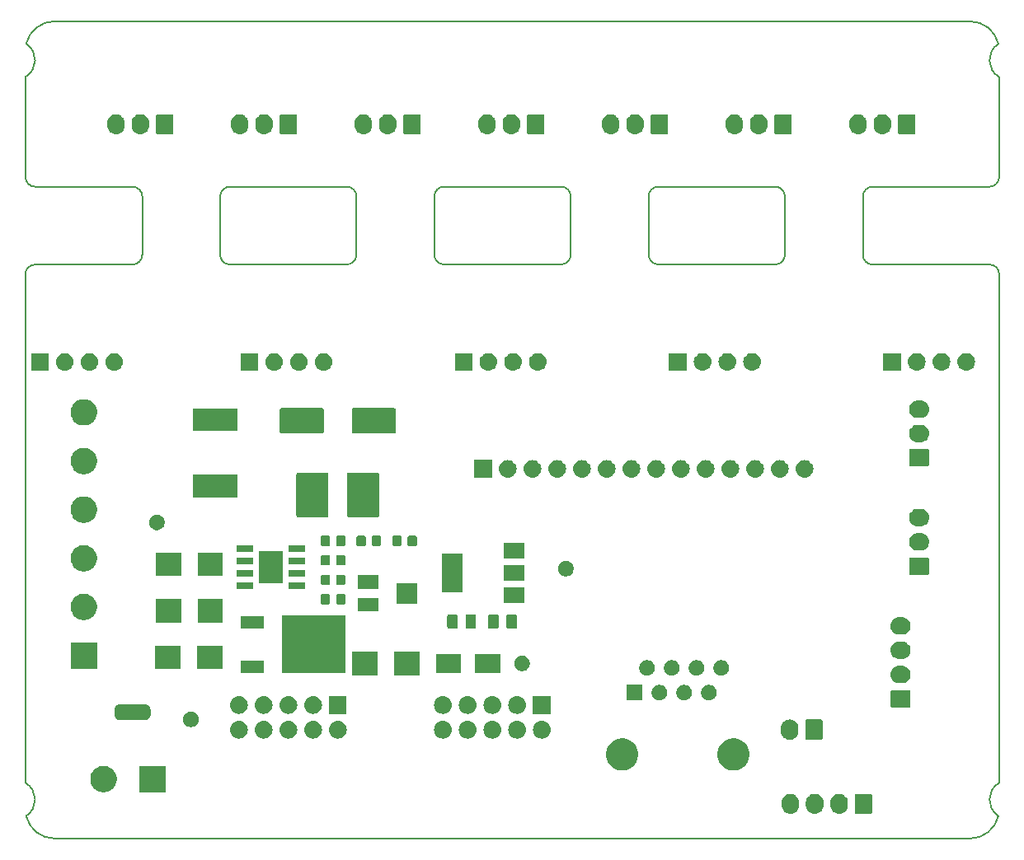
<source format=gts>
G04 #@! TF.GenerationSoftware,KiCad,Pcbnew,5.0.2-bee76a0~70~ubuntu18.04.1*
G04 #@! TF.CreationDate,2019-02-11T12:00:49+01:00*
G04 #@! TF.ProjectId,3D_PrEBo,33445f50-7245-4426-9f2e-6b696361645f,rev?*
G04 #@! TF.SameCoordinates,Original*
G04 #@! TF.FileFunction,Soldermask,Top*
G04 #@! TF.FilePolarity,Negative*
%FSLAX46Y46*%
G04 Gerber Fmt 4.6, Leading zero omitted, Abs format (unit mm)*
G04 Created by KiCad (PCBNEW 5.0.2-bee76a0~70~ubuntu18.04.1) date Po 11. února 2019, 12:00:49 CET*
%MOMM*%
%LPD*%
G01*
G04 APERTURE LIST*
%ADD10C,0.200000*%
%ADD11C,0.150000*%
G04 APERTURE END LIST*
D10*
X164000000Y-82000000D02*
X164000000Y-76000000D01*
X142000000Y-76000000D02*
G75*
G02X143000000Y-75000000I1000000J0D01*
G01*
X111000000Y-83000000D02*
X101000000Y-83000000D01*
X121000000Y-83000000D02*
G75*
G02X120000000Y-82000000I0J1000000D01*
G01*
X100000000Y-63732051D02*
X100000000Y-74000000D01*
X100000000Y-84000000D02*
X100000000Y-136267949D01*
X199000000Y-83000000D02*
G75*
G02X200000000Y-84000000I0J-1000000D01*
G01*
X197000000Y-58000000D02*
G75*
G02X199920991Y-60316034I0J-3000000D01*
G01*
X134000000Y-76000000D02*
X134000000Y-82000000D01*
X200000000Y-84000000D02*
X200000000Y-136267949D01*
X100000000Y-136267949D02*
G75*
G02X100079009Y-139683966I-1000000J-1732051D01*
G01*
X156000000Y-82000000D02*
G75*
G02X155000000Y-83000000I-1000000J0D01*
G01*
X155000000Y-83000000D02*
X143000000Y-83000000D01*
X164000000Y-76000000D02*
G75*
G02X165000000Y-75000000I1000000J0D01*
G01*
X187000000Y-83000000D02*
G75*
G02X186000000Y-82000000I0J1000000D01*
G01*
X100000000Y-84000000D02*
G75*
G02X101000000Y-83000000I1000000J0D01*
G01*
X199920991Y-139683966D02*
G75*
G02X200000000Y-136267949I1079009J1683966D01*
G01*
X165000000Y-83000000D02*
G75*
G02X164000000Y-82000000I0J1000000D01*
G01*
X103000000Y-58000000D02*
X197000000Y-58000000D01*
X100079009Y-60316034D02*
G75*
G02X100000000Y-63732051I-1079009J-1683966D01*
G01*
X100079009Y-60316034D02*
G75*
G02X103000000Y-58000000I2920991J-683966D01*
G01*
X101000000Y-75000000D02*
X111000000Y-75000000D01*
X200000000Y-74000000D02*
G75*
G02X199000000Y-75000000I-1000000J0D01*
G01*
X112000000Y-76000000D02*
X112000000Y-82000000D01*
X186000000Y-76000000D02*
G75*
G02X187000000Y-75000000I1000000J0D01*
G01*
X133000000Y-83000000D02*
X121000000Y-83000000D01*
X112000000Y-82000000D02*
G75*
G02X111000000Y-83000000I-1000000J0D01*
G01*
X111000000Y-75000000D02*
G75*
G02X112000000Y-76000000I0J-1000000D01*
G01*
X133000000Y-75000000D02*
G75*
G02X134000000Y-76000000I0J-1000000D01*
G01*
X142000000Y-82000000D02*
X142000000Y-76000000D01*
X199000000Y-83000000D02*
X187000000Y-83000000D01*
X120000000Y-82000000D02*
X120000000Y-76000000D01*
X120000000Y-76000000D02*
G75*
G02X121000000Y-75000000I1000000J0D01*
G01*
X121000000Y-75000000D02*
X133000000Y-75000000D01*
X200000000Y-63732051D02*
G75*
G02X199920991Y-60316034I1000000J1732051D01*
G01*
X155000000Y-75000000D02*
G75*
G02X156000000Y-76000000I0J-1000000D01*
G01*
X143000000Y-83000000D02*
G75*
G02X142000000Y-82000000I0J1000000D01*
G01*
X156000000Y-76000000D02*
X156000000Y-82000000D01*
X178000000Y-76000000D02*
X178000000Y-82000000D01*
X103000000Y-142000000D02*
X197000000Y-142000000D01*
X101000000Y-75000000D02*
G75*
G02X100000000Y-74000000I0J1000000D01*
G01*
X134000000Y-82000000D02*
G75*
G02X133000000Y-83000000I-1000000J0D01*
G01*
X143000000Y-75000000D02*
X155000000Y-75000000D01*
X165000000Y-75000000D02*
X177000000Y-75000000D01*
X187000000Y-75000000D02*
X199000000Y-75000000D01*
X199920991Y-139683966D02*
G75*
G02X197000000Y-142000000I-2920991J683966D01*
G01*
X103000000Y-142000000D02*
G75*
G02X100079009Y-139683966I0J3000000D01*
G01*
X177000000Y-75000000D02*
G75*
G02X178000000Y-76000000I0J-1000000D01*
G01*
X178000000Y-82000000D02*
G75*
G02X177000000Y-83000000I-1000000J0D01*
G01*
X200000000Y-63732051D02*
X200000000Y-74000000D01*
X177000000Y-83000000D02*
X165000000Y-83000000D01*
X186000000Y-82000000D02*
X186000000Y-76000000D01*
D11*
G36*
X183731627Y-137417037D02*
X183844853Y-137451384D01*
X183901467Y-137468557D01*
X184040087Y-137542652D01*
X184057991Y-137552222D01*
X184093729Y-137581552D01*
X184195186Y-137664814D01*
X184278448Y-137766271D01*
X184307778Y-137802009D01*
X184391443Y-137958534D01*
X184442963Y-138128374D01*
X184456000Y-138260743D01*
X184456000Y-138599258D01*
X184442963Y-138731627D01*
X184408616Y-138844853D01*
X184391443Y-138901467D01*
X184317348Y-139040087D01*
X184307778Y-139057991D01*
X184278448Y-139093729D01*
X184195186Y-139195186D01*
X184057989Y-139307779D01*
X183901466Y-139391443D01*
X183860733Y-139403799D01*
X183731626Y-139442963D01*
X183555000Y-139460359D01*
X183378373Y-139442963D01*
X183249266Y-139403799D01*
X183208533Y-139391443D01*
X183052011Y-139307779D01*
X183052009Y-139307778D01*
X183009749Y-139273096D01*
X182914814Y-139195186D01*
X182802221Y-139057989D01*
X182718557Y-138901466D01*
X182701384Y-138844852D01*
X182667037Y-138731626D01*
X182654000Y-138599257D01*
X182654000Y-138260742D01*
X182667037Y-138128373D01*
X182718557Y-137958534D01*
X182718557Y-137958533D01*
X182802222Y-137802008D01*
X182914812Y-137664817D01*
X183009750Y-137586904D01*
X183052010Y-137552222D01*
X183069914Y-137542652D01*
X183208534Y-137468557D01*
X183265148Y-137451384D01*
X183378374Y-137417037D01*
X183555000Y-137399641D01*
X183731627Y-137417037D01*
X183731627Y-137417037D01*
G37*
G36*
X181231627Y-137417037D02*
X181344853Y-137451384D01*
X181401467Y-137468557D01*
X181540087Y-137542652D01*
X181557991Y-137552222D01*
X181593729Y-137581552D01*
X181695186Y-137664814D01*
X181778448Y-137766271D01*
X181807778Y-137802009D01*
X181891443Y-137958534D01*
X181942963Y-138128374D01*
X181956000Y-138260743D01*
X181956000Y-138599258D01*
X181942963Y-138731627D01*
X181908616Y-138844853D01*
X181891443Y-138901467D01*
X181817348Y-139040087D01*
X181807778Y-139057991D01*
X181778448Y-139093729D01*
X181695186Y-139195186D01*
X181557989Y-139307779D01*
X181401466Y-139391443D01*
X181360733Y-139403799D01*
X181231626Y-139442963D01*
X181055000Y-139460359D01*
X180878373Y-139442963D01*
X180749266Y-139403799D01*
X180708533Y-139391443D01*
X180552011Y-139307779D01*
X180552009Y-139307778D01*
X180509749Y-139273096D01*
X180414814Y-139195186D01*
X180302221Y-139057989D01*
X180218557Y-138901466D01*
X180201384Y-138844852D01*
X180167037Y-138731626D01*
X180154000Y-138599257D01*
X180154000Y-138260742D01*
X180167037Y-138128373D01*
X180218557Y-137958534D01*
X180218557Y-137958533D01*
X180302222Y-137802008D01*
X180414812Y-137664817D01*
X180509750Y-137586904D01*
X180552010Y-137552222D01*
X180569914Y-137542652D01*
X180708534Y-137468557D01*
X180765148Y-137451384D01*
X180878374Y-137417037D01*
X181055000Y-137399641D01*
X181231627Y-137417037D01*
X181231627Y-137417037D01*
G37*
G36*
X178731627Y-137417037D02*
X178844853Y-137451384D01*
X178901467Y-137468557D01*
X179040087Y-137542652D01*
X179057991Y-137552222D01*
X179093729Y-137581552D01*
X179195186Y-137664814D01*
X179278448Y-137766271D01*
X179307778Y-137802009D01*
X179391443Y-137958534D01*
X179442963Y-138128374D01*
X179456000Y-138260743D01*
X179456000Y-138599258D01*
X179442963Y-138731627D01*
X179408616Y-138844853D01*
X179391443Y-138901467D01*
X179317348Y-139040087D01*
X179307778Y-139057991D01*
X179278448Y-139093729D01*
X179195186Y-139195186D01*
X179057989Y-139307779D01*
X178901466Y-139391443D01*
X178860733Y-139403799D01*
X178731626Y-139442963D01*
X178555000Y-139460359D01*
X178378373Y-139442963D01*
X178249266Y-139403799D01*
X178208533Y-139391443D01*
X178052011Y-139307779D01*
X178052009Y-139307778D01*
X178009749Y-139273096D01*
X177914814Y-139195186D01*
X177802221Y-139057989D01*
X177718557Y-138901466D01*
X177701384Y-138844852D01*
X177667037Y-138731626D01*
X177654000Y-138599257D01*
X177654000Y-138260742D01*
X177667037Y-138128373D01*
X177718557Y-137958534D01*
X177718557Y-137958533D01*
X177802222Y-137802008D01*
X177914812Y-137664817D01*
X178009750Y-137586904D01*
X178052010Y-137552222D01*
X178069914Y-137542652D01*
X178208534Y-137468557D01*
X178265148Y-137451384D01*
X178378374Y-137417037D01*
X178555000Y-137399641D01*
X178731627Y-137417037D01*
X178731627Y-137417037D01*
G37*
G36*
X186813600Y-137407989D02*
X186846649Y-137418014D01*
X186877106Y-137434294D01*
X186903799Y-137456201D01*
X186925706Y-137482894D01*
X186941986Y-137513351D01*
X186952011Y-137546400D01*
X186956000Y-137586904D01*
X186956000Y-139273096D01*
X186952011Y-139313600D01*
X186941986Y-139346649D01*
X186925706Y-139377106D01*
X186903799Y-139403799D01*
X186877106Y-139425706D01*
X186846649Y-139441986D01*
X186813600Y-139452011D01*
X186773096Y-139456000D01*
X185336904Y-139456000D01*
X185296400Y-139452011D01*
X185263351Y-139441986D01*
X185232894Y-139425706D01*
X185206201Y-139403799D01*
X185184294Y-139377106D01*
X185168014Y-139346649D01*
X185157989Y-139313600D01*
X185154000Y-139273096D01*
X185154000Y-137586904D01*
X185157989Y-137546400D01*
X185168014Y-137513351D01*
X185184294Y-137482894D01*
X185206201Y-137456201D01*
X185232894Y-137434294D01*
X185263351Y-137418014D01*
X185296400Y-137407989D01*
X185336904Y-137404000D01*
X186773096Y-137404000D01*
X186813600Y-137407989D01*
X186813600Y-137407989D01*
G37*
G36*
X108293567Y-134564959D02*
X108424072Y-134590918D01*
X108669939Y-134692759D01*
X108890464Y-134840110D01*
X108891215Y-134840612D01*
X109079388Y-135028785D01*
X109079390Y-135028788D01*
X109227241Y-135250061D01*
X109329082Y-135495928D01*
X109381000Y-135756938D01*
X109381000Y-136023062D01*
X109329082Y-136284072D01*
X109227241Y-136529939D01*
X109079890Y-136750464D01*
X109079388Y-136751215D01*
X108891215Y-136939388D01*
X108891212Y-136939390D01*
X108669939Y-137087241D01*
X108424072Y-137189082D01*
X108293567Y-137215041D01*
X108163063Y-137241000D01*
X107896937Y-137241000D01*
X107766433Y-137215041D01*
X107635928Y-137189082D01*
X107390061Y-137087241D01*
X107168788Y-136939390D01*
X107168785Y-136939388D01*
X106980612Y-136751215D01*
X106980110Y-136750464D01*
X106832759Y-136529939D01*
X106730918Y-136284072D01*
X106679000Y-136023062D01*
X106679000Y-135756938D01*
X106730918Y-135495928D01*
X106832759Y-135250061D01*
X106980610Y-135028788D01*
X106980612Y-135028785D01*
X107168785Y-134840612D01*
X107169536Y-134840110D01*
X107390061Y-134692759D01*
X107635928Y-134590918D01*
X107766433Y-134564959D01*
X107896937Y-134539000D01*
X108163063Y-134539000D01*
X108293567Y-134564959D01*
X108293567Y-134564959D01*
G37*
G36*
X114381000Y-137241000D02*
X111679000Y-137241000D01*
X111679000Y-134539000D01*
X114381000Y-134539000D01*
X114381000Y-137241000D01*
X114381000Y-137241000D01*
G37*
G36*
X161665256Y-131741298D02*
X161771579Y-131762447D01*
X162072042Y-131886903D01*
X162338852Y-132065180D01*
X162342454Y-132067587D01*
X162572413Y-132297546D01*
X162753098Y-132567960D01*
X162877553Y-132868422D01*
X162941000Y-133187389D01*
X162941000Y-133512611D01*
X162877553Y-133831578D01*
X162753098Y-134132040D01*
X162572413Y-134402454D01*
X162342454Y-134632413D01*
X162342451Y-134632415D01*
X162072042Y-134813097D01*
X161771579Y-134937553D01*
X161665256Y-134958702D01*
X161452611Y-135001000D01*
X161127389Y-135001000D01*
X160914744Y-134958702D01*
X160808421Y-134937553D01*
X160507958Y-134813097D01*
X160237549Y-134632415D01*
X160237546Y-134632413D01*
X160007587Y-134402454D01*
X159826902Y-134132040D01*
X159702447Y-133831578D01*
X159639000Y-133512611D01*
X159639000Y-133187389D01*
X159702447Y-132868422D01*
X159826902Y-132567960D01*
X160007587Y-132297546D01*
X160237546Y-132067587D01*
X160241148Y-132065180D01*
X160507958Y-131886903D01*
X160808421Y-131762447D01*
X160914744Y-131741298D01*
X161127389Y-131699000D01*
X161452611Y-131699000D01*
X161665256Y-131741298D01*
X161665256Y-131741298D01*
G37*
G36*
X173095256Y-131741298D02*
X173201579Y-131762447D01*
X173502042Y-131886903D01*
X173768852Y-132065180D01*
X173772454Y-132067587D01*
X174002413Y-132297546D01*
X174183098Y-132567960D01*
X174307553Y-132868422D01*
X174371000Y-133187389D01*
X174371000Y-133512611D01*
X174307553Y-133831578D01*
X174183098Y-134132040D01*
X174002413Y-134402454D01*
X173772454Y-134632413D01*
X173772451Y-134632415D01*
X173502042Y-134813097D01*
X173201579Y-134937553D01*
X173095256Y-134958702D01*
X172882611Y-135001000D01*
X172557389Y-135001000D01*
X172344744Y-134958702D01*
X172238421Y-134937553D01*
X171937958Y-134813097D01*
X171667549Y-134632415D01*
X171667546Y-134632413D01*
X171437587Y-134402454D01*
X171256902Y-134132040D01*
X171132447Y-133831578D01*
X171069000Y-133512611D01*
X171069000Y-133187389D01*
X171132447Y-132868422D01*
X171256902Y-132567960D01*
X171437587Y-132297546D01*
X171667546Y-132067587D01*
X171671148Y-132065180D01*
X171937958Y-131886903D01*
X172238421Y-131762447D01*
X172344744Y-131741298D01*
X172557389Y-131699000D01*
X172882611Y-131699000D01*
X173095256Y-131741298D01*
X173095256Y-131741298D01*
G37*
G36*
X178651627Y-129772037D02*
X178764853Y-129806384D01*
X178821467Y-129823557D01*
X178955874Y-129895400D01*
X178977991Y-129907222D01*
X179013729Y-129936552D01*
X179115186Y-130019814D01*
X179198448Y-130121271D01*
X179227778Y-130157009D01*
X179311443Y-130313534D01*
X179362963Y-130483374D01*
X179376000Y-130615743D01*
X179376000Y-131004258D01*
X179362963Y-131136627D01*
X179355359Y-131161694D01*
X179311443Y-131306467D01*
X179303897Y-131320584D01*
X179227778Y-131462991D01*
X179198448Y-131498729D01*
X179115186Y-131600186D01*
X178977989Y-131712779D01*
X178821466Y-131796443D01*
X178780733Y-131808799D01*
X178651626Y-131847963D01*
X178475000Y-131865359D01*
X178298373Y-131847963D01*
X178169266Y-131808799D01*
X178128533Y-131796443D01*
X177972011Y-131712779D01*
X177972009Y-131712778D01*
X177929749Y-131678096D01*
X177834814Y-131600186D01*
X177722221Y-131462989D01*
X177638557Y-131306466D01*
X177594642Y-131161696D01*
X177587037Y-131136626D01*
X177574000Y-131004257D01*
X177574000Y-130615742D01*
X177587037Y-130483373D01*
X177638557Y-130313534D01*
X177638557Y-130313533D01*
X177722222Y-130157008D01*
X177834812Y-130019817D01*
X177906564Y-129960932D01*
X177972010Y-129907222D01*
X177994127Y-129895400D01*
X178128534Y-129823557D01*
X178185148Y-129806384D01*
X178298374Y-129772037D01*
X178475000Y-129754641D01*
X178651627Y-129772037D01*
X178651627Y-129772037D01*
G37*
G36*
X181733600Y-129762989D02*
X181766649Y-129773014D01*
X181797106Y-129789294D01*
X181823799Y-129811201D01*
X181845706Y-129837894D01*
X181861986Y-129868351D01*
X181872011Y-129901400D01*
X181876000Y-129941904D01*
X181876000Y-131678096D01*
X181872011Y-131718600D01*
X181861986Y-131751649D01*
X181845706Y-131782106D01*
X181823799Y-131808799D01*
X181797106Y-131830706D01*
X181766649Y-131846986D01*
X181733600Y-131857011D01*
X181693096Y-131861000D01*
X180256904Y-131861000D01*
X180216400Y-131857011D01*
X180183351Y-131846986D01*
X180152894Y-131830706D01*
X180126201Y-131808799D01*
X180104294Y-131782106D01*
X180088014Y-131751649D01*
X180077989Y-131718600D01*
X180074000Y-131678096D01*
X180074000Y-129941904D01*
X180077989Y-129901400D01*
X180088014Y-129868351D01*
X180104294Y-129837894D01*
X180126201Y-129811201D01*
X180152894Y-129789294D01*
X180183351Y-129773014D01*
X180216400Y-129762989D01*
X180256904Y-129759000D01*
X181693096Y-129759000D01*
X181733600Y-129762989D01*
X181733600Y-129762989D01*
G37*
G36*
X122099294Y-129908633D02*
X122271694Y-129960931D01*
X122271696Y-129960932D01*
X122430583Y-130045859D01*
X122569849Y-130160151D01*
X122684141Y-130299417D01*
X122769068Y-130458304D01*
X122769069Y-130458306D01*
X122821367Y-130630706D01*
X122839025Y-130810000D01*
X122821367Y-130989294D01*
X122776673Y-131136626D01*
X122769068Y-131161696D01*
X122684141Y-131320583D01*
X122569849Y-131459849D01*
X122430583Y-131574141D01*
X122381858Y-131600185D01*
X122271694Y-131659069D01*
X122099294Y-131711367D01*
X121964931Y-131724600D01*
X121875069Y-131724600D01*
X121740706Y-131711367D01*
X121568306Y-131659069D01*
X121458142Y-131600185D01*
X121409417Y-131574141D01*
X121270151Y-131459849D01*
X121155859Y-131320583D01*
X121070932Y-131161696D01*
X121063327Y-131136626D01*
X121018633Y-130989294D01*
X121000975Y-130810000D01*
X121018633Y-130630706D01*
X121070931Y-130458306D01*
X121070932Y-130458304D01*
X121155859Y-130299417D01*
X121270151Y-130160151D01*
X121409417Y-130045859D01*
X121568304Y-129960932D01*
X121568306Y-129960931D01*
X121740706Y-129908633D01*
X121875069Y-129895400D01*
X121964931Y-129895400D01*
X122099294Y-129908633D01*
X122099294Y-129908633D01*
G37*
G36*
X124639294Y-129908633D02*
X124811694Y-129960931D01*
X124811696Y-129960932D01*
X124970583Y-130045859D01*
X125109849Y-130160151D01*
X125224141Y-130299417D01*
X125309068Y-130458304D01*
X125309069Y-130458306D01*
X125361367Y-130630706D01*
X125379025Y-130810000D01*
X125361367Y-130989294D01*
X125316673Y-131136626D01*
X125309068Y-131161696D01*
X125224141Y-131320583D01*
X125109849Y-131459849D01*
X124970583Y-131574141D01*
X124921858Y-131600185D01*
X124811694Y-131659069D01*
X124639294Y-131711367D01*
X124504931Y-131724600D01*
X124415069Y-131724600D01*
X124280706Y-131711367D01*
X124108306Y-131659069D01*
X123998142Y-131600185D01*
X123949417Y-131574141D01*
X123810151Y-131459849D01*
X123695859Y-131320583D01*
X123610932Y-131161696D01*
X123603327Y-131136626D01*
X123558633Y-130989294D01*
X123540975Y-130810000D01*
X123558633Y-130630706D01*
X123610931Y-130458306D01*
X123610932Y-130458304D01*
X123695859Y-130299417D01*
X123810151Y-130160151D01*
X123949417Y-130045859D01*
X124108304Y-129960932D01*
X124108306Y-129960931D01*
X124280706Y-129908633D01*
X124415069Y-129895400D01*
X124504931Y-129895400D01*
X124639294Y-129908633D01*
X124639294Y-129908633D01*
G37*
G36*
X127179294Y-129908633D02*
X127351694Y-129960931D01*
X127351696Y-129960932D01*
X127510583Y-130045859D01*
X127649849Y-130160151D01*
X127764141Y-130299417D01*
X127849068Y-130458304D01*
X127849069Y-130458306D01*
X127901367Y-130630706D01*
X127919025Y-130810000D01*
X127901367Y-130989294D01*
X127856673Y-131136626D01*
X127849068Y-131161696D01*
X127764141Y-131320583D01*
X127649849Y-131459849D01*
X127510583Y-131574141D01*
X127461858Y-131600185D01*
X127351694Y-131659069D01*
X127179294Y-131711367D01*
X127044931Y-131724600D01*
X126955069Y-131724600D01*
X126820706Y-131711367D01*
X126648306Y-131659069D01*
X126538142Y-131600185D01*
X126489417Y-131574141D01*
X126350151Y-131459849D01*
X126235859Y-131320583D01*
X126150932Y-131161696D01*
X126143327Y-131136626D01*
X126098633Y-130989294D01*
X126080975Y-130810000D01*
X126098633Y-130630706D01*
X126150931Y-130458306D01*
X126150932Y-130458304D01*
X126235859Y-130299417D01*
X126350151Y-130160151D01*
X126489417Y-130045859D01*
X126648304Y-129960932D01*
X126648306Y-129960931D01*
X126820706Y-129908633D01*
X126955069Y-129895400D01*
X127044931Y-129895400D01*
X127179294Y-129908633D01*
X127179294Y-129908633D01*
G37*
G36*
X129719294Y-129908633D02*
X129891694Y-129960931D01*
X129891696Y-129960932D01*
X130050583Y-130045859D01*
X130189849Y-130160151D01*
X130304141Y-130299417D01*
X130389068Y-130458304D01*
X130389069Y-130458306D01*
X130441367Y-130630706D01*
X130459025Y-130810000D01*
X130441367Y-130989294D01*
X130396673Y-131136626D01*
X130389068Y-131161696D01*
X130304141Y-131320583D01*
X130189849Y-131459849D01*
X130050583Y-131574141D01*
X130001858Y-131600185D01*
X129891694Y-131659069D01*
X129719294Y-131711367D01*
X129584931Y-131724600D01*
X129495069Y-131724600D01*
X129360706Y-131711367D01*
X129188306Y-131659069D01*
X129078142Y-131600185D01*
X129029417Y-131574141D01*
X128890151Y-131459849D01*
X128775859Y-131320583D01*
X128690932Y-131161696D01*
X128683327Y-131136626D01*
X128638633Y-130989294D01*
X128620975Y-130810000D01*
X128638633Y-130630706D01*
X128690931Y-130458306D01*
X128690932Y-130458304D01*
X128775859Y-130299417D01*
X128890151Y-130160151D01*
X129029417Y-130045859D01*
X129188304Y-129960932D01*
X129188306Y-129960931D01*
X129360706Y-129908633D01*
X129495069Y-129895400D01*
X129584931Y-129895400D01*
X129719294Y-129908633D01*
X129719294Y-129908633D01*
G37*
G36*
X132259294Y-129908633D02*
X132431694Y-129960931D01*
X132431696Y-129960932D01*
X132590583Y-130045859D01*
X132729849Y-130160151D01*
X132844141Y-130299417D01*
X132929068Y-130458304D01*
X132929069Y-130458306D01*
X132981367Y-130630706D01*
X132999025Y-130810000D01*
X132981367Y-130989294D01*
X132936673Y-131136626D01*
X132929068Y-131161696D01*
X132844141Y-131320583D01*
X132729849Y-131459849D01*
X132590583Y-131574141D01*
X132541858Y-131600185D01*
X132431694Y-131659069D01*
X132259294Y-131711367D01*
X132124931Y-131724600D01*
X132035069Y-131724600D01*
X131900706Y-131711367D01*
X131728306Y-131659069D01*
X131618142Y-131600185D01*
X131569417Y-131574141D01*
X131430151Y-131459849D01*
X131315859Y-131320583D01*
X131230932Y-131161696D01*
X131223327Y-131136626D01*
X131178633Y-130989294D01*
X131160975Y-130810000D01*
X131178633Y-130630706D01*
X131230931Y-130458306D01*
X131230932Y-130458304D01*
X131315859Y-130299417D01*
X131430151Y-130160151D01*
X131569417Y-130045859D01*
X131728304Y-129960932D01*
X131728306Y-129960931D01*
X131900706Y-129908633D01*
X132035069Y-129895400D01*
X132124931Y-129895400D01*
X132259294Y-129908633D01*
X132259294Y-129908633D01*
G37*
G36*
X153214294Y-129908633D02*
X153386694Y-129960931D01*
X153386696Y-129960932D01*
X153545583Y-130045859D01*
X153684849Y-130160151D01*
X153799141Y-130299417D01*
X153884068Y-130458304D01*
X153884069Y-130458306D01*
X153936367Y-130630706D01*
X153954025Y-130810000D01*
X153936367Y-130989294D01*
X153891673Y-131136626D01*
X153884068Y-131161696D01*
X153799141Y-131320583D01*
X153684849Y-131459849D01*
X153545583Y-131574141D01*
X153496858Y-131600185D01*
X153386694Y-131659069D01*
X153214294Y-131711367D01*
X153079931Y-131724600D01*
X152990069Y-131724600D01*
X152855706Y-131711367D01*
X152683306Y-131659069D01*
X152573142Y-131600185D01*
X152524417Y-131574141D01*
X152385151Y-131459849D01*
X152270859Y-131320583D01*
X152185932Y-131161696D01*
X152178327Y-131136626D01*
X152133633Y-130989294D01*
X152115975Y-130810000D01*
X152133633Y-130630706D01*
X152185931Y-130458306D01*
X152185932Y-130458304D01*
X152270859Y-130299417D01*
X152385151Y-130160151D01*
X152524417Y-130045859D01*
X152683304Y-129960932D01*
X152683306Y-129960931D01*
X152855706Y-129908633D01*
X152990069Y-129895400D01*
X153079931Y-129895400D01*
X153214294Y-129908633D01*
X153214294Y-129908633D01*
G37*
G36*
X150674294Y-129908633D02*
X150846694Y-129960931D01*
X150846696Y-129960932D01*
X151005583Y-130045859D01*
X151144849Y-130160151D01*
X151259141Y-130299417D01*
X151344068Y-130458304D01*
X151344069Y-130458306D01*
X151396367Y-130630706D01*
X151414025Y-130810000D01*
X151396367Y-130989294D01*
X151351673Y-131136626D01*
X151344068Y-131161696D01*
X151259141Y-131320583D01*
X151144849Y-131459849D01*
X151005583Y-131574141D01*
X150956858Y-131600185D01*
X150846694Y-131659069D01*
X150674294Y-131711367D01*
X150539931Y-131724600D01*
X150450069Y-131724600D01*
X150315706Y-131711367D01*
X150143306Y-131659069D01*
X150033142Y-131600185D01*
X149984417Y-131574141D01*
X149845151Y-131459849D01*
X149730859Y-131320583D01*
X149645932Y-131161696D01*
X149638327Y-131136626D01*
X149593633Y-130989294D01*
X149575975Y-130810000D01*
X149593633Y-130630706D01*
X149645931Y-130458306D01*
X149645932Y-130458304D01*
X149730859Y-130299417D01*
X149845151Y-130160151D01*
X149984417Y-130045859D01*
X150143304Y-129960932D01*
X150143306Y-129960931D01*
X150315706Y-129908633D01*
X150450069Y-129895400D01*
X150539931Y-129895400D01*
X150674294Y-129908633D01*
X150674294Y-129908633D01*
G37*
G36*
X148134294Y-129908633D02*
X148306694Y-129960931D01*
X148306696Y-129960932D01*
X148465583Y-130045859D01*
X148604849Y-130160151D01*
X148719141Y-130299417D01*
X148804068Y-130458304D01*
X148804069Y-130458306D01*
X148856367Y-130630706D01*
X148874025Y-130810000D01*
X148856367Y-130989294D01*
X148811673Y-131136626D01*
X148804068Y-131161696D01*
X148719141Y-131320583D01*
X148604849Y-131459849D01*
X148465583Y-131574141D01*
X148416858Y-131600185D01*
X148306694Y-131659069D01*
X148134294Y-131711367D01*
X147999931Y-131724600D01*
X147910069Y-131724600D01*
X147775706Y-131711367D01*
X147603306Y-131659069D01*
X147493142Y-131600185D01*
X147444417Y-131574141D01*
X147305151Y-131459849D01*
X147190859Y-131320583D01*
X147105932Y-131161696D01*
X147098327Y-131136626D01*
X147053633Y-130989294D01*
X147035975Y-130810000D01*
X147053633Y-130630706D01*
X147105931Y-130458306D01*
X147105932Y-130458304D01*
X147190859Y-130299417D01*
X147305151Y-130160151D01*
X147444417Y-130045859D01*
X147603304Y-129960932D01*
X147603306Y-129960931D01*
X147775706Y-129908633D01*
X147910069Y-129895400D01*
X147999931Y-129895400D01*
X148134294Y-129908633D01*
X148134294Y-129908633D01*
G37*
G36*
X145594294Y-129908633D02*
X145766694Y-129960931D01*
X145766696Y-129960932D01*
X145925583Y-130045859D01*
X146064849Y-130160151D01*
X146179141Y-130299417D01*
X146264068Y-130458304D01*
X146264069Y-130458306D01*
X146316367Y-130630706D01*
X146334025Y-130810000D01*
X146316367Y-130989294D01*
X146271673Y-131136626D01*
X146264068Y-131161696D01*
X146179141Y-131320583D01*
X146064849Y-131459849D01*
X145925583Y-131574141D01*
X145876858Y-131600185D01*
X145766694Y-131659069D01*
X145594294Y-131711367D01*
X145459931Y-131724600D01*
X145370069Y-131724600D01*
X145235706Y-131711367D01*
X145063306Y-131659069D01*
X144953142Y-131600185D01*
X144904417Y-131574141D01*
X144765151Y-131459849D01*
X144650859Y-131320583D01*
X144565932Y-131161696D01*
X144558327Y-131136626D01*
X144513633Y-130989294D01*
X144495975Y-130810000D01*
X144513633Y-130630706D01*
X144565931Y-130458306D01*
X144565932Y-130458304D01*
X144650859Y-130299417D01*
X144765151Y-130160151D01*
X144904417Y-130045859D01*
X145063304Y-129960932D01*
X145063306Y-129960931D01*
X145235706Y-129908633D01*
X145370069Y-129895400D01*
X145459931Y-129895400D01*
X145594294Y-129908633D01*
X145594294Y-129908633D01*
G37*
G36*
X143054294Y-129908633D02*
X143226694Y-129960931D01*
X143226696Y-129960932D01*
X143385583Y-130045859D01*
X143524849Y-130160151D01*
X143639141Y-130299417D01*
X143724068Y-130458304D01*
X143724069Y-130458306D01*
X143776367Y-130630706D01*
X143794025Y-130810000D01*
X143776367Y-130989294D01*
X143731673Y-131136626D01*
X143724068Y-131161696D01*
X143639141Y-131320583D01*
X143524849Y-131459849D01*
X143385583Y-131574141D01*
X143336858Y-131600185D01*
X143226694Y-131659069D01*
X143054294Y-131711367D01*
X142919931Y-131724600D01*
X142830069Y-131724600D01*
X142695706Y-131711367D01*
X142523306Y-131659069D01*
X142413142Y-131600185D01*
X142364417Y-131574141D01*
X142225151Y-131459849D01*
X142110859Y-131320583D01*
X142025932Y-131161696D01*
X142018327Y-131136626D01*
X141973633Y-130989294D01*
X141955975Y-130810000D01*
X141973633Y-130630706D01*
X142025931Y-130458306D01*
X142025932Y-130458304D01*
X142110859Y-130299417D01*
X142225151Y-130160151D01*
X142364417Y-130045859D01*
X142523304Y-129960932D01*
X142523306Y-129960931D01*
X142695706Y-129908633D01*
X142830069Y-129895400D01*
X142919931Y-129895400D01*
X143054294Y-129908633D01*
X143054294Y-129908633D01*
G37*
G36*
X117233643Y-128979781D02*
X117379415Y-129040162D01*
X117510611Y-129127824D01*
X117622176Y-129239389D01*
X117709838Y-129370585D01*
X117770219Y-129516357D01*
X117801000Y-129671107D01*
X117801000Y-129828893D01*
X117770219Y-129983643D01*
X117709838Y-130129415D01*
X117622176Y-130260611D01*
X117510611Y-130372176D01*
X117379415Y-130459838D01*
X117233643Y-130520219D01*
X117078893Y-130551000D01*
X116921107Y-130551000D01*
X116766357Y-130520219D01*
X116620585Y-130459838D01*
X116489389Y-130372176D01*
X116377824Y-130260611D01*
X116290162Y-130129415D01*
X116229781Y-129983643D01*
X116199000Y-129828893D01*
X116199000Y-129671107D01*
X116229781Y-129516357D01*
X116290162Y-129370585D01*
X116377824Y-129239389D01*
X116489389Y-129127824D01*
X116620585Y-129040162D01*
X116766357Y-128979781D01*
X116921107Y-128949000D01*
X117078893Y-128949000D01*
X117233643Y-128979781D01*
X117233643Y-128979781D01*
G37*
G36*
X110259999Y-128199737D02*
X110274534Y-128204147D01*
X110287717Y-128209607D01*
X110311751Y-128214387D01*
X110336255Y-128214387D01*
X110360288Y-128209606D01*
X110382927Y-128200228D01*
X110384765Y-128199000D01*
X111616053Y-128199000D01*
X111628165Y-128205474D01*
X111651614Y-128212587D01*
X111676000Y-128214989D01*
X111700386Y-128212587D01*
X111718564Y-128206083D01*
X111718608Y-128206227D01*
X111740001Y-128199737D01*
X111756140Y-128198148D01*
X112293860Y-128198148D01*
X112312198Y-128199954D01*
X112324450Y-128200556D01*
X112342869Y-128200556D01*
X112365149Y-128202750D01*
X112449236Y-128219476D01*
X112470655Y-128225974D01*
X112549871Y-128258785D01*
X112569607Y-128269335D01*
X112640897Y-128316969D01*
X112658208Y-128331176D01*
X112718824Y-128391792D01*
X112733031Y-128409103D01*
X112780665Y-128480393D01*
X112791215Y-128500129D01*
X112824026Y-128579345D01*
X112830524Y-128600764D01*
X112847250Y-128684851D01*
X112849444Y-128707131D01*
X112849444Y-128725550D01*
X112850046Y-128737802D01*
X112851852Y-128756140D01*
X112851852Y-129243861D01*
X112850046Y-129262198D01*
X112849444Y-129274450D01*
X112849444Y-129292869D01*
X112847250Y-129315149D01*
X112830524Y-129399236D01*
X112824026Y-129420655D01*
X112791215Y-129499871D01*
X112780665Y-129519607D01*
X112733031Y-129590897D01*
X112718824Y-129608208D01*
X112658208Y-129668824D01*
X112640897Y-129683031D01*
X112569607Y-129730665D01*
X112549871Y-129741215D01*
X112470655Y-129774026D01*
X112449236Y-129780524D01*
X112365149Y-129797250D01*
X112342869Y-129799444D01*
X112324450Y-129799444D01*
X112312198Y-129800046D01*
X112293861Y-129801852D01*
X111756140Y-129801852D01*
X111740001Y-129800263D01*
X111725466Y-129795853D01*
X111712283Y-129790393D01*
X111688249Y-129785613D01*
X111663745Y-129785613D01*
X111639712Y-129790394D01*
X111617073Y-129799772D01*
X111615235Y-129801000D01*
X110383947Y-129801000D01*
X110371835Y-129794526D01*
X110348386Y-129787413D01*
X110324000Y-129785011D01*
X110299614Y-129787413D01*
X110281436Y-129793917D01*
X110281392Y-129793773D01*
X110259999Y-129800263D01*
X110243860Y-129801852D01*
X109706139Y-129801852D01*
X109687802Y-129800046D01*
X109675550Y-129799444D01*
X109657131Y-129799444D01*
X109634851Y-129797250D01*
X109550764Y-129780524D01*
X109529345Y-129774026D01*
X109450129Y-129741215D01*
X109430393Y-129730665D01*
X109359103Y-129683031D01*
X109341792Y-129668824D01*
X109281176Y-129608208D01*
X109266969Y-129590897D01*
X109219335Y-129519607D01*
X109208785Y-129499871D01*
X109175974Y-129420655D01*
X109169476Y-129399236D01*
X109152750Y-129315149D01*
X109150556Y-129292869D01*
X109150556Y-129274450D01*
X109149954Y-129262198D01*
X109148148Y-129243861D01*
X109148148Y-128756140D01*
X109149954Y-128737802D01*
X109150556Y-128725550D01*
X109150556Y-128707131D01*
X109152750Y-128684851D01*
X109169476Y-128600764D01*
X109175974Y-128579345D01*
X109208785Y-128500129D01*
X109219335Y-128480393D01*
X109266969Y-128409103D01*
X109281176Y-128391792D01*
X109341792Y-128331176D01*
X109359103Y-128316969D01*
X109430393Y-128269335D01*
X109450129Y-128258785D01*
X109529345Y-128225974D01*
X109550764Y-128219476D01*
X109634851Y-128202750D01*
X109657131Y-128200556D01*
X109675550Y-128200556D01*
X109687802Y-128199954D01*
X109706140Y-128198148D01*
X110243860Y-128198148D01*
X110259999Y-128199737D01*
X110259999Y-128199737D01*
G37*
G36*
X153949600Y-129184600D02*
X152120400Y-129184600D01*
X152120400Y-127355400D01*
X153949600Y-127355400D01*
X153949600Y-129184600D01*
X153949600Y-129184600D01*
G37*
G36*
X122099294Y-127368633D02*
X122271694Y-127420931D01*
X122271696Y-127420932D01*
X122430583Y-127505859D01*
X122569849Y-127620151D01*
X122684141Y-127759417D01*
X122769068Y-127918304D01*
X122769069Y-127918306D01*
X122821367Y-128090706D01*
X122839025Y-128270000D01*
X122821367Y-128449294D01*
X122780125Y-128585247D01*
X122769068Y-128621696D01*
X122684141Y-128780583D01*
X122569849Y-128919849D01*
X122430583Y-129034141D01*
X122271696Y-129119068D01*
X122271694Y-129119069D01*
X122099294Y-129171367D01*
X121964931Y-129184600D01*
X121875069Y-129184600D01*
X121740706Y-129171367D01*
X121568306Y-129119069D01*
X121568304Y-129119068D01*
X121409417Y-129034141D01*
X121270151Y-128919849D01*
X121155859Y-128780583D01*
X121070932Y-128621696D01*
X121059875Y-128585247D01*
X121018633Y-128449294D01*
X121000975Y-128270000D01*
X121018633Y-128090706D01*
X121070931Y-127918306D01*
X121070932Y-127918304D01*
X121155859Y-127759417D01*
X121270151Y-127620151D01*
X121409417Y-127505859D01*
X121568304Y-127420932D01*
X121568306Y-127420931D01*
X121740706Y-127368633D01*
X121875069Y-127355400D01*
X121964931Y-127355400D01*
X122099294Y-127368633D01*
X122099294Y-127368633D01*
G37*
G36*
X145594294Y-127368633D02*
X145766694Y-127420931D01*
X145766696Y-127420932D01*
X145925583Y-127505859D01*
X146064849Y-127620151D01*
X146179141Y-127759417D01*
X146264068Y-127918304D01*
X146264069Y-127918306D01*
X146316367Y-128090706D01*
X146334025Y-128270000D01*
X146316367Y-128449294D01*
X146275125Y-128585247D01*
X146264068Y-128621696D01*
X146179141Y-128780583D01*
X146064849Y-128919849D01*
X145925583Y-129034141D01*
X145766696Y-129119068D01*
X145766694Y-129119069D01*
X145594294Y-129171367D01*
X145459931Y-129184600D01*
X145370069Y-129184600D01*
X145235706Y-129171367D01*
X145063306Y-129119069D01*
X145063304Y-129119068D01*
X144904417Y-129034141D01*
X144765151Y-128919849D01*
X144650859Y-128780583D01*
X144565932Y-128621696D01*
X144554875Y-128585247D01*
X144513633Y-128449294D01*
X144495975Y-128270000D01*
X144513633Y-128090706D01*
X144565931Y-127918306D01*
X144565932Y-127918304D01*
X144650859Y-127759417D01*
X144765151Y-127620151D01*
X144904417Y-127505859D01*
X145063304Y-127420932D01*
X145063306Y-127420931D01*
X145235706Y-127368633D01*
X145370069Y-127355400D01*
X145459931Y-127355400D01*
X145594294Y-127368633D01*
X145594294Y-127368633D01*
G37*
G36*
X143054294Y-127368633D02*
X143226694Y-127420931D01*
X143226696Y-127420932D01*
X143385583Y-127505859D01*
X143524849Y-127620151D01*
X143639141Y-127759417D01*
X143724068Y-127918304D01*
X143724069Y-127918306D01*
X143776367Y-128090706D01*
X143794025Y-128270000D01*
X143776367Y-128449294D01*
X143735125Y-128585247D01*
X143724068Y-128621696D01*
X143639141Y-128780583D01*
X143524849Y-128919849D01*
X143385583Y-129034141D01*
X143226696Y-129119068D01*
X143226694Y-129119069D01*
X143054294Y-129171367D01*
X142919931Y-129184600D01*
X142830069Y-129184600D01*
X142695706Y-129171367D01*
X142523306Y-129119069D01*
X142523304Y-129119068D01*
X142364417Y-129034141D01*
X142225151Y-128919849D01*
X142110859Y-128780583D01*
X142025932Y-128621696D01*
X142014875Y-128585247D01*
X141973633Y-128449294D01*
X141955975Y-128270000D01*
X141973633Y-128090706D01*
X142025931Y-127918306D01*
X142025932Y-127918304D01*
X142110859Y-127759417D01*
X142225151Y-127620151D01*
X142364417Y-127505859D01*
X142523304Y-127420932D01*
X142523306Y-127420931D01*
X142695706Y-127368633D01*
X142830069Y-127355400D01*
X142919931Y-127355400D01*
X143054294Y-127368633D01*
X143054294Y-127368633D01*
G37*
G36*
X124639294Y-127368633D02*
X124811694Y-127420931D01*
X124811696Y-127420932D01*
X124970583Y-127505859D01*
X125109849Y-127620151D01*
X125224141Y-127759417D01*
X125309068Y-127918304D01*
X125309069Y-127918306D01*
X125361367Y-128090706D01*
X125379025Y-128270000D01*
X125361367Y-128449294D01*
X125320125Y-128585247D01*
X125309068Y-128621696D01*
X125224141Y-128780583D01*
X125109849Y-128919849D01*
X124970583Y-129034141D01*
X124811696Y-129119068D01*
X124811694Y-129119069D01*
X124639294Y-129171367D01*
X124504931Y-129184600D01*
X124415069Y-129184600D01*
X124280706Y-129171367D01*
X124108306Y-129119069D01*
X124108304Y-129119068D01*
X123949417Y-129034141D01*
X123810151Y-128919849D01*
X123695859Y-128780583D01*
X123610932Y-128621696D01*
X123599875Y-128585247D01*
X123558633Y-128449294D01*
X123540975Y-128270000D01*
X123558633Y-128090706D01*
X123610931Y-127918306D01*
X123610932Y-127918304D01*
X123695859Y-127759417D01*
X123810151Y-127620151D01*
X123949417Y-127505859D01*
X124108304Y-127420932D01*
X124108306Y-127420931D01*
X124280706Y-127368633D01*
X124415069Y-127355400D01*
X124504931Y-127355400D01*
X124639294Y-127368633D01*
X124639294Y-127368633D01*
G37*
G36*
X132994600Y-129184600D02*
X131165400Y-129184600D01*
X131165400Y-127355400D01*
X132994600Y-127355400D01*
X132994600Y-129184600D01*
X132994600Y-129184600D01*
G37*
G36*
X127179294Y-127368633D02*
X127351694Y-127420931D01*
X127351696Y-127420932D01*
X127510583Y-127505859D01*
X127649849Y-127620151D01*
X127764141Y-127759417D01*
X127849068Y-127918304D01*
X127849069Y-127918306D01*
X127901367Y-128090706D01*
X127919025Y-128270000D01*
X127901367Y-128449294D01*
X127860125Y-128585247D01*
X127849068Y-128621696D01*
X127764141Y-128780583D01*
X127649849Y-128919849D01*
X127510583Y-129034141D01*
X127351696Y-129119068D01*
X127351694Y-129119069D01*
X127179294Y-129171367D01*
X127044931Y-129184600D01*
X126955069Y-129184600D01*
X126820706Y-129171367D01*
X126648306Y-129119069D01*
X126648304Y-129119068D01*
X126489417Y-129034141D01*
X126350151Y-128919849D01*
X126235859Y-128780583D01*
X126150932Y-128621696D01*
X126139875Y-128585247D01*
X126098633Y-128449294D01*
X126080975Y-128270000D01*
X126098633Y-128090706D01*
X126150931Y-127918306D01*
X126150932Y-127918304D01*
X126235859Y-127759417D01*
X126350151Y-127620151D01*
X126489417Y-127505859D01*
X126648304Y-127420932D01*
X126648306Y-127420931D01*
X126820706Y-127368633D01*
X126955069Y-127355400D01*
X127044931Y-127355400D01*
X127179294Y-127368633D01*
X127179294Y-127368633D01*
G37*
G36*
X129719294Y-127368633D02*
X129891694Y-127420931D01*
X129891696Y-127420932D01*
X130050583Y-127505859D01*
X130189849Y-127620151D01*
X130304141Y-127759417D01*
X130389068Y-127918304D01*
X130389069Y-127918306D01*
X130441367Y-128090706D01*
X130459025Y-128270000D01*
X130441367Y-128449294D01*
X130400125Y-128585247D01*
X130389068Y-128621696D01*
X130304141Y-128780583D01*
X130189849Y-128919849D01*
X130050583Y-129034141D01*
X129891696Y-129119068D01*
X129891694Y-129119069D01*
X129719294Y-129171367D01*
X129584931Y-129184600D01*
X129495069Y-129184600D01*
X129360706Y-129171367D01*
X129188306Y-129119069D01*
X129188304Y-129119068D01*
X129029417Y-129034141D01*
X128890151Y-128919849D01*
X128775859Y-128780583D01*
X128690932Y-128621696D01*
X128679875Y-128585247D01*
X128638633Y-128449294D01*
X128620975Y-128270000D01*
X128638633Y-128090706D01*
X128690931Y-127918306D01*
X128690932Y-127918304D01*
X128775859Y-127759417D01*
X128890151Y-127620151D01*
X129029417Y-127505859D01*
X129188304Y-127420932D01*
X129188306Y-127420931D01*
X129360706Y-127368633D01*
X129495069Y-127355400D01*
X129584931Y-127355400D01*
X129719294Y-127368633D01*
X129719294Y-127368633D01*
G37*
G36*
X148134294Y-127368633D02*
X148306694Y-127420931D01*
X148306696Y-127420932D01*
X148465583Y-127505859D01*
X148604849Y-127620151D01*
X148719141Y-127759417D01*
X148804068Y-127918304D01*
X148804069Y-127918306D01*
X148856367Y-128090706D01*
X148874025Y-128270000D01*
X148856367Y-128449294D01*
X148815125Y-128585247D01*
X148804068Y-128621696D01*
X148719141Y-128780583D01*
X148604849Y-128919849D01*
X148465583Y-129034141D01*
X148306696Y-129119068D01*
X148306694Y-129119069D01*
X148134294Y-129171367D01*
X147999931Y-129184600D01*
X147910069Y-129184600D01*
X147775706Y-129171367D01*
X147603306Y-129119069D01*
X147603304Y-129119068D01*
X147444417Y-129034141D01*
X147305151Y-128919849D01*
X147190859Y-128780583D01*
X147105932Y-128621696D01*
X147094875Y-128585247D01*
X147053633Y-128449294D01*
X147035975Y-128270000D01*
X147053633Y-128090706D01*
X147105931Y-127918306D01*
X147105932Y-127918304D01*
X147190859Y-127759417D01*
X147305151Y-127620151D01*
X147444417Y-127505859D01*
X147603304Y-127420932D01*
X147603306Y-127420931D01*
X147775706Y-127368633D01*
X147910069Y-127355400D01*
X147999931Y-127355400D01*
X148134294Y-127368633D01*
X148134294Y-127368633D01*
G37*
G36*
X150674294Y-127368633D02*
X150846694Y-127420931D01*
X150846696Y-127420932D01*
X151005583Y-127505859D01*
X151144849Y-127620151D01*
X151259141Y-127759417D01*
X151344068Y-127918304D01*
X151344069Y-127918306D01*
X151396367Y-128090706D01*
X151414025Y-128270000D01*
X151396367Y-128449294D01*
X151355125Y-128585247D01*
X151344068Y-128621696D01*
X151259141Y-128780583D01*
X151144849Y-128919849D01*
X151005583Y-129034141D01*
X150846696Y-129119068D01*
X150846694Y-129119069D01*
X150674294Y-129171367D01*
X150539931Y-129184600D01*
X150450069Y-129184600D01*
X150315706Y-129171367D01*
X150143306Y-129119069D01*
X150143304Y-129119068D01*
X149984417Y-129034141D01*
X149845151Y-128919849D01*
X149730859Y-128780583D01*
X149645932Y-128621696D01*
X149634875Y-128585247D01*
X149593633Y-128449294D01*
X149575975Y-128270000D01*
X149593633Y-128090706D01*
X149645931Y-127918306D01*
X149645932Y-127918304D01*
X149730859Y-127759417D01*
X149845151Y-127620151D01*
X149984417Y-127505859D01*
X150143304Y-127420932D01*
X150143306Y-127420931D01*
X150315706Y-127368633D01*
X150450069Y-127355400D01*
X150539931Y-127355400D01*
X150674294Y-127368633D01*
X150674294Y-127368633D01*
G37*
G36*
X190748600Y-126737989D02*
X190781649Y-126748014D01*
X190812106Y-126764294D01*
X190838799Y-126786201D01*
X190860706Y-126812894D01*
X190876986Y-126843351D01*
X190887011Y-126876400D01*
X190891000Y-126916904D01*
X190891000Y-128353096D01*
X190887011Y-128393600D01*
X190876986Y-128426649D01*
X190860706Y-128457106D01*
X190838799Y-128483799D01*
X190812106Y-128505706D01*
X190781649Y-128521986D01*
X190748600Y-128532011D01*
X190708096Y-128536000D01*
X189021904Y-128536000D01*
X188981400Y-128532011D01*
X188948351Y-128521986D01*
X188917894Y-128505706D01*
X188891201Y-128483799D01*
X188869294Y-128457106D01*
X188853014Y-128426649D01*
X188842989Y-128393600D01*
X188839000Y-128353096D01*
X188839000Y-126916904D01*
X188842989Y-126876400D01*
X188853014Y-126843351D01*
X188869294Y-126812894D01*
X188891201Y-126786201D01*
X188917894Y-126764294D01*
X188948351Y-126748014D01*
X188981400Y-126737989D01*
X189021904Y-126734000D01*
X190708096Y-126734000D01*
X190748600Y-126737989D01*
X190748600Y-126737989D01*
G37*
G36*
X167873643Y-126229781D02*
X168019415Y-126290162D01*
X168150611Y-126377824D01*
X168262176Y-126489389D01*
X168349838Y-126620585D01*
X168410219Y-126766357D01*
X168441000Y-126921107D01*
X168441000Y-127078893D01*
X168410219Y-127233643D01*
X168349838Y-127379415D01*
X168262176Y-127510611D01*
X168150611Y-127622176D01*
X168019415Y-127709838D01*
X167873643Y-127770219D01*
X167718893Y-127801000D01*
X167561107Y-127801000D01*
X167406357Y-127770219D01*
X167260585Y-127709838D01*
X167129389Y-127622176D01*
X167017824Y-127510611D01*
X166930162Y-127379415D01*
X166869781Y-127233643D01*
X166839000Y-127078893D01*
X166839000Y-126921107D01*
X166869781Y-126766357D01*
X166930162Y-126620585D01*
X167017824Y-126489389D01*
X167129389Y-126377824D01*
X167260585Y-126290162D01*
X167406357Y-126229781D01*
X167561107Y-126199000D01*
X167718893Y-126199000D01*
X167873643Y-126229781D01*
X167873643Y-126229781D01*
G37*
G36*
X163361000Y-127801000D02*
X161759000Y-127801000D01*
X161759000Y-126199000D01*
X163361000Y-126199000D01*
X163361000Y-127801000D01*
X163361000Y-127801000D01*
G37*
G36*
X165333643Y-126229781D02*
X165479415Y-126290162D01*
X165610611Y-126377824D01*
X165722176Y-126489389D01*
X165809838Y-126620585D01*
X165870219Y-126766357D01*
X165901000Y-126921107D01*
X165901000Y-127078893D01*
X165870219Y-127233643D01*
X165809838Y-127379415D01*
X165722176Y-127510611D01*
X165610611Y-127622176D01*
X165479415Y-127709838D01*
X165333643Y-127770219D01*
X165178893Y-127801000D01*
X165021107Y-127801000D01*
X164866357Y-127770219D01*
X164720585Y-127709838D01*
X164589389Y-127622176D01*
X164477824Y-127510611D01*
X164390162Y-127379415D01*
X164329781Y-127233643D01*
X164299000Y-127078893D01*
X164299000Y-126921107D01*
X164329781Y-126766357D01*
X164390162Y-126620585D01*
X164477824Y-126489389D01*
X164589389Y-126377824D01*
X164720585Y-126290162D01*
X164866357Y-126229781D01*
X165021107Y-126199000D01*
X165178893Y-126199000D01*
X165333643Y-126229781D01*
X165333643Y-126229781D01*
G37*
G36*
X170413643Y-126229781D02*
X170559415Y-126290162D01*
X170690611Y-126377824D01*
X170802176Y-126489389D01*
X170889838Y-126620585D01*
X170950219Y-126766357D01*
X170981000Y-126921107D01*
X170981000Y-127078893D01*
X170950219Y-127233643D01*
X170889838Y-127379415D01*
X170802176Y-127510611D01*
X170690611Y-127622176D01*
X170559415Y-127709838D01*
X170413643Y-127770219D01*
X170258893Y-127801000D01*
X170101107Y-127801000D01*
X169946357Y-127770219D01*
X169800585Y-127709838D01*
X169669389Y-127622176D01*
X169557824Y-127510611D01*
X169470162Y-127379415D01*
X169409781Y-127233643D01*
X169379000Y-127078893D01*
X169379000Y-126921107D01*
X169409781Y-126766357D01*
X169470162Y-126620585D01*
X169557824Y-126489389D01*
X169669389Y-126377824D01*
X169800585Y-126290162D01*
X169946357Y-126229781D01*
X170101107Y-126199000D01*
X170258893Y-126199000D01*
X170413643Y-126229781D01*
X170413643Y-126229781D01*
G37*
G36*
X190100443Y-124240519D02*
X190166627Y-124247037D01*
X190279853Y-124281384D01*
X190336467Y-124298557D01*
X190475087Y-124372652D01*
X190492991Y-124382222D01*
X190528729Y-124411552D01*
X190630186Y-124494814D01*
X190713448Y-124596271D01*
X190742778Y-124632009D01*
X190742779Y-124632011D01*
X190826443Y-124788533D01*
X190826443Y-124788534D01*
X190877963Y-124958373D01*
X190895359Y-125135000D01*
X190877963Y-125311627D01*
X190843616Y-125424853D01*
X190826443Y-125481467D01*
X190752348Y-125620087D01*
X190742778Y-125637991D01*
X190713448Y-125673729D01*
X190630186Y-125775186D01*
X190528729Y-125858448D01*
X190492991Y-125887778D01*
X190492989Y-125887779D01*
X190336467Y-125971443D01*
X190279853Y-125988616D01*
X190166627Y-126022963D01*
X190100442Y-126029482D01*
X190034260Y-126036000D01*
X189695740Y-126036000D01*
X189629558Y-126029482D01*
X189563373Y-126022963D01*
X189450147Y-125988616D01*
X189393533Y-125971443D01*
X189237011Y-125887779D01*
X189237009Y-125887778D01*
X189201271Y-125858448D01*
X189099814Y-125775186D01*
X189016552Y-125673729D01*
X188987222Y-125637991D01*
X188977652Y-125620087D01*
X188903557Y-125481467D01*
X188886384Y-125424853D01*
X188852037Y-125311627D01*
X188834641Y-125135000D01*
X188852037Y-124958373D01*
X188903557Y-124788534D01*
X188903557Y-124788533D01*
X188987221Y-124632011D01*
X188987222Y-124632009D01*
X189016552Y-124596271D01*
X189099814Y-124494814D01*
X189201271Y-124411552D01*
X189237009Y-124382222D01*
X189254913Y-124372652D01*
X189393533Y-124298557D01*
X189450147Y-124281384D01*
X189563373Y-124247037D01*
X189629557Y-124240519D01*
X189695740Y-124234000D01*
X190034260Y-124234000D01*
X190100443Y-124240519D01*
X190100443Y-124240519D01*
G37*
G36*
X166603643Y-123689781D02*
X166749415Y-123750162D01*
X166880611Y-123837824D01*
X166992176Y-123949389D01*
X167079838Y-124080585D01*
X167140219Y-124226357D01*
X167171000Y-124381107D01*
X167171000Y-124538893D01*
X167140219Y-124693643D01*
X167079838Y-124839415D01*
X166992176Y-124970611D01*
X166880611Y-125082176D01*
X166749415Y-125169838D01*
X166603643Y-125230219D01*
X166448893Y-125261000D01*
X166291107Y-125261000D01*
X166136357Y-125230219D01*
X165990585Y-125169838D01*
X165859389Y-125082176D01*
X165747824Y-124970611D01*
X165660162Y-124839415D01*
X165599781Y-124693643D01*
X165569000Y-124538893D01*
X165569000Y-124381107D01*
X165599781Y-124226357D01*
X165660162Y-124080585D01*
X165747824Y-123949389D01*
X165859389Y-123837824D01*
X165990585Y-123750162D01*
X166136357Y-123689781D01*
X166291107Y-123659000D01*
X166448893Y-123659000D01*
X166603643Y-123689781D01*
X166603643Y-123689781D01*
G37*
G36*
X164063643Y-123689781D02*
X164209415Y-123750162D01*
X164340611Y-123837824D01*
X164452176Y-123949389D01*
X164539838Y-124080585D01*
X164600219Y-124226357D01*
X164631000Y-124381107D01*
X164631000Y-124538893D01*
X164600219Y-124693643D01*
X164539838Y-124839415D01*
X164452176Y-124970611D01*
X164340611Y-125082176D01*
X164209415Y-125169838D01*
X164063643Y-125230219D01*
X163908893Y-125261000D01*
X163751107Y-125261000D01*
X163596357Y-125230219D01*
X163450585Y-125169838D01*
X163319389Y-125082176D01*
X163207824Y-124970611D01*
X163120162Y-124839415D01*
X163059781Y-124693643D01*
X163029000Y-124538893D01*
X163029000Y-124381107D01*
X163059781Y-124226357D01*
X163120162Y-124080585D01*
X163207824Y-123949389D01*
X163319389Y-123837824D01*
X163450585Y-123750162D01*
X163596357Y-123689781D01*
X163751107Y-123659000D01*
X163908893Y-123659000D01*
X164063643Y-123689781D01*
X164063643Y-123689781D01*
G37*
G36*
X171683643Y-123689781D02*
X171829415Y-123750162D01*
X171960611Y-123837824D01*
X172072176Y-123949389D01*
X172159838Y-124080585D01*
X172220219Y-124226357D01*
X172251000Y-124381107D01*
X172251000Y-124538893D01*
X172220219Y-124693643D01*
X172159838Y-124839415D01*
X172072176Y-124970611D01*
X171960611Y-125082176D01*
X171829415Y-125169838D01*
X171683643Y-125230219D01*
X171528893Y-125261000D01*
X171371107Y-125261000D01*
X171216357Y-125230219D01*
X171070585Y-125169838D01*
X170939389Y-125082176D01*
X170827824Y-124970611D01*
X170740162Y-124839415D01*
X170679781Y-124693643D01*
X170649000Y-124538893D01*
X170649000Y-124381107D01*
X170679781Y-124226357D01*
X170740162Y-124080585D01*
X170827824Y-123949389D01*
X170939389Y-123837824D01*
X171070585Y-123750162D01*
X171216357Y-123689781D01*
X171371107Y-123659000D01*
X171528893Y-123659000D01*
X171683643Y-123689781D01*
X171683643Y-123689781D01*
G37*
G36*
X169143643Y-123689781D02*
X169289415Y-123750162D01*
X169420611Y-123837824D01*
X169532176Y-123949389D01*
X169619838Y-124080585D01*
X169680219Y-124226357D01*
X169711000Y-124381107D01*
X169711000Y-124538893D01*
X169680219Y-124693643D01*
X169619838Y-124839415D01*
X169532176Y-124970611D01*
X169420611Y-125082176D01*
X169289415Y-125169838D01*
X169143643Y-125230219D01*
X168988893Y-125261000D01*
X168831107Y-125261000D01*
X168676357Y-125230219D01*
X168530585Y-125169838D01*
X168399389Y-125082176D01*
X168287824Y-124970611D01*
X168200162Y-124839415D01*
X168139781Y-124693643D01*
X168109000Y-124538893D01*
X168109000Y-124381107D01*
X168139781Y-124226357D01*
X168200162Y-124080585D01*
X168287824Y-123949389D01*
X168399389Y-123837824D01*
X168530585Y-123750162D01*
X168676357Y-123689781D01*
X168831107Y-123659000D01*
X168988893Y-123659000D01*
X169143643Y-123689781D01*
X169143643Y-123689781D01*
G37*
G36*
X140451000Y-125201000D02*
X137849000Y-125201000D01*
X137849000Y-122799000D01*
X140451000Y-122799000D01*
X140451000Y-125201000D01*
X140451000Y-125201000D01*
G37*
G36*
X136151000Y-125201000D02*
X133549000Y-125201000D01*
X133549000Y-122799000D01*
X136151000Y-122799000D01*
X136151000Y-125201000D01*
X136151000Y-125201000D01*
G37*
G36*
X132859000Y-124998000D02*
X126357000Y-124998000D01*
X126357000Y-119096000D01*
X132859000Y-119096000D01*
X132859000Y-124998000D01*
X132859000Y-124998000D01*
G37*
G36*
X124459000Y-124978000D02*
X122157000Y-124978000D01*
X122157000Y-123676000D01*
X124459000Y-123676000D01*
X124459000Y-124978000D01*
X124459000Y-124978000D01*
G37*
G36*
X144751000Y-124951000D02*
X142149000Y-124951000D01*
X142149000Y-123049000D01*
X144751000Y-123049000D01*
X144751000Y-124951000D01*
X144751000Y-124951000D01*
G37*
G36*
X148751000Y-124951000D02*
X146149000Y-124951000D01*
X146149000Y-123049000D01*
X148751000Y-123049000D01*
X148751000Y-124951000D01*
X148751000Y-124951000D01*
G37*
G36*
X151233643Y-123229781D02*
X151379415Y-123290162D01*
X151510611Y-123377824D01*
X151622176Y-123489389D01*
X151709838Y-123620585D01*
X151770219Y-123766357D01*
X151801000Y-123921107D01*
X151801000Y-124078893D01*
X151770219Y-124233643D01*
X151709838Y-124379415D01*
X151622176Y-124510611D01*
X151510611Y-124622176D01*
X151379415Y-124709838D01*
X151233643Y-124770219D01*
X151078893Y-124801000D01*
X150921107Y-124801000D01*
X150766357Y-124770219D01*
X150620585Y-124709838D01*
X150489389Y-124622176D01*
X150377824Y-124510611D01*
X150290162Y-124379415D01*
X150229781Y-124233643D01*
X150199000Y-124078893D01*
X150199000Y-123921107D01*
X150229781Y-123766357D01*
X150290162Y-123620585D01*
X150377824Y-123489389D01*
X150489389Y-123377824D01*
X150620585Y-123290162D01*
X150766357Y-123229781D01*
X150921107Y-123199000D01*
X151078893Y-123199000D01*
X151233643Y-123229781D01*
X151233643Y-123229781D01*
G37*
G36*
X115951000Y-124601000D02*
X113349000Y-124601000D01*
X113349000Y-122199000D01*
X115951000Y-122199000D01*
X115951000Y-124601000D01*
X115951000Y-124601000D01*
G37*
G36*
X120251000Y-124601000D02*
X117649000Y-124601000D01*
X117649000Y-122199000D01*
X120251000Y-122199000D01*
X120251000Y-124601000D01*
X120251000Y-124601000D01*
G37*
G36*
X107351000Y-124541000D02*
X104649000Y-124541000D01*
X104649000Y-121839000D01*
X107351000Y-121839000D01*
X107351000Y-124541000D01*
X107351000Y-124541000D01*
G37*
G36*
X190100443Y-121740519D02*
X190166627Y-121747037D01*
X190279853Y-121781384D01*
X190336467Y-121798557D01*
X190412129Y-121839000D01*
X190492991Y-121882222D01*
X190528729Y-121911552D01*
X190630186Y-121994814D01*
X190713448Y-122096271D01*
X190742778Y-122132009D01*
X190742779Y-122132011D01*
X190826443Y-122288533D01*
X190826443Y-122288534D01*
X190877963Y-122458373D01*
X190895359Y-122635000D01*
X190877963Y-122811627D01*
X190843616Y-122924853D01*
X190826443Y-122981467D01*
X190790345Y-123049000D01*
X190742778Y-123137991D01*
X190713448Y-123173729D01*
X190630186Y-123275186D01*
X190528729Y-123358448D01*
X190492991Y-123387778D01*
X190492989Y-123387779D01*
X190336467Y-123471443D01*
X190279853Y-123488616D01*
X190166627Y-123522963D01*
X190100443Y-123529481D01*
X190034260Y-123536000D01*
X189695740Y-123536000D01*
X189629557Y-123529481D01*
X189563373Y-123522963D01*
X189450147Y-123488616D01*
X189393533Y-123471443D01*
X189237011Y-123387779D01*
X189237009Y-123387778D01*
X189201271Y-123358448D01*
X189099814Y-123275186D01*
X189016552Y-123173729D01*
X188987222Y-123137991D01*
X188939655Y-123049000D01*
X188903557Y-122981467D01*
X188886384Y-122924853D01*
X188852037Y-122811627D01*
X188834641Y-122635000D01*
X188852037Y-122458373D01*
X188903557Y-122288534D01*
X188903557Y-122288533D01*
X188987221Y-122132011D01*
X188987222Y-122132009D01*
X189016552Y-122096271D01*
X189099814Y-121994814D01*
X189201271Y-121911552D01*
X189237009Y-121882222D01*
X189317871Y-121839000D01*
X189393533Y-121798557D01*
X189450147Y-121781384D01*
X189563373Y-121747037D01*
X189629557Y-121740519D01*
X189695740Y-121734000D01*
X190034260Y-121734000D01*
X190100443Y-121740519D01*
X190100443Y-121740519D01*
G37*
G36*
X190100442Y-119240518D02*
X190166627Y-119247037D01*
X190279853Y-119281384D01*
X190336467Y-119298557D01*
X190475087Y-119372652D01*
X190492991Y-119382222D01*
X190528729Y-119411552D01*
X190630186Y-119494814D01*
X190713448Y-119596271D01*
X190742778Y-119632009D01*
X190742779Y-119632011D01*
X190826443Y-119788533D01*
X190826443Y-119788534D01*
X190877963Y-119958373D01*
X190895359Y-120135000D01*
X190877963Y-120311627D01*
X190859607Y-120372139D01*
X190826443Y-120481467D01*
X190752348Y-120620087D01*
X190742778Y-120637991D01*
X190713448Y-120673729D01*
X190630186Y-120775186D01*
X190528729Y-120858448D01*
X190492991Y-120887778D01*
X190492989Y-120887779D01*
X190336467Y-120971443D01*
X190279853Y-120988616D01*
X190166627Y-121022963D01*
X190100443Y-121029481D01*
X190034260Y-121036000D01*
X189695740Y-121036000D01*
X189629557Y-121029481D01*
X189563373Y-121022963D01*
X189450147Y-120988616D01*
X189393533Y-120971443D01*
X189237011Y-120887779D01*
X189237009Y-120887778D01*
X189201271Y-120858448D01*
X189099814Y-120775186D01*
X189016552Y-120673729D01*
X188987222Y-120637991D01*
X188977652Y-120620087D01*
X188903557Y-120481467D01*
X188870393Y-120372139D01*
X188852037Y-120311627D01*
X188834641Y-120135000D01*
X188852037Y-119958373D01*
X188903557Y-119788534D01*
X188903557Y-119788533D01*
X188987221Y-119632011D01*
X188987222Y-119632009D01*
X189016552Y-119596271D01*
X189099814Y-119494814D01*
X189201271Y-119411552D01*
X189237009Y-119382222D01*
X189254913Y-119372652D01*
X189393533Y-119298557D01*
X189450147Y-119281384D01*
X189563373Y-119247037D01*
X189629558Y-119240518D01*
X189695740Y-119234000D01*
X190034260Y-119234000D01*
X190100442Y-119240518D01*
X190100442Y-119240518D01*
G37*
G36*
X148434466Y-118953565D02*
X148473137Y-118965296D01*
X148508779Y-118984348D01*
X148540017Y-119009983D01*
X148565652Y-119041221D01*
X148584704Y-119076863D01*
X148596435Y-119115534D01*
X148601000Y-119161888D01*
X148601000Y-120238112D01*
X148596435Y-120284466D01*
X148584704Y-120323137D01*
X148565652Y-120358779D01*
X148540017Y-120390017D01*
X148508779Y-120415652D01*
X148473137Y-120434704D01*
X148434466Y-120446435D01*
X148388112Y-120451000D01*
X147736888Y-120451000D01*
X147690534Y-120446435D01*
X147651863Y-120434704D01*
X147616221Y-120415652D01*
X147584983Y-120390017D01*
X147559348Y-120358779D01*
X147540296Y-120323137D01*
X147528565Y-120284466D01*
X147524000Y-120238112D01*
X147524000Y-119161888D01*
X147528565Y-119115534D01*
X147540296Y-119076863D01*
X147559348Y-119041221D01*
X147584983Y-119009983D01*
X147616221Y-118984348D01*
X147651863Y-118965296D01*
X147690534Y-118953565D01*
X147736888Y-118949000D01*
X148388112Y-118949000D01*
X148434466Y-118953565D01*
X148434466Y-118953565D01*
G37*
G36*
X150309466Y-118953565D02*
X150348137Y-118965296D01*
X150383779Y-118984348D01*
X150415017Y-119009983D01*
X150440652Y-119041221D01*
X150459704Y-119076863D01*
X150471435Y-119115534D01*
X150476000Y-119161888D01*
X150476000Y-120238112D01*
X150471435Y-120284466D01*
X150459704Y-120323137D01*
X150440652Y-120358779D01*
X150415017Y-120390017D01*
X150383779Y-120415652D01*
X150348137Y-120434704D01*
X150309466Y-120446435D01*
X150263112Y-120451000D01*
X149611888Y-120451000D01*
X149565534Y-120446435D01*
X149526863Y-120434704D01*
X149491221Y-120415652D01*
X149459983Y-120390017D01*
X149434348Y-120358779D01*
X149415296Y-120323137D01*
X149403565Y-120284466D01*
X149399000Y-120238112D01*
X149399000Y-119161888D01*
X149403565Y-119115534D01*
X149415296Y-119076863D01*
X149434348Y-119041221D01*
X149459983Y-119009983D01*
X149491221Y-118984348D01*
X149526863Y-118965296D01*
X149565534Y-118953565D01*
X149611888Y-118949000D01*
X150263112Y-118949000D01*
X150309466Y-118953565D01*
X150309466Y-118953565D01*
G37*
G36*
X146109466Y-118953565D02*
X146148137Y-118965296D01*
X146183779Y-118984348D01*
X146215017Y-119009983D01*
X146240652Y-119041221D01*
X146259704Y-119076863D01*
X146271435Y-119115534D01*
X146276000Y-119161888D01*
X146276000Y-120238112D01*
X146271435Y-120284466D01*
X146259704Y-120323137D01*
X146240652Y-120358779D01*
X146215017Y-120390017D01*
X146183779Y-120415652D01*
X146148137Y-120434704D01*
X146109466Y-120446435D01*
X146063112Y-120451000D01*
X145411888Y-120451000D01*
X145365534Y-120446435D01*
X145326863Y-120434704D01*
X145291221Y-120415652D01*
X145259983Y-120390017D01*
X145234348Y-120358779D01*
X145215296Y-120323137D01*
X145203565Y-120284466D01*
X145199000Y-120238112D01*
X145199000Y-119161888D01*
X145203565Y-119115534D01*
X145215296Y-119076863D01*
X145234348Y-119041221D01*
X145259983Y-119009983D01*
X145291221Y-118984348D01*
X145326863Y-118965296D01*
X145365534Y-118953565D01*
X145411888Y-118949000D01*
X146063112Y-118949000D01*
X146109466Y-118953565D01*
X146109466Y-118953565D01*
G37*
G36*
X144234466Y-118953565D02*
X144273137Y-118965296D01*
X144308779Y-118984348D01*
X144340017Y-119009983D01*
X144365652Y-119041221D01*
X144384704Y-119076863D01*
X144396435Y-119115534D01*
X144401000Y-119161888D01*
X144401000Y-120238112D01*
X144396435Y-120284466D01*
X144384704Y-120323137D01*
X144365652Y-120358779D01*
X144340017Y-120390017D01*
X144308779Y-120415652D01*
X144273137Y-120434704D01*
X144234466Y-120446435D01*
X144188112Y-120451000D01*
X143536888Y-120451000D01*
X143490534Y-120446435D01*
X143451863Y-120434704D01*
X143416221Y-120415652D01*
X143384983Y-120390017D01*
X143359348Y-120358779D01*
X143340296Y-120323137D01*
X143328565Y-120284466D01*
X143324000Y-120238112D01*
X143324000Y-119161888D01*
X143328565Y-119115534D01*
X143340296Y-119076863D01*
X143359348Y-119041221D01*
X143384983Y-119009983D01*
X143416221Y-118984348D01*
X143451863Y-118965296D01*
X143490534Y-118953565D01*
X143536888Y-118949000D01*
X144188112Y-118949000D01*
X144234466Y-118953565D01*
X144234466Y-118953565D01*
G37*
G36*
X124459000Y-120418000D02*
X122157000Y-120418000D01*
X122157000Y-119116000D01*
X124459000Y-119116000D01*
X124459000Y-120418000D01*
X124459000Y-120418000D01*
G37*
G36*
X115991000Y-119801000D02*
X113389000Y-119801000D01*
X113389000Y-117399000D01*
X115991000Y-117399000D01*
X115991000Y-119801000D01*
X115991000Y-119801000D01*
G37*
G36*
X120291000Y-119801000D02*
X117689000Y-119801000D01*
X117689000Y-117399000D01*
X120291000Y-117399000D01*
X120291000Y-119801000D01*
X120291000Y-119801000D01*
G37*
G36*
X106263567Y-116864959D02*
X106394072Y-116890918D01*
X106639939Y-116992759D01*
X106827748Y-117118250D01*
X106861215Y-117140612D01*
X107049388Y-117328785D01*
X107049390Y-117328788D01*
X107197241Y-117550061D01*
X107299082Y-117795928D01*
X107351000Y-118056938D01*
X107351000Y-118323062D01*
X107299082Y-118584072D01*
X107197241Y-118829939D01*
X107064993Y-119027861D01*
X107049388Y-119051215D01*
X106861215Y-119239388D01*
X106861212Y-119239390D01*
X106639939Y-119387241D01*
X106394072Y-119489082D01*
X106263567Y-119515041D01*
X106133063Y-119541000D01*
X105866937Y-119541000D01*
X105736433Y-119515041D01*
X105605928Y-119489082D01*
X105360061Y-119387241D01*
X105138788Y-119239390D01*
X105138785Y-119239388D01*
X104950612Y-119051215D01*
X104935007Y-119027861D01*
X104802759Y-118829939D01*
X104700918Y-118584072D01*
X104649000Y-118323062D01*
X104649000Y-118056938D01*
X104700918Y-117795928D01*
X104802759Y-117550061D01*
X104950610Y-117328788D01*
X104950612Y-117328785D01*
X105138785Y-117140612D01*
X105172252Y-117118250D01*
X105360061Y-116992759D01*
X105605928Y-116890918D01*
X105736433Y-116864959D01*
X105866937Y-116839000D01*
X106133063Y-116839000D01*
X106263567Y-116864959D01*
X106263567Y-116864959D01*
G37*
G36*
X136251000Y-118651000D02*
X134149000Y-118651000D01*
X134149000Y-117249000D01*
X136251000Y-117249000D01*
X136251000Y-118651000D01*
X136251000Y-118651000D01*
G37*
G36*
X131154591Y-116878085D02*
X131188569Y-116888393D01*
X131219887Y-116905133D01*
X131247339Y-116927661D01*
X131269867Y-116955113D01*
X131286607Y-116986431D01*
X131296915Y-117020409D01*
X131301000Y-117061890D01*
X131301000Y-117738110D01*
X131296915Y-117779591D01*
X131286607Y-117813569D01*
X131269867Y-117844887D01*
X131247339Y-117872339D01*
X131219887Y-117894867D01*
X131188569Y-117911607D01*
X131154591Y-117921915D01*
X131113110Y-117926000D01*
X130511890Y-117926000D01*
X130470409Y-117921915D01*
X130436431Y-117911607D01*
X130405113Y-117894867D01*
X130377661Y-117872339D01*
X130355133Y-117844887D01*
X130338393Y-117813569D01*
X130328085Y-117779591D01*
X130324000Y-117738110D01*
X130324000Y-117061890D01*
X130328085Y-117020409D01*
X130338393Y-116986431D01*
X130355133Y-116955113D01*
X130377661Y-116927661D01*
X130405113Y-116905133D01*
X130436431Y-116888393D01*
X130470409Y-116878085D01*
X130511890Y-116874000D01*
X131113110Y-116874000D01*
X131154591Y-116878085D01*
X131154591Y-116878085D01*
G37*
G36*
X132729591Y-116878085D02*
X132763569Y-116888393D01*
X132794887Y-116905133D01*
X132822339Y-116927661D01*
X132844867Y-116955113D01*
X132861607Y-116986431D01*
X132871915Y-117020409D01*
X132876000Y-117061890D01*
X132876000Y-117738110D01*
X132871915Y-117779591D01*
X132861607Y-117813569D01*
X132844867Y-117844887D01*
X132822339Y-117872339D01*
X132794887Y-117894867D01*
X132763569Y-117911607D01*
X132729591Y-117921915D01*
X132688110Y-117926000D01*
X132086890Y-117926000D01*
X132045409Y-117921915D01*
X132011431Y-117911607D01*
X131980113Y-117894867D01*
X131952661Y-117872339D01*
X131930133Y-117844887D01*
X131913393Y-117813569D01*
X131903085Y-117779591D01*
X131899000Y-117738110D01*
X131899000Y-117061890D01*
X131903085Y-117020409D01*
X131913393Y-116986431D01*
X131930133Y-116955113D01*
X131952661Y-116927661D01*
X131980113Y-116905133D01*
X132011431Y-116888393D01*
X132045409Y-116878085D01*
X132086890Y-116874000D01*
X132688110Y-116874000D01*
X132729591Y-116878085D01*
X132729591Y-116878085D01*
G37*
G36*
X140251000Y-117851000D02*
X138149000Y-117851000D01*
X138149000Y-115749000D01*
X140251000Y-115749000D01*
X140251000Y-117851000D01*
X140251000Y-117851000D01*
G37*
G36*
X151201000Y-117801000D02*
X149099000Y-117801000D01*
X149099000Y-116199000D01*
X151201000Y-116199000D01*
X151201000Y-117801000D01*
X151201000Y-117801000D01*
G37*
G36*
X144901000Y-116651000D02*
X142799000Y-116651000D01*
X142799000Y-112749000D01*
X144901000Y-112749000D01*
X144901000Y-116651000D01*
X144901000Y-116651000D01*
G37*
G36*
X123309928Y-115656764D02*
X123331011Y-115663160D01*
X123350442Y-115673546D01*
X123367475Y-115687525D01*
X123381454Y-115704558D01*
X123391840Y-115723989D01*
X123398236Y-115745072D01*
X123401000Y-115773140D01*
X123401000Y-116236860D01*
X123398236Y-116264928D01*
X123391840Y-116286011D01*
X123381454Y-116305442D01*
X123367475Y-116322475D01*
X123350442Y-116336454D01*
X123331011Y-116346840D01*
X123309928Y-116353236D01*
X123281860Y-116356000D01*
X121818140Y-116356000D01*
X121790072Y-116353236D01*
X121768989Y-116346840D01*
X121749558Y-116336454D01*
X121732525Y-116322475D01*
X121718546Y-116305442D01*
X121708160Y-116286011D01*
X121701764Y-116264928D01*
X121699000Y-116236860D01*
X121699000Y-115773140D01*
X121701764Y-115745072D01*
X121708160Y-115723989D01*
X121718546Y-115704558D01*
X121732525Y-115687525D01*
X121749558Y-115673546D01*
X121768989Y-115663160D01*
X121790072Y-115656764D01*
X121818140Y-115654000D01*
X123281860Y-115654000D01*
X123309928Y-115656764D01*
X123309928Y-115656764D01*
G37*
G36*
X128609928Y-115656764D02*
X128631011Y-115663160D01*
X128650442Y-115673546D01*
X128667475Y-115687525D01*
X128681454Y-115704558D01*
X128691840Y-115723989D01*
X128698236Y-115745072D01*
X128701000Y-115773140D01*
X128701000Y-116236860D01*
X128698236Y-116264928D01*
X128691840Y-116286011D01*
X128681454Y-116305442D01*
X128667475Y-116322475D01*
X128650442Y-116336454D01*
X128631011Y-116346840D01*
X128609928Y-116353236D01*
X128581860Y-116356000D01*
X127118140Y-116356000D01*
X127090072Y-116353236D01*
X127068989Y-116346840D01*
X127049558Y-116336454D01*
X127032525Y-116322475D01*
X127018546Y-116305442D01*
X127008160Y-116286011D01*
X127001764Y-116264928D01*
X126999000Y-116236860D01*
X126999000Y-115773140D01*
X127001764Y-115745072D01*
X127008160Y-115723989D01*
X127018546Y-115704558D01*
X127032525Y-115687525D01*
X127049558Y-115673546D01*
X127068989Y-115663160D01*
X127090072Y-115656764D01*
X127118140Y-115654000D01*
X128581860Y-115654000D01*
X128609928Y-115656764D01*
X128609928Y-115656764D01*
G37*
G36*
X136251000Y-116351000D02*
X134149000Y-116351000D01*
X134149000Y-114949000D01*
X136251000Y-114949000D01*
X136251000Y-116351000D01*
X136251000Y-116351000D01*
G37*
G36*
X131154591Y-114878085D02*
X131188569Y-114888393D01*
X131219887Y-114905133D01*
X131247339Y-114927661D01*
X131269867Y-114955113D01*
X131286607Y-114986431D01*
X131296915Y-115020409D01*
X131301000Y-115061890D01*
X131301000Y-115738110D01*
X131296915Y-115779591D01*
X131286607Y-115813569D01*
X131269867Y-115844887D01*
X131247339Y-115872339D01*
X131219887Y-115894867D01*
X131188569Y-115911607D01*
X131154591Y-115921915D01*
X131113110Y-115926000D01*
X130511890Y-115926000D01*
X130470409Y-115921915D01*
X130436431Y-115911607D01*
X130405113Y-115894867D01*
X130377661Y-115872339D01*
X130355133Y-115844887D01*
X130338393Y-115813569D01*
X130328085Y-115779591D01*
X130324000Y-115738110D01*
X130324000Y-115061890D01*
X130328085Y-115020409D01*
X130338393Y-114986431D01*
X130355133Y-114955113D01*
X130377661Y-114927661D01*
X130405113Y-114905133D01*
X130436431Y-114888393D01*
X130470409Y-114878085D01*
X130511890Y-114874000D01*
X131113110Y-114874000D01*
X131154591Y-114878085D01*
X131154591Y-114878085D01*
G37*
G36*
X132729591Y-114878085D02*
X132763569Y-114888393D01*
X132794887Y-114905133D01*
X132822339Y-114927661D01*
X132844867Y-114955113D01*
X132861607Y-114986431D01*
X132871915Y-115020409D01*
X132876000Y-115061890D01*
X132876000Y-115738110D01*
X132871915Y-115779591D01*
X132861607Y-115813569D01*
X132844867Y-115844887D01*
X132822339Y-115872339D01*
X132794887Y-115894867D01*
X132763569Y-115911607D01*
X132729591Y-115921915D01*
X132688110Y-115926000D01*
X132086890Y-115926000D01*
X132045409Y-115921915D01*
X132011431Y-115911607D01*
X131980113Y-115894867D01*
X131952661Y-115872339D01*
X131930133Y-115844887D01*
X131913393Y-115813569D01*
X131903085Y-115779591D01*
X131899000Y-115738110D01*
X131899000Y-115061890D01*
X131903085Y-115020409D01*
X131913393Y-114986431D01*
X131930133Y-114955113D01*
X131952661Y-114927661D01*
X131980113Y-114905133D01*
X132011431Y-114888393D01*
X132045409Y-114878085D01*
X132086890Y-114874000D01*
X132688110Y-114874000D01*
X132729591Y-114878085D01*
X132729591Y-114878085D01*
G37*
G36*
X126320753Y-112452699D02*
X126350970Y-112461865D01*
X126378813Y-112476748D01*
X126403221Y-112496779D01*
X126423252Y-112521187D01*
X126438135Y-112549030D01*
X126447301Y-112579247D01*
X126451000Y-112616807D01*
X126451000Y-115583193D01*
X126447301Y-115620753D01*
X126438135Y-115650970D01*
X126423252Y-115678813D01*
X126403221Y-115703221D01*
X126378813Y-115723252D01*
X126350970Y-115738135D01*
X126320753Y-115747301D01*
X126283193Y-115751000D01*
X124116807Y-115751000D01*
X124079247Y-115747301D01*
X124049030Y-115738135D01*
X124021187Y-115723252D01*
X123996779Y-115703221D01*
X123976748Y-115678813D01*
X123961865Y-115650970D01*
X123952699Y-115620753D01*
X123949000Y-115583193D01*
X123949000Y-112616807D01*
X123952699Y-112579247D01*
X123961865Y-112549030D01*
X123976748Y-112521187D01*
X123996779Y-112496779D01*
X124021187Y-112476748D01*
X124049030Y-112461865D01*
X124079247Y-112452699D01*
X124116807Y-112449000D01*
X126283193Y-112449000D01*
X126320753Y-112452699D01*
X126320753Y-112452699D01*
G37*
G36*
X151201000Y-115501000D02*
X149099000Y-115501000D01*
X149099000Y-113899000D01*
X151201000Y-113899000D01*
X151201000Y-115501000D01*
X151201000Y-115501000D01*
G37*
G36*
X128609928Y-114386764D02*
X128631011Y-114393160D01*
X128650442Y-114403546D01*
X128667475Y-114417525D01*
X128681454Y-114434558D01*
X128691840Y-114453989D01*
X128698236Y-114475072D01*
X128701000Y-114503140D01*
X128701000Y-114966860D01*
X128698236Y-114994928D01*
X128691840Y-115016011D01*
X128681454Y-115035442D01*
X128667475Y-115052475D01*
X128650442Y-115066454D01*
X128631011Y-115076840D01*
X128609928Y-115083236D01*
X128581860Y-115086000D01*
X127118140Y-115086000D01*
X127090072Y-115083236D01*
X127068989Y-115076840D01*
X127049558Y-115066454D01*
X127032525Y-115052475D01*
X127018546Y-115035442D01*
X127008160Y-115016011D01*
X127001764Y-114994928D01*
X126999000Y-114966860D01*
X126999000Y-114503140D01*
X127001764Y-114475072D01*
X127008160Y-114453989D01*
X127018546Y-114434558D01*
X127032525Y-114417525D01*
X127049558Y-114403546D01*
X127068989Y-114393160D01*
X127090072Y-114386764D01*
X127118140Y-114384000D01*
X128581860Y-114384000D01*
X128609928Y-114386764D01*
X128609928Y-114386764D01*
G37*
G36*
X123309928Y-114386764D02*
X123331011Y-114393160D01*
X123350442Y-114403546D01*
X123367475Y-114417525D01*
X123381454Y-114434558D01*
X123391840Y-114453989D01*
X123398236Y-114475072D01*
X123401000Y-114503140D01*
X123401000Y-114966860D01*
X123398236Y-114994928D01*
X123391840Y-115016011D01*
X123381454Y-115035442D01*
X123367475Y-115052475D01*
X123350442Y-115066454D01*
X123331011Y-115076840D01*
X123309928Y-115083236D01*
X123281860Y-115086000D01*
X121818140Y-115086000D01*
X121790072Y-115083236D01*
X121768989Y-115076840D01*
X121749558Y-115066454D01*
X121732525Y-115052475D01*
X121718546Y-115035442D01*
X121708160Y-115016011D01*
X121701764Y-114994928D01*
X121699000Y-114966860D01*
X121699000Y-114503140D01*
X121701764Y-114475072D01*
X121708160Y-114453989D01*
X121718546Y-114434558D01*
X121732525Y-114417525D01*
X121749558Y-114403546D01*
X121768989Y-114393160D01*
X121790072Y-114386764D01*
X121818140Y-114384000D01*
X123281860Y-114384000D01*
X123309928Y-114386764D01*
X123309928Y-114386764D01*
G37*
G36*
X155733643Y-113479781D02*
X155879415Y-113540162D01*
X156010611Y-113627824D01*
X156122176Y-113739389D01*
X156209838Y-113870585D01*
X156270219Y-114016357D01*
X156301000Y-114171107D01*
X156301000Y-114328893D01*
X156270219Y-114483643D01*
X156209838Y-114629415D01*
X156122176Y-114760611D01*
X156010611Y-114872176D01*
X155879415Y-114959838D01*
X155733643Y-115020219D01*
X155578893Y-115051000D01*
X155421107Y-115051000D01*
X155266357Y-115020219D01*
X155120585Y-114959838D01*
X154989389Y-114872176D01*
X154877824Y-114760611D01*
X154790162Y-114629415D01*
X154729781Y-114483643D01*
X154699000Y-114328893D01*
X154699000Y-114171107D01*
X154729781Y-114016357D01*
X154790162Y-113870585D01*
X154877824Y-113739389D01*
X154989389Y-113627824D01*
X155120585Y-113540162D01*
X155266357Y-113479781D01*
X155421107Y-113449000D01*
X155578893Y-113449000D01*
X155733643Y-113479781D01*
X155733643Y-113479781D01*
G37*
G36*
X115991000Y-114993000D02*
X113389000Y-114993000D01*
X113389000Y-112591000D01*
X115991000Y-112591000D01*
X115991000Y-114993000D01*
X115991000Y-114993000D01*
G37*
G36*
X120291000Y-114993000D02*
X117689000Y-114993000D01*
X117689000Y-112591000D01*
X120291000Y-112591000D01*
X120291000Y-114993000D01*
X120291000Y-114993000D01*
G37*
G36*
X192653600Y-113102989D02*
X192686649Y-113113014D01*
X192717106Y-113129294D01*
X192743799Y-113151201D01*
X192765706Y-113177894D01*
X192781986Y-113208351D01*
X192792011Y-113241400D01*
X192796000Y-113281904D01*
X192796000Y-114718096D01*
X192792011Y-114758600D01*
X192781986Y-114791649D01*
X192765706Y-114822106D01*
X192743799Y-114848799D01*
X192717106Y-114870706D01*
X192686649Y-114886986D01*
X192653600Y-114897011D01*
X192613096Y-114901000D01*
X190926904Y-114901000D01*
X190886400Y-114897011D01*
X190853351Y-114886986D01*
X190822894Y-114870706D01*
X190796201Y-114848799D01*
X190774294Y-114822106D01*
X190758014Y-114791649D01*
X190747989Y-114758600D01*
X190744000Y-114718096D01*
X190744000Y-113281904D01*
X190747989Y-113241400D01*
X190758014Y-113208351D01*
X190774294Y-113177894D01*
X190796201Y-113151201D01*
X190822894Y-113129294D01*
X190853351Y-113113014D01*
X190886400Y-113102989D01*
X190926904Y-113099000D01*
X192613096Y-113099000D01*
X192653600Y-113102989D01*
X192653600Y-113102989D01*
G37*
G36*
X106210790Y-111854461D02*
X106394072Y-111890918D01*
X106639939Y-111992759D01*
X106860464Y-112140110D01*
X106861215Y-112140612D01*
X107049388Y-112328785D01*
X107049390Y-112328788D01*
X107197241Y-112550061D01*
X107299082Y-112795928D01*
X107299082Y-112795929D01*
X107344604Y-113024780D01*
X107351000Y-113056938D01*
X107351000Y-113323062D01*
X107299082Y-113584072D01*
X107197241Y-113829939D01*
X107049890Y-114050464D01*
X107049388Y-114051215D01*
X106861215Y-114239388D01*
X106861212Y-114239390D01*
X106639939Y-114387241D01*
X106394072Y-114489082D01*
X106263567Y-114515041D01*
X106133063Y-114541000D01*
X105866937Y-114541000D01*
X105736433Y-114515041D01*
X105605928Y-114489082D01*
X105360061Y-114387241D01*
X105138788Y-114239390D01*
X105138785Y-114239388D01*
X104950612Y-114051215D01*
X104950110Y-114050464D01*
X104802759Y-113829939D01*
X104700918Y-113584072D01*
X104649000Y-113323062D01*
X104649000Y-113056938D01*
X104655397Y-113024780D01*
X104700918Y-112795929D01*
X104700918Y-112795928D01*
X104802759Y-112550061D01*
X104950610Y-112328788D01*
X104950612Y-112328785D01*
X105138785Y-112140612D01*
X105139536Y-112140110D01*
X105360061Y-111992759D01*
X105605928Y-111890918D01*
X105789210Y-111854461D01*
X105866937Y-111839000D01*
X106133063Y-111839000D01*
X106210790Y-111854461D01*
X106210790Y-111854461D01*
G37*
G36*
X131154591Y-112878085D02*
X131188569Y-112888393D01*
X131219887Y-112905133D01*
X131247339Y-112927661D01*
X131269867Y-112955113D01*
X131286607Y-112986431D01*
X131296915Y-113020409D01*
X131301000Y-113061890D01*
X131301000Y-113738110D01*
X131296915Y-113779591D01*
X131286607Y-113813569D01*
X131269867Y-113844887D01*
X131247339Y-113872339D01*
X131219887Y-113894867D01*
X131188569Y-113911607D01*
X131154591Y-113921915D01*
X131113110Y-113926000D01*
X130511890Y-113926000D01*
X130470409Y-113921915D01*
X130436431Y-113911607D01*
X130405113Y-113894867D01*
X130377661Y-113872339D01*
X130355133Y-113844887D01*
X130338393Y-113813569D01*
X130328085Y-113779591D01*
X130324000Y-113738110D01*
X130324000Y-113061890D01*
X130328085Y-113020409D01*
X130338393Y-112986431D01*
X130355133Y-112955113D01*
X130377661Y-112927661D01*
X130405113Y-112905133D01*
X130436431Y-112888393D01*
X130470409Y-112878085D01*
X130511890Y-112874000D01*
X131113110Y-112874000D01*
X131154591Y-112878085D01*
X131154591Y-112878085D01*
G37*
G36*
X132729591Y-112878085D02*
X132763569Y-112888393D01*
X132794887Y-112905133D01*
X132822339Y-112927661D01*
X132844867Y-112955113D01*
X132861607Y-112986431D01*
X132871915Y-113020409D01*
X132876000Y-113061890D01*
X132876000Y-113738110D01*
X132871915Y-113779591D01*
X132861607Y-113813569D01*
X132844867Y-113844887D01*
X132822339Y-113872339D01*
X132794887Y-113894867D01*
X132763569Y-113911607D01*
X132729591Y-113921915D01*
X132688110Y-113926000D01*
X132086890Y-113926000D01*
X132045409Y-113921915D01*
X132011431Y-113911607D01*
X131980113Y-113894867D01*
X131952661Y-113872339D01*
X131930133Y-113844887D01*
X131913393Y-113813569D01*
X131903085Y-113779591D01*
X131899000Y-113738110D01*
X131899000Y-113061890D01*
X131903085Y-113020409D01*
X131913393Y-112986431D01*
X131930133Y-112955113D01*
X131952661Y-112927661D01*
X131980113Y-112905133D01*
X132011431Y-112888393D01*
X132045409Y-112878085D01*
X132086890Y-112874000D01*
X132688110Y-112874000D01*
X132729591Y-112878085D01*
X132729591Y-112878085D01*
G37*
G36*
X123309928Y-113116764D02*
X123331011Y-113123160D01*
X123350442Y-113133546D01*
X123367475Y-113147525D01*
X123381454Y-113164558D01*
X123391840Y-113183989D01*
X123398236Y-113205072D01*
X123401000Y-113233140D01*
X123401000Y-113696860D01*
X123398236Y-113724928D01*
X123391840Y-113746011D01*
X123381454Y-113765442D01*
X123367475Y-113782475D01*
X123350442Y-113796454D01*
X123331011Y-113806840D01*
X123309928Y-113813236D01*
X123281860Y-113816000D01*
X121818140Y-113816000D01*
X121790072Y-113813236D01*
X121768989Y-113806840D01*
X121749558Y-113796454D01*
X121732525Y-113782475D01*
X121718546Y-113765442D01*
X121708160Y-113746011D01*
X121701764Y-113724928D01*
X121699000Y-113696860D01*
X121699000Y-113233140D01*
X121701764Y-113205072D01*
X121708160Y-113183989D01*
X121718546Y-113164558D01*
X121732525Y-113147525D01*
X121749558Y-113133546D01*
X121768989Y-113123160D01*
X121790072Y-113116764D01*
X121818140Y-113114000D01*
X123281860Y-113114000D01*
X123309928Y-113116764D01*
X123309928Y-113116764D01*
G37*
G36*
X128609928Y-113116764D02*
X128631011Y-113123160D01*
X128650442Y-113133546D01*
X128667475Y-113147525D01*
X128681454Y-113164558D01*
X128691840Y-113183989D01*
X128698236Y-113205072D01*
X128701000Y-113233140D01*
X128701000Y-113696860D01*
X128698236Y-113724928D01*
X128691840Y-113746011D01*
X128681454Y-113765442D01*
X128667475Y-113782475D01*
X128650442Y-113796454D01*
X128631011Y-113806840D01*
X128609928Y-113813236D01*
X128581860Y-113816000D01*
X127118140Y-113816000D01*
X127090072Y-113813236D01*
X127068989Y-113806840D01*
X127049558Y-113796454D01*
X127032525Y-113782475D01*
X127018546Y-113765442D01*
X127008160Y-113746011D01*
X127001764Y-113724928D01*
X126999000Y-113696860D01*
X126999000Y-113233140D01*
X127001764Y-113205072D01*
X127008160Y-113183989D01*
X127018546Y-113164558D01*
X127032525Y-113147525D01*
X127049558Y-113133546D01*
X127068989Y-113123160D01*
X127090072Y-113116764D01*
X127118140Y-113114000D01*
X128581860Y-113114000D01*
X128609928Y-113116764D01*
X128609928Y-113116764D01*
G37*
G36*
X151201000Y-113201000D02*
X149099000Y-113201000D01*
X149099000Y-111599000D01*
X151201000Y-111599000D01*
X151201000Y-113201000D01*
X151201000Y-113201000D01*
G37*
G36*
X128609928Y-111846764D02*
X128631011Y-111853160D01*
X128650442Y-111863546D01*
X128667475Y-111877525D01*
X128681454Y-111894558D01*
X128691840Y-111913989D01*
X128698236Y-111935072D01*
X128701000Y-111963140D01*
X128701000Y-112426860D01*
X128698236Y-112454928D01*
X128691840Y-112476011D01*
X128681454Y-112495442D01*
X128667475Y-112512475D01*
X128650442Y-112526454D01*
X128631011Y-112536840D01*
X128609928Y-112543236D01*
X128581860Y-112546000D01*
X127118140Y-112546000D01*
X127090072Y-112543236D01*
X127068989Y-112536840D01*
X127049558Y-112526454D01*
X127032525Y-112512475D01*
X127018546Y-112495442D01*
X127008160Y-112476011D01*
X127001764Y-112454928D01*
X126999000Y-112426860D01*
X126999000Y-111963140D01*
X127001764Y-111935072D01*
X127008160Y-111913989D01*
X127018546Y-111894558D01*
X127032525Y-111877525D01*
X127049558Y-111863546D01*
X127068989Y-111853160D01*
X127090072Y-111846764D01*
X127118140Y-111844000D01*
X128581860Y-111844000D01*
X128609928Y-111846764D01*
X128609928Y-111846764D01*
G37*
G36*
X123309928Y-111846764D02*
X123331011Y-111853160D01*
X123350442Y-111863546D01*
X123367475Y-111877525D01*
X123381454Y-111894558D01*
X123391840Y-111913989D01*
X123398236Y-111935072D01*
X123401000Y-111963140D01*
X123401000Y-112426860D01*
X123398236Y-112454928D01*
X123391840Y-112476011D01*
X123381454Y-112495442D01*
X123367475Y-112512475D01*
X123350442Y-112526454D01*
X123331011Y-112536840D01*
X123309928Y-112543236D01*
X123281860Y-112546000D01*
X121818140Y-112546000D01*
X121790072Y-112543236D01*
X121768989Y-112536840D01*
X121749558Y-112526454D01*
X121732525Y-112512475D01*
X121718546Y-112495442D01*
X121708160Y-112476011D01*
X121701764Y-112454928D01*
X121699000Y-112426860D01*
X121699000Y-111963140D01*
X121701764Y-111935072D01*
X121708160Y-111913989D01*
X121718546Y-111894558D01*
X121732525Y-111877525D01*
X121749558Y-111863546D01*
X121768989Y-111853160D01*
X121790072Y-111846764D01*
X121818140Y-111844000D01*
X123281860Y-111844000D01*
X123309928Y-111846764D01*
X123309928Y-111846764D01*
G37*
G36*
X192005443Y-110605519D02*
X192071627Y-110612037D01*
X192184853Y-110646384D01*
X192241467Y-110663557D01*
X192380087Y-110737652D01*
X192397991Y-110747222D01*
X192433729Y-110776552D01*
X192535186Y-110859814D01*
X192613395Y-110955113D01*
X192647778Y-110997009D01*
X192647779Y-110997011D01*
X192731443Y-111153533D01*
X192731443Y-111153534D01*
X192782963Y-111323373D01*
X192800359Y-111500000D01*
X192782963Y-111676627D01*
X192766954Y-111729401D01*
X192731443Y-111846467D01*
X192691071Y-111921997D01*
X192647778Y-112002991D01*
X192634229Y-112019500D01*
X192535186Y-112140186D01*
X192433729Y-112223448D01*
X192397991Y-112252778D01*
X192397989Y-112252779D01*
X192241467Y-112336443D01*
X192184853Y-112353616D01*
X192071627Y-112387963D01*
X192005443Y-112394481D01*
X191939260Y-112401000D01*
X191600740Y-112401000D01*
X191534557Y-112394481D01*
X191468373Y-112387963D01*
X191355147Y-112353616D01*
X191298533Y-112336443D01*
X191142011Y-112252779D01*
X191142009Y-112252778D01*
X191106271Y-112223448D01*
X191004814Y-112140186D01*
X190905771Y-112019500D01*
X190892222Y-112002991D01*
X190848929Y-111921997D01*
X190808557Y-111846467D01*
X190773046Y-111729401D01*
X190757037Y-111676627D01*
X190739641Y-111500000D01*
X190757037Y-111323373D01*
X190808557Y-111153534D01*
X190808557Y-111153533D01*
X190892221Y-110997011D01*
X190892222Y-110997009D01*
X190926605Y-110955113D01*
X191004814Y-110859814D01*
X191106271Y-110776552D01*
X191142009Y-110747222D01*
X191159913Y-110737652D01*
X191298533Y-110663557D01*
X191355147Y-110646384D01*
X191468373Y-110612037D01*
X191534557Y-110605519D01*
X191600740Y-110599000D01*
X191939260Y-110599000D01*
X192005443Y-110605519D01*
X192005443Y-110605519D01*
G37*
G36*
X132729591Y-110878085D02*
X132763569Y-110888393D01*
X132794887Y-110905133D01*
X132822339Y-110927661D01*
X132844867Y-110955113D01*
X132861607Y-110986431D01*
X132871915Y-111020409D01*
X132876000Y-111061890D01*
X132876000Y-111738110D01*
X132871915Y-111779591D01*
X132861607Y-111813569D01*
X132844867Y-111844887D01*
X132822339Y-111872339D01*
X132794887Y-111894867D01*
X132763569Y-111911607D01*
X132729591Y-111921915D01*
X132688110Y-111926000D01*
X132086890Y-111926000D01*
X132045409Y-111921915D01*
X132011431Y-111911607D01*
X131980113Y-111894867D01*
X131952661Y-111872339D01*
X131930133Y-111844887D01*
X131913393Y-111813569D01*
X131903085Y-111779591D01*
X131899000Y-111738110D01*
X131899000Y-111061890D01*
X131903085Y-111020409D01*
X131913393Y-110986431D01*
X131930133Y-110955113D01*
X131952661Y-110927661D01*
X131980113Y-110905133D01*
X132011431Y-110888393D01*
X132045409Y-110878085D01*
X132086890Y-110874000D01*
X132688110Y-110874000D01*
X132729591Y-110878085D01*
X132729591Y-110878085D01*
G37*
G36*
X134817091Y-110878085D02*
X134851069Y-110888393D01*
X134882387Y-110905133D01*
X134909839Y-110927661D01*
X134932367Y-110955113D01*
X134949107Y-110986431D01*
X134959415Y-111020409D01*
X134963500Y-111061890D01*
X134963500Y-111738110D01*
X134959415Y-111779591D01*
X134949107Y-111813569D01*
X134932367Y-111844887D01*
X134909839Y-111872339D01*
X134882387Y-111894867D01*
X134851069Y-111911607D01*
X134817091Y-111921915D01*
X134775610Y-111926000D01*
X134174390Y-111926000D01*
X134132909Y-111921915D01*
X134098931Y-111911607D01*
X134067613Y-111894867D01*
X134040161Y-111872339D01*
X134017633Y-111844887D01*
X134000893Y-111813569D01*
X133990585Y-111779591D01*
X133986500Y-111738110D01*
X133986500Y-111061890D01*
X133990585Y-111020409D01*
X134000893Y-110986431D01*
X134017633Y-110955113D01*
X134040161Y-110927661D01*
X134067613Y-110905133D01*
X134098931Y-110888393D01*
X134132909Y-110878085D01*
X134174390Y-110874000D01*
X134775610Y-110874000D01*
X134817091Y-110878085D01*
X134817091Y-110878085D01*
G37*
G36*
X136392091Y-110878085D02*
X136426069Y-110888393D01*
X136457387Y-110905133D01*
X136484839Y-110927661D01*
X136507367Y-110955113D01*
X136524107Y-110986431D01*
X136534415Y-111020409D01*
X136538500Y-111061890D01*
X136538500Y-111738110D01*
X136534415Y-111779591D01*
X136524107Y-111813569D01*
X136507367Y-111844887D01*
X136484839Y-111872339D01*
X136457387Y-111894867D01*
X136426069Y-111911607D01*
X136392091Y-111921915D01*
X136350610Y-111926000D01*
X135749390Y-111926000D01*
X135707909Y-111921915D01*
X135673931Y-111911607D01*
X135642613Y-111894867D01*
X135615161Y-111872339D01*
X135592633Y-111844887D01*
X135575893Y-111813569D01*
X135565585Y-111779591D01*
X135561500Y-111738110D01*
X135561500Y-111061890D01*
X135565585Y-111020409D01*
X135575893Y-110986431D01*
X135592633Y-110955113D01*
X135615161Y-110927661D01*
X135642613Y-110905133D01*
X135673931Y-110888393D01*
X135707909Y-110878085D01*
X135749390Y-110874000D01*
X136350610Y-110874000D01*
X136392091Y-110878085D01*
X136392091Y-110878085D01*
G37*
G36*
X131154591Y-110878085D02*
X131188569Y-110888393D01*
X131219887Y-110905133D01*
X131247339Y-110927661D01*
X131269867Y-110955113D01*
X131286607Y-110986431D01*
X131296915Y-111020409D01*
X131301000Y-111061890D01*
X131301000Y-111738110D01*
X131296915Y-111779591D01*
X131286607Y-111813569D01*
X131269867Y-111844887D01*
X131247339Y-111872339D01*
X131219887Y-111894867D01*
X131188569Y-111911607D01*
X131154591Y-111921915D01*
X131113110Y-111926000D01*
X130511890Y-111926000D01*
X130470409Y-111921915D01*
X130436431Y-111911607D01*
X130405113Y-111894867D01*
X130377661Y-111872339D01*
X130355133Y-111844887D01*
X130338393Y-111813569D01*
X130328085Y-111779591D01*
X130324000Y-111738110D01*
X130324000Y-111061890D01*
X130328085Y-111020409D01*
X130338393Y-110986431D01*
X130355133Y-110955113D01*
X130377661Y-110927661D01*
X130405113Y-110905133D01*
X130436431Y-110888393D01*
X130470409Y-110878085D01*
X130511890Y-110874000D01*
X131113110Y-110874000D01*
X131154591Y-110878085D01*
X131154591Y-110878085D01*
G37*
G36*
X138492091Y-110878085D02*
X138526069Y-110888393D01*
X138557387Y-110905133D01*
X138584839Y-110927661D01*
X138607367Y-110955113D01*
X138624107Y-110986431D01*
X138634415Y-111020409D01*
X138638500Y-111061890D01*
X138638500Y-111738110D01*
X138634415Y-111779591D01*
X138624107Y-111813569D01*
X138607367Y-111844887D01*
X138584839Y-111872339D01*
X138557387Y-111894867D01*
X138526069Y-111911607D01*
X138492091Y-111921915D01*
X138450610Y-111926000D01*
X137849390Y-111926000D01*
X137807909Y-111921915D01*
X137773931Y-111911607D01*
X137742613Y-111894867D01*
X137715161Y-111872339D01*
X137692633Y-111844887D01*
X137675893Y-111813569D01*
X137665585Y-111779591D01*
X137661500Y-111738110D01*
X137661500Y-111061890D01*
X137665585Y-111020409D01*
X137675893Y-110986431D01*
X137692633Y-110955113D01*
X137715161Y-110927661D01*
X137742613Y-110905133D01*
X137773931Y-110888393D01*
X137807909Y-110878085D01*
X137849390Y-110874000D01*
X138450610Y-110874000D01*
X138492091Y-110878085D01*
X138492091Y-110878085D01*
G37*
G36*
X140067091Y-110878085D02*
X140101069Y-110888393D01*
X140132387Y-110905133D01*
X140159839Y-110927661D01*
X140182367Y-110955113D01*
X140199107Y-110986431D01*
X140209415Y-111020409D01*
X140213500Y-111061890D01*
X140213500Y-111738110D01*
X140209415Y-111779591D01*
X140199107Y-111813569D01*
X140182367Y-111844887D01*
X140159839Y-111872339D01*
X140132387Y-111894867D01*
X140101069Y-111911607D01*
X140067091Y-111921915D01*
X140025610Y-111926000D01*
X139424390Y-111926000D01*
X139382909Y-111921915D01*
X139348931Y-111911607D01*
X139317613Y-111894867D01*
X139290161Y-111872339D01*
X139267633Y-111844887D01*
X139250893Y-111813569D01*
X139240585Y-111779591D01*
X139236500Y-111738110D01*
X139236500Y-111061890D01*
X139240585Y-111020409D01*
X139250893Y-110986431D01*
X139267633Y-110955113D01*
X139290161Y-110927661D01*
X139317613Y-110905133D01*
X139348931Y-110888393D01*
X139382909Y-110878085D01*
X139424390Y-110874000D01*
X140025610Y-110874000D01*
X140067091Y-110878085D01*
X140067091Y-110878085D01*
G37*
G36*
X113733643Y-108729781D02*
X113879415Y-108790162D01*
X114010611Y-108877824D01*
X114122176Y-108989389D01*
X114209838Y-109120585D01*
X114270219Y-109266357D01*
X114301000Y-109421107D01*
X114301000Y-109578893D01*
X114270219Y-109733643D01*
X114209838Y-109879415D01*
X114122176Y-110010611D01*
X114010611Y-110122176D01*
X113879415Y-110209838D01*
X113733643Y-110270219D01*
X113578893Y-110301000D01*
X113421107Y-110301000D01*
X113266357Y-110270219D01*
X113120585Y-110209838D01*
X112989389Y-110122176D01*
X112877824Y-110010611D01*
X112790162Y-109879415D01*
X112729781Y-109733643D01*
X112699000Y-109578893D01*
X112699000Y-109421107D01*
X112729781Y-109266357D01*
X112790162Y-109120585D01*
X112877824Y-108989389D01*
X112989389Y-108877824D01*
X113120585Y-108790162D01*
X113266357Y-108729781D01*
X113421107Y-108699000D01*
X113578893Y-108699000D01*
X113733643Y-108729781D01*
X113733643Y-108729781D01*
G37*
G36*
X192005442Y-108105518D02*
X192071627Y-108112037D01*
X192184853Y-108146384D01*
X192241467Y-108163557D01*
X192380087Y-108237652D01*
X192397991Y-108247222D01*
X192433729Y-108276552D01*
X192535186Y-108359814D01*
X192618448Y-108461271D01*
X192647778Y-108497009D01*
X192647779Y-108497011D01*
X192731443Y-108653533D01*
X192731443Y-108653534D01*
X192782963Y-108823373D01*
X192800359Y-109000000D01*
X192782963Y-109176627D01*
X192763924Y-109239390D01*
X192731443Y-109346467D01*
X192691546Y-109421107D01*
X192647778Y-109502991D01*
X192618448Y-109538729D01*
X192535186Y-109640186D01*
X192433729Y-109723448D01*
X192397991Y-109752778D01*
X192397989Y-109752779D01*
X192241467Y-109836443D01*
X192184853Y-109853616D01*
X192071627Y-109887963D01*
X192005443Y-109894481D01*
X191939260Y-109901000D01*
X191600740Y-109901000D01*
X191534557Y-109894481D01*
X191468373Y-109887963D01*
X191355147Y-109853616D01*
X191298533Y-109836443D01*
X191142011Y-109752779D01*
X191142009Y-109752778D01*
X191106271Y-109723448D01*
X191004814Y-109640186D01*
X190921552Y-109538729D01*
X190892222Y-109502991D01*
X190848454Y-109421107D01*
X190808557Y-109346467D01*
X190776076Y-109239390D01*
X190757037Y-109176627D01*
X190739641Y-109000000D01*
X190757037Y-108823373D01*
X190808557Y-108653534D01*
X190808557Y-108653533D01*
X190892221Y-108497011D01*
X190892222Y-108497009D01*
X190921552Y-108461271D01*
X191004814Y-108359814D01*
X191106271Y-108276552D01*
X191142009Y-108247222D01*
X191159913Y-108237652D01*
X191298533Y-108163557D01*
X191355147Y-108146384D01*
X191468373Y-108112037D01*
X191534558Y-108105518D01*
X191600740Y-108099000D01*
X191939260Y-108099000D01*
X192005442Y-108105518D01*
X192005442Y-108105518D01*
G37*
G36*
X106263567Y-106864959D02*
X106394072Y-106890918D01*
X106639939Y-106992759D01*
X106860464Y-107140110D01*
X106861215Y-107140612D01*
X107049388Y-107328785D01*
X107049390Y-107328788D01*
X107197241Y-107550061D01*
X107299082Y-107795928D01*
X107299082Y-107795929D01*
X107351000Y-108056937D01*
X107351000Y-108323063D01*
X107325041Y-108453567D01*
X107299082Y-108584072D01*
X107197241Y-108829939D01*
X107116321Y-108951043D01*
X107049388Y-109051215D01*
X106861215Y-109239388D01*
X106861212Y-109239390D01*
X106639939Y-109387241D01*
X106394072Y-109489082D01*
X106263567Y-109515041D01*
X106133063Y-109541000D01*
X105866937Y-109541000D01*
X105736433Y-109515041D01*
X105605928Y-109489082D01*
X105360061Y-109387241D01*
X105138788Y-109239390D01*
X105138785Y-109239388D01*
X104950612Y-109051215D01*
X104883679Y-108951043D01*
X104802759Y-108829939D01*
X104700918Y-108584072D01*
X104674959Y-108453567D01*
X104649000Y-108323063D01*
X104649000Y-108056937D01*
X104700918Y-107795929D01*
X104700918Y-107795928D01*
X104802759Y-107550061D01*
X104950610Y-107328788D01*
X104950612Y-107328785D01*
X105138785Y-107140612D01*
X105139536Y-107140110D01*
X105360061Y-106992759D01*
X105605928Y-106890918D01*
X105736433Y-106864959D01*
X105866937Y-106839000D01*
X106133063Y-106839000D01*
X106263567Y-106864959D01*
X106263567Y-106864959D01*
G37*
G36*
X136208132Y-104407523D02*
X136236629Y-104416167D01*
X136262887Y-104430203D01*
X136285906Y-104449094D01*
X136304797Y-104472113D01*
X136318833Y-104498371D01*
X136327477Y-104526868D01*
X136331000Y-104562640D01*
X136331000Y-108797360D01*
X136327477Y-108833132D01*
X136318833Y-108861629D01*
X136304797Y-108887887D01*
X136285906Y-108910906D01*
X136262887Y-108929797D01*
X136236629Y-108943833D01*
X136208132Y-108952477D01*
X136172360Y-108956000D01*
X133187640Y-108956000D01*
X133151868Y-108952477D01*
X133123371Y-108943833D01*
X133097113Y-108929797D01*
X133074094Y-108910906D01*
X133055203Y-108887887D01*
X133041167Y-108861629D01*
X133032523Y-108833132D01*
X133029000Y-108797360D01*
X133029000Y-104562640D01*
X133032523Y-104526868D01*
X133041167Y-104498371D01*
X133055203Y-104472113D01*
X133074094Y-104449094D01*
X133097113Y-104430203D01*
X133123371Y-104416167D01*
X133151868Y-104407523D01*
X133187640Y-104404000D01*
X136172360Y-104404000D01*
X136208132Y-104407523D01*
X136208132Y-104407523D01*
G37*
G36*
X131008132Y-104407523D02*
X131036629Y-104416167D01*
X131062887Y-104430203D01*
X131085906Y-104449094D01*
X131104797Y-104472113D01*
X131118833Y-104498371D01*
X131127477Y-104526868D01*
X131131000Y-104562640D01*
X131131000Y-108797360D01*
X131127477Y-108833132D01*
X131118833Y-108861629D01*
X131104797Y-108887887D01*
X131085906Y-108910906D01*
X131062887Y-108929797D01*
X131036629Y-108943833D01*
X131008132Y-108952477D01*
X130972360Y-108956000D01*
X127987640Y-108956000D01*
X127951868Y-108952477D01*
X127923371Y-108943833D01*
X127897113Y-108929797D01*
X127874094Y-108910906D01*
X127855203Y-108887887D01*
X127841167Y-108861629D01*
X127832523Y-108833132D01*
X127829000Y-108797360D01*
X127829000Y-104562640D01*
X127832523Y-104526868D01*
X127841167Y-104498371D01*
X127855203Y-104472113D01*
X127874094Y-104449094D01*
X127897113Y-104430203D01*
X127923371Y-104416167D01*
X127951868Y-104407523D01*
X127987640Y-104404000D01*
X130972360Y-104404000D01*
X131008132Y-104407523D01*
X131008132Y-104407523D01*
G37*
G36*
X121801000Y-106926000D02*
X117199000Y-106926000D01*
X117199000Y-104574000D01*
X121801000Y-104574000D01*
X121801000Y-106926000D01*
X121801000Y-106926000D01*
G37*
G36*
X180130442Y-103105518D02*
X180196627Y-103112037D01*
X180309853Y-103146384D01*
X180366467Y-103163557D01*
X180505087Y-103237652D01*
X180522991Y-103247222D01*
X180558729Y-103276552D01*
X180660186Y-103359814D01*
X180743448Y-103461271D01*
X180772778Y-103497009D01*
X180772779Y-103497011D01*
X180856443Y-103653533D01*
X180856443Y-103653534D01*
X180907963Y-103823373D01*
X180925359Y-104000000D01*
X180907963Y-104176627D01*
X180888924Y-104239390D01*
X180856443Y-104346467D01*
X180802452Y-104447475D01*
X180772778Y-104502991D01*
X180743448Y-104538729D01*
X180660186Y-104640186D01*
X180558729Y-104723448D01*
X180522991Y-104752778D01*
X180522989Y-104752779D01*
X180366467Y-104836443D01*
X180309853Y-104853616D01*
X180196627Y-104887963D01*
X180130442Y-104894482D01*
X180064260Y-104901000D01*
X179975740Y-104901000D01*
X179909558Y-104894482D01*
X179843373Y-104887963D01*
X179730147Y-104853616D01*
X179673533Y-104836443D01*
X179517011Y-104752779D01*
X179517009Y-104752778D01*
X179481271Y-104723448D01*
X179379814Y-104640186D01*
X179296552Y-104538729D01*
X179267222Y-104502991D01*
X179237548Y-104447475D01*
X179183557Y-104346467D01*
X179151076Y-104239390D01*
X179132037Y-104176627D01*
X179114641Y-104000000D01*
X179132037Y-103823373D01*
X179183557Y-103653534D01*
X179183557Y-103653533D01*
X179267221Y-103497011D01*
X179267222Y-103497009D01*
X179296552Y-103461271D01*
X179379814Y-103359814D01*
X179481271Y-103276552D01*
X179517009Y-103247222D01*
X179534913Y-103237652D01*
X179673533Y-103163557D01*
X179730147Y-103146384D01*
X179843373Y-103112037D01*
X179909558Y-103105518D01*
X179975740Y-103099000D01*
X180064260Y-103099000D01*
X180130442Y-103105518D01*
X180130442Y-103105518D01*
G37*
G36*
X167430442Y-103105518D02*
X167496627Y-103112037D01*
X167609853Y-103146384D01*
X167666467Y-103163557D01*
X167805087Y-103237652D01*
X167822991Y-103247222D01*
X167858729Y-103276552D01*
X167960186Y-103359814D01*
X168043448Y-103461271D01*
X168072778Y-103497009D01*
X168072779Y-103497011D01*
X168156443Y-103653533D01*
X168156443Y-103653534D01*
X168207963Y-103823373D01*
X168225359Y-104000000D01*
X168207963Y-104176627D01*
X168188924Y-104239390D01*
X168156443Y-104346467D01*
X168102452Y-104447475D01*
X168072778Y-104502991D01*
X168043448Y-104538729D01*
X167960186Y-104640186D01*
X167858729Y-104723448D01*
X167822991Y-104752778D01*
X167822989Y-104752779D01*
X167666467Y-104836443D01*
X167609853Y-104853616D01*
X167496627Y-104887963D01*
X167430442Y-104894482D01*
X167364260Y-104901000D01*
X167275740Y-104901000D01*
X167209558Y-104894482D01*
X167143373Y-104887963D01*
X167030147Y-104853616D01*
X166973533Y-104836443D01*
X166817011Y-104752779D01*
X166817009Y-104752778D01*
X166781271Y-104723448D01*
X166679814Y-104640186D01*
X166596552Y-104538729D01*
X166567222Y-104502991D01*
X166537548Y-104447475D01*
X166483557Y-104346467D01*
X166451076Y-104239390D01*
X166432037Y-104176627D01*
X166414641Y-104000000D01*
X166432037Y-103823373D01*
X166483557Y-103653534D01*
X166483557Y-103653533D01*
X166567221Y-103497011D01*
X166567222Y-103497009D01*
X166596552Y-103461271D01*
X166679814Y-103359814D01*
X166781271Y-103276552D01*
X166817009Y-103247222D01*
X166834913Y-103237652D01*
X166973533Y-103163557D01*
X167030147Y-103146384D01*
X167143373Y-103112037D01*
X167209558Y-103105518D01*
X167275740Y-103099000D01*
X167364260Y-103099000D01*
X167430442Y-103105518D01*
X167430442Y-103105518D01*
G37*
G36*
X149650442Y-103105518D02*
X149716627Y-103112037D01*
X149829853Y-103146384D01*
X149886467Y-103163557D01*
X150025087Y-103237652D01*
X150042991Y-103247222D01*
X150078729Y-103276552D01*
X150180186Y-103359814D01*
X150263448Y-103461271D01*
X150292778Y-103497009D01*
X150292779Y-103497011D01*
X150376443Y-103653533D01*
X150376443Y-103653534D01*
X150427963Y-103823373D01*
X150445359Y-104000000D01*
X150427963Y-104176627D01*
X150408924Y-104239390D01*
X150376443Y-104346467D01*
X150322452Y-104447475D01*
X150292778Y-104502991D01*
X150263448Y-104538729D01*
X150180186Y-104640186D01*
X150078729Y-104723448D01*
X150042991Y-104752778D01*
X150042989Y-104752779D01*
X149886467Y-104836443D01*
X149829853Y-104853616D01*
X149716627Y-104887963D01*
X149650442Y-104894482D01*
X149584260Y-104901000D01*
X149495740Y-104901000D01*
X149429558Y-104894482D01*
X149363373Y-104887963D01*
X149250147Y-104853616D01*
X149193533Y-104836443D01*
X149037011Y-104752779D01*
X149037009Y-104752778D01*
X149001271Y-104723448D01*
X148899814Y-104640186D01*
X148816552Y-104538729D01*
X148787222Y-104502991D01*
X148757548Y-104447475D01*
X148703557Y-104346467D01*
X148671076Y-104239390D01*
X148652037Y-104176627D01*
X148634641Y-104000000D01*
X148652037Y-103823373D01*
X148703557Y-103653534D01*
X148703557Y-103653533D01*
X148787221Y-103497011D01*
X148787222Y-103497009D01*
X148816552Y-103461271D01*
X148899814Y-103359814D01*
X149001271Y-103276552D01*
X149037009Y-103247222D01*
X149054913Y-103237652D01*
X149193533Y-103163557D01*
X149250147Y-103146384D01*
X149363373Y-103112037D01*
X149429558Y-103105518D01*
X149495740Y-103099000D01*
X149584260Y-103099000D01*
X149650442Y-103105518D01*
X149650442Y-103105518D01*
G37*
G36*
X147901000Y-104901000D02*
X146099000Y-104901000D01*
X146099000Y-103099000D01*
X147901000Y-103099000D01*
X147901000Y-104901000D01*
X147901000Y-104901000D01*
G37*
G36*
X152190442Y-103105518D02*
X152256627Y-103112037D01*
X152369853Y-103146384D01*
X152426467Y-103163557D01*
X152565087Y-103237652D01*
X152582991Y-103247222D01*
X152618729Y-103276552D01*
X152720186Y-103359814D01*
X152803448Y-103461271D01*
X152832778Y-103497009D01*
X152832779Y-103497011D01*
X152916443Y-103653533D01*
X152916443Y-103653534D01*
X152967963Y-103823373D01*
X152985359Y-104000000D01*
X152967963Y-104176627D01*
X152948924Y-104239390D01*
X152916443Y-104346467D01*
X152862452Y-104447475D01*
X152832778Y-104502991D01*
X152803448Y-104538729D01*
X152720186Y-104640186D01*
X152618729Y-104723448D01*
X152582991Y-104752778D01*
X152582989Y-104752779D01*
X152426467Y-104836443D01*
X152369853Y-104853616D01*
X152256627Y-104887963D01*
X152190442Y-104894482D01*
X152124260Y-104901000D01*
X152035740Y-104901000D01*
X151969558Y-104894482D01*
X151903373Y-104887963D01*
X151790147Y-104853616D01*
X151733533Y-104836443D01*
X151577011Y-104752779D01*
X151577009Y-104752778D01*
X151541271Y-104723448D01*
X151439814Y-104640186D01*
X151356552Y-104538729D01*
X151327222Y-104502991D01*
X151297548Y-104447475D01*
X151243557Y-104346467D01*
X151211076Y-104239390D01*
X151192037Y-104176627D01*
X151174641Y-104000000D01*
X151192037Y-103823373D01*
X151243557Y-103653534D01*
X151243557Y-103653533D01*
X151327221Y-103497011D01*
X151327222Y-103497009D01*
X151356552Y-103461271D01*
X151439814Y-103359814D01*
X151541271Y-103276552D01*
X151577009Y-103247222D01*
X151594913Y-103237652D01*
X151733533Y-103163557D01*
X151790147Y-103146384D01*
X151903373Y-103112037D01*
X151969558Y-103105518D01*
X152035740Y-103099000D01*
X152124260Y-103099000D01*
X152190442Y-103105518D01*
X152190442Y-103105518D01*
G37*
G36*
X154730442Y-103105518D02*
X154796627Y-103112037D01*
X154909853Y-103146384D01*
X154966467Y-103163557D01*
X155105087Y-103237652D01*
X155122991Y-103247222D01*
X155158729Y-103276552D01*
X155260186Y-103359814D01*
X155343448Y-103461271D01*
X155372778Y-103497009D01*
X155372779Y-103497011D01*
X155456443Y-103653533D01*
X155456443Y-103653534D01*
X155507963Y-103823373D01*
X155525359Y-104000000D01*
X155507963Y-104176627D01*
X155488924Y-104239390D01*
X155456443Y-104346467D01*
X155402452Y-104447475D01*
X155372778Y-104502991D01*
X155343448Y-104538729D01*
X155260186Y-104640186D01*
X155158729Y-104723448D01*
X155122991Y-104752778D01*
X155122989Y-104752779D01*
X154966467Y-104836443D01*
X154909853Y-104853616D01*
X154796627Y-104887963D01*
X154730442Y-104894482D01*
X154664260Y-104901000D01*
X154575740Y-104901000D01*
X154509558Y-104894482D01*
X154443373Y-104887963D01*
X154330147Y-104853616D01*
X154273533Y-104836443D01*
X154117011Y-104752779D01*
X154117009Y-104752778D01*
X154081271Y-104723448D01*
X153979814Y-104640186D01*
X153896552Y-104538729D01*
X153867222Y-104502991D01*
X153837548Y-104447475D01*
X153783557Y-104346467D01*
X153751076Y-104239390D01*
X153732037Y-104176627D01*
X153714641Y-104000000D01*
X153732037Y-103823373D01*
X153783557Y-103653534D01*
X153783557Y-103653533D01*
X153867221Y-103497011D01*
X153867222Y-103497009D01*
X153896552Y-103461271D01*
X153979814Y-103359814D01*
X154081271Y-103276552D01*
X154117009Y-103247222D01*
X154134913Y-103237652D01*
X154273533Y-103163557D01*
X154330147Y-103146384D01*
X154443373Y-103112037D01*
X154509558Y-103105518D01*
X154575740Y-103099000D01*
X154664260Y-103099000D01*
X154730442Y-103105518D01*
X154730442Y-103105518D01*
G37*
G36*
X157270442Y-103105518D02*
X157336627Y-103112037D01*
X157449853Y-103146384D01*
X157506467Y-103163557D01*
X157645087Y-103237652D01*
X157662991Y-103247222D01*
X157698729Y-103276552D01*
X157800186Y-103359814D01*
X157883448Y-103461271D01*
X157912778Y-103497009D01*
X157912779Y-103497011D01*
X157996443Y-103653533D01*
X157996443Y-103653534D01*
X158047963Y-103823373D01*
X158065359Y-104000000D01*
X158047963Y-104176627D01*
X158028924Y-104239390D01*
X157996443Y-104346467D01*
X157942452Y-104447475D01*
X157912778Y-104502991D01*
X157883448Y-104538729D01*
X157800186Y-104640186D01*
X157698729Y-104723448D01*
X157662991Y-104752778D01*
X157662989Y-104752779D01*
X157506467Y-104836443D01*
X157449853Y-104853616D01*
X157336627Y-104887963D01*
X157270442Y-104894482D01*
X157204260Y-104901000D01*
X157115740Y-104901000D01*
X157049558Y-104894482D01*
X156983373Y-104887963D01*
X156870147Y-104853616D01*
X156813533Y-104836443D01*
X156657011Y-104752779D01*
X156657009Y-104752778D01*
X156621271Y-104723448D01*
X156519814Y-104640186D01*
X156436552Y-104538729D01*
X156407222Y-104502991D01*
X156377548Y-104447475D01*
X156323557Y-104346467D01*
X156291076Y-104239390D01*
X156272037Y-104176627D01*
X156254641Y-104000000D01*
X156272037Y-103823373D01*
X156323557Y-103653534D01*
X156323557Y-103653533D01*
X156407221Y-103497011D01*
X156407222Y-103497009D01*
X156436552Y-103461271D01*
X156519814Y-103359814D01*
X156621271Y-103276552D01*
X156657009Y-103247222D01*
X156674913Y-103237652D01*
X156813533Y-103163557D01*
X156870147Y-103146384D01*
X156983373Y-103112037D01*
X157049558Y-103105518D01*
X157115740Y-103099000D01*
X157204260Y-103099000D01*
X157270442Y-103105518D01*
X157270442Y-103105518D01*
G37*
G36*
X159810442Y-103105518D02*
X159876627Y-103112037D01*
X159989853Y-103146384D01*
X160046467Y-103163557D01*
X160185087Y-103237652D01*
X160202991Y-103247222D01*
X160238729Y-103276552D01*
X160340186Y-103359814D01*
X160423448Y-103461271D01*
X160452778Y-103497009D01*
X160452779Y-103497011D01*
X160536443Y-103653533D01*
X160536443Y-103653534D01*
X160587963Y-103823373D01*
X160605359Y-104000000D01*
X160587963Y-104176627D01*
X160568924Y-104239390D01*
X160536443Y-104346467D01*
X160482452Y-104447475D01*
X160452778Y-104502991D01*
X160423448Y-104538729D01*
X160340186Y-104640186D01*
X160238729Y-104723448D01*
X160202991Y-104752778D01*
X160202989Y-104752779D01*
X160046467Y-104836443D01*
X159989853Y-104853616D01*
X159876627Y-104887963D01*
X159810442Y-104894482D01*
X159744260Y-104901000D01*
X159655740Y-104901000D01*
X159589558Y-104894482D01*
X159523373Y-104887963D01*
X159410147Y-104853616D01*
X159353533Y-104836443D01*
X159197011Y-104752779D01*
X159197009Y-104752778D01*
X159161271Y-104723448D01*
X159059814Y-104640186D01*
X158976552Y-104538729D01*
X158947222Y-104502991D01*
X158917548Y-104447475D01*
X158863557Y-104346467D01*
X158831076Y-104239390D01*
X158812037Y-104176627D01*
X158794641Y-104000000D01*
X158812037Y-103823373D01*
X158863557Y-103653534D01*
X158863557Y-103653533D01*
X158947221Y-103497011D01*
X158947222Y-103497009D01*
X158976552Y-103461271D01*
X159059814Y-103359814D01*
X159161271Y-103276552D01*
X159197009Y-103247222D01*
X159214913Y-103237652D01*
X159353533Y-103163557D01*
X159410147Y-103146384D01*
X159523373Y-103112037D01*
X159589558Y-103105518D01*
X159655740Y-103099000D01*
X159744260Y-103099000D01*
X159810442Y-103105518D01*
X159810442Y-103105518D01*
G37*
G36*
X162350442Y-103105518D02*
X162416627Y-103112037D01*
X162529853Y-103146384D01*
X162586467Y-103163557D01*
X162725087Y-103237652D01*
X162742991Y-103247222D01*
X162778729Y-103276552D01*
X162880186Y-103359814D01*
X162963448Y-103461271D01*
X162992778Y-103497009D01*
X162992779Y-103497011D01*
X163076443Y-103653533D01*
X163076443Y-103653534D01*
X163127963Y-103823373D01*
X163145359Y-104000000D01*
X163127963Y-104176627D01*
X163108924Y-104239390D01*
X163076443Y-104346467D01*
X163022452Y-104447475D01*
X162992778Y-104502991D01*
X162963448Y-104538729D01*
X162880186Y-104640186D01*
X162778729Y-104723448D01*
X162742991Y-104752778D01*
X162742989Y-104752779D01*
X162586467Y-104836443D01*
X162529853Y-104853616D01*
X162416627Y-104887963D01*
X162350442Y-104894482D01*
X162284260Y-104901000D01*
X162195740Y-104901000D01*
X162129558Y-104894482D01*
X162063373Y-104887963D01*
X161950147Y-104853616D01*
X161893533Y-104836443D01*
X161737011Y-104752779D01*
X161737009Y-104752778D01*
X161701271Y-104723448D01*
X161599814Y-104640186D01*
X161516552Y-104538729D01*
X161487222Y-104502991D01*
X161457548Y-104447475D01*
X161403557Y-104346467D01*
X161371076Y-104239390D01*
X161352037Y-104176627D01*
X161334641Y-104000000D01*
X161352037Y-103823373D01*
X161403557Y-103653534D01*
X161403557Y-103653533D01*
X161487221Y-103497011D01*
X161487222Y-103497009D01*
X161516552Y-103461271D01*
X161599814Y-103359814D01*
X161701271Y-103276552D01*
X161737009Y-103247222D01*
X161754913Y-103237652D01*
X161893533Y-103163557D01*
X161950147Y-103146384D01*
X162063373Y-103112037D01*
X162129558Y-103105518D01*
X162195740Y-103099000D01*
X162284260Y-103099000D01*
X162350442Y-103105518D01*
X162350442Y-103105518D01*
G37*
G36*
X164890442Y-103105518D02*
X164956627Y-103112037D01*
X165069853Y-103146384D01*
X165126467Y-103163557D01*
X165265087Y-103237652D01*
X165282991Y-103247222D01*
X165318729Y-103276552D01*
X165420186Y-103359814D01*
X165503448Y-103461271D01*
X165532778Y-103497009D01*
X165532779Y-103497011D01*
X165616443Y-103653533D01*
X165616443Y-103653534D01*
X165667963Y-103823373D01*
X165685359Y-104000000D01*
X165667963Y-104176627D01*
X165648924Y-104239390D01*
X165616443Y-104346467D01*
X165562452Y-104447475D01*
X165532778Y-104502991D01*
X165503448Y-104538729D01*
X165420186Y-104640186D01*
X165318729Y-104723448D01*
X165282991Y-104752778D01*
X165282989Y-104752779D01*
X165126467Y-104836443D01*
X165069853Y-104853616D01*
X164956627Y-104887963D01*
X164890442Y-104894482D01*
X164824260Y-104901000D01*
X164735740Y-104901000D01*
X164669558Y-104894482D01*
X164603373Y-104887963D01*
X164490147Y-104853616D01*
X164433533Y-104836443D01*
X164277011Y-104752779D01*
X164277009Y-104752778D01*
X164241271Y-104723448D01*
X164139814Y-104640186D01*
X164056552Y-104538729D01*
X164027222Y-104502991D01*
X163997548Y-104447475D01*
X163943557Y-104346467D01*
X163911076Y-104239390D01*
X163892037Y-104176627D01*
X163874641Y-104000000D01*
X163892037Y-103823373D01*
X163943557Y-103653534D01*
X163943557Y-103653533D01*
X164027221Y-103497011D01*
X164027222Y-103497009D01*
X164056552Y-103461271D01*
X164139814Y-103359814D01*
X164241271Y-103276552D01*
X164277009Y-103247222D01*
X164294913Y-103237652D01*
X164433533Y-103163557D01*
X164490147Y-103146384D01*
X164603373Y-103112037D01*
X164669558Y-103105518D01*
X164735740Y-103099000D01*
X164824260Y-103099000D01*
X164890442Y-103105518D01*
X164890442Y-103105518D01*
G37*
G36*
X169970442Y-103105518D02*
X170036627Y-103112037D01*
X170149853Y-103146384D01*
X170206467Y-103163557D01*
X170345087Y-103237652D01*
X170362991Y-103247222D01*
X170398729Y-103276552D01*
X170500186Y-103359814D01*
X170583448Y-103461271D01*
X170612778Y-103497009D01*
X170612779Y-103497011D01*
X170696443Y-103653533D01*
X170696443Y-103653534D01*
X170747963Y-103823373D01*
X170765359Y-104000000D01*
X170747963Y-104176627D01*
X170728924Y-104239390D01*
X170696443Y-104346467D01*
X170642452Y-104447475D01*
X170612778Y-104502991D01*
X170583448Y-104538729D01*
X170500186Y-104640186D01*
X170398729Y-104723448D01*
X170362991Y-104752778D01*
X170362989Y-104752779D01*
X170206467Y-104836443D01*
X170149853Y-104853616D01*
X170036627Y-104887963D01*
X169970442Y-104894482D01*
X169904260Y-104901000D01*
X169815740Y-104901000D01*
X169749558Y-104894482D01*
X169683373Y-104887963D01*
X169570147Y-104853616D01*
X169513533Y-104836443D01*
X169357011Y-104752779D01*
X169357009Y-104752778D01*
X169321271Y-104723448D01*
X169219814Y-104640186D01*
X169136552Y-104538729D01*
X169107222Y-104502991D01*
X169077548Y-104447475D01*
X169023557Y-104346467D01*
X168991076Y-104239390D01*
X168972037Y-104176627D01*
X168954641Y-104000000D01*
X168972037Y-103823373D01*
X169023557Y-103653534D01*
X169023557Y-103653533D01*
X169107221Y-103497011D01*
X169107222Y-103497009D01*
X169136552Y-103461271D01*
X169219814Y-103359814D01*
X169321271Y-103276552D01*
X169357009Y-103247222D01*
X169374913Y-103237652D01*
X169513533Y-103163557D01*
X169570147Y-103146384D01*
X169683373Y-103112037D01*
X169749558Y-103105518D01*
X169815740Y-103099000D01*
X169904260Y-103099000D01*
X169970442Y-103105518D01*
X169970442Y-103105518D01*
G37*
G36*
X172510442Y-103105518D02*
X172576627Y-103112037D01*
X172689853Y-103146384D01*
X172746467Y-103163557D01*
X172885087Y-103237652D01*
X172902991Y-103247222D01*
X172938729Y-103276552D01*
X173040186Y-103359814D01*
X173123448Y-103461271D01*
X173152778Y-103497009D01*
X173152779Y-103497011D01*
X173236443Y-103653533D01*
X173236443Y-103653534D01*
X173287963Y-103823373D01*
X173305359Y-104000000D01*
X173287963Y-104176627D01*
X173268924Y-104239390D01*
X173236443Y-104346467D01*
X173182452Y-104447475D01*
X173152778Y-104502991D01*
X173123448Y-104538729D01*
X173040186Y-104640186D01*
X172938729Y-104723448D01*
X172902991Y-104752778D01*
X172902989Y-104752779D01*
X172746467Y-104836443D01*
X172689853Y-104853616D01*
X172576627Y-104887963D01*
X172510442Y-104894482D01*
X172444260Y-104901000D01*
X172355740Y-104901000D01*
X172289558Y-104894482D01*
X172223373Y-104887963D01*
X172110147Y-104853616D01*
X172053533Y-104836443D01*
X171897011Y-104752779D01*
X171897009Y-104752778D01*
X171861271Y-104723448D01*
X171759814Y-104640186D01*
X171676552Y-104538729D01*
X171647222Y-104502991D01*
X171617548Y-104447475D01*
X171563557Y-104346467D01*
X171531076Y-104239390D01*
X171512037Y-104176627D01*
X171494641Y-104000000D01*
X171512037Y-103823373D01*
X171563557Y-103653534D01*
X171563557Y-103653533D01*
X171647221Y-103497011D01*
X171647222Y-103497009D01*
X171676552Y-103461271D01*
X171759814Y-103359814D01*
X171861271Y-103276552D01*
X171897009Y-103247222D01*
X171914913Y-103237652D01*
X172053533Y-103163557D01*
X172110147Y-103146384D01*
X172223373Y-103112037D01*
X172289558Y-103105518D01*
X172355740Y-103099000D01*
X172444260Y-103099000D01*
X172510442Y-103105518D01*
X172510442Y-103105518D01*
G37*
G36*
X175050442Y-103105518D02*
X175116627Y-103112037D01*
X175229853Y-103146384D01*
X175286467Y-103163557D01*
X175425087Y-103237652D01*
X175442991Y-103247222D01*
X175478729Y-103276552D01*
X175580186Y-103359814D01*
X175663448Y-103461271D01*
X175692778Y-103497009D01*
X175692779Y-103497011D01*
X175776443Y-103653533D01*
X175776443Y-103653534D01*
X175827963Y-103823373D01*
X175845359Y-104000000D01*
X175827963Y-104176627D01*
X175808924Y-104239390D01*
X175776443Y-104346467D01*
X175722452Y-104447475D01*
X175692778Y-104502991D01*
X175663448Y-104538729D01*
X175580186Y-104640186D01*
X175478729Y-104723448D01*
X175442991Y-104752778D01*
X175442989Y-104752779D01*
X175286467Y-104836443D01*
X175229853Y-104853616D01*
X175116627Y-104887963D01*
X175050442Y-104894482D01*
X174984260Y-104901000D01*
X174895740Y-104901000D01*
X174829558Y-104894482D01*
X174763373Y-104887963D01*
X174650147Y-104853616D01*
X174593533Y-104836443D01*
X174437011Y-104752779D01*
X174437009Y-104752778D01*
X174401271Y-104723448D01*
X174299814Y-104640186D01*
X174216552Y-104538729D01*
X174187222Y-104502991D01*
X174157548Y-104447475D01*
X174103557Y-104346467D01*
X174071076Y-104239390D01*
X174052037Y-104176627D01*
X174034641Y-104000000D01*
X174052037Y-103823373D01*
X174103557Y-103653534D01*
X174103557Y-103653533D01*
X174187221Y-103497011D01*
X174187222Y-103497009D01*
X174216552Y-103461271D01*
X174299814Y-103359814D01*
X174401271Y-103276552D01*
X174437009Y-103247222D01*
X174454913Y-103237652D01*
X174593533Y-103163557D01*
X174650147Y-103146384D01*
X174763373Y-103112037D01*
X174829558Y-103105518D01*
X174895740Y-103099000D01*
X174984260Y-103099000D01*
X175050442Y-103105518D01*
X175050442Y-103105518D01*
G37*
G36*
X177590442Y-103105518D02*
X177656627Y-103112037D01*
X177769853Y-103146384D01*
X177826467Y-103163557D01*
X177965087Y-103237652D01*
X177982991Y-103247222D01*
X178018729Y-103276552D01*
X178120186Y-103359814D01*
X178203448Y-103461271D01*
X178232778Y-103497009D01*
X178232779Y-103497011D01*
X178316443Y-103653533D01*
X178316443Y-103653534D01*
X178367963Y-103823373D01*
X178385359Y-104000000D01*
X178367963Y-104176627D01*
X178348924Y-104239390D01*
X178316443Y-104346467D01*
X178262452Y-104447475D01*
X178232778Y-104502991D01*
X178203448Y-104538729D01*
X178120186Y-104640186D01*
X178018729Y-104723448D01*
X177982991Y-104752778D01*
X177982989Y-104752779D01*
X177826467Y-104836443D01*
X177769853Y-104853616D01*
X177656627Y-104887963D01*
X177590442Y-104894482D01*
X177524260Y-104901000D01*
X177435740Y-104901000D01*
X177369558Y-104894482D01*
X177303373Y-104887963D01*
X177190147Y-104853616D01*
X177133533Y-104836443D01*
X176977011Y-104752779D01*
X176977009Y-104752778D01*
X176941271Y-104723448D01*
X176839814Y-104640186D01*
X176756552Y-104538729D01*
X176727222Y-104502991D01*
X176697548Y-104447475D01*
X176643557Y-104346467D01*
X176611076Y-104239390D01*
X176592037Y-104176627D01*
X176574641Y-104000000D01*
X176592037Y-103823373D01*
X176643557Y-103653534D01*
X176643557Y-103653533D01*
X176727221Y-103497011D01*
X176727222Y-103497009D01*
X176756552Y-103461271D01*
X176839814Y-103359814D01*
X176941271Y-103276552D01*
X176977009Y-103247222D01*
X176994913Y-103237652D01*
X177133533Y-103163557D01*
X177190147Y-103146384D01*
X177303373Y-103112037D01*
X177369558Y-103105518D01*
X177435740Y-103099000D01*
X177524260Y-103099000D01*
X177590442Y-103105518D01*
X177590442Y-103105518D01*
G37*
G36*
X106263567Y-101864959D02*
X106394072Y-101890918D01*
X106639939Y-101992759D01*
X106780641Y-102086774D01*
X106861215Y-102140612D01*
X107049388Y-102328785D01*
X107049390Y-102328788D01*
X107197241Y-102550061D01*
X107299082Y-102795928D01*
X107299082Y-102795929D01*
X107351000Y-103056937D01*
X107351000Y-103323063D01*
X107325041Y-103453567D01*
X107299082Y-103584072D01*
X107197241Y-103829939D01*
X107083609Y-104000000D01*
X107049388Y-104051215D01*
X106861215Y-104239388D01*
X106861212Y-104239390D01*
X106639939Y-104387241D01*
X106394072Y-104489082D01*
X106263567Y-104515041D01*
X106133063Y-104541000D01*
X105866937Y-104541000D01*
X105736433Y-104515041D01*
X105605928Y-104489082D01*
X105360061Y-104387241D01*
X105138788Y-104239390D01*
X105138785Y-104239388D01*
X104950612Y-104051215D01*
X104916391Y-104000000D01*
X104802759Y-103829939D01*
X104700918Y-103584072D01*
X104674959Y-103453567D01*
X104649000Y-103323063D01*
X104649000Y-103056937D01*
X104700918Y-102795929D01*
X104700918Y-102795928D01*
X104802759Y-102550061D01*
X104950610Y-102328788D01*
X104950612Y-102328785D01*
X105138785Y-102140612D01*
X105219359Y-102086774D01*
X105360061Y-101992759D01*
X105605928Y-101890918D01*
X105736433Y-101864959D01*
X105866937Y-101839000D01*
X106133063Y-101839000D01*
X106263567Y-101864959D01*
X106263567Y-101864959D01*
G37*
G36*
X192653600Y-101972989D02*
X192686649Y-101983014D01*
X192717106Y-101999294D01*
X192743799Y-102021201D01*
X192765706Y-102047894D01*
X192781986Y-102078351D01*
X192792011Y-102111400D01*
X192796000Y-102151904D01*
X192796000Y-103588096D01*
X192792011Y-103628600D01*
X192781986Y-103661649D01*
X192765706Y-103692106D01*
X192743799Y-103718799D01*
X192717106Y-103740706D01*
X192686649Y-103756986D01*
X192653600Y-103767011D01*
X192613096Y-103771000D01*
X190926904Y-103771000D01*
X190886400Y-103767011D01*
X190853351Y-103756986D01*
X190822894Y-103740706D01*
X190796201Y-103718799D01*
X190774294Y-103692106D01*
X190758014Y-103661649D01*
X190747989Y-103628600D01*
X190744000Y-103588096D01*
X190744000Y-102151904D01*
X190747989Y-102111400D01*
X190758014Y-102078351D01*
X190774294Y-102047894D01*
X190796201Y-102021201D01*
X190822894Y-101999294D01*
X190853351Y-101983014D01*
X190886400Y-101972989D01*
X190926904Y-101969000D01*
X192613096Y-101969000D01*
X192653600Y-101972989D01*
X192653600Y-101972989D01*
G37*
G36*
X192005442Y-99475518D02*
X192071627Y-99482037D01*
X192184853Y-99516384D01*
X192241467Y-99533557D01*
X192380087Y-99607652D01*
X192397991Y-99617222D01*
X192433729Y-99646552D01*
X192535186Y-99729814D01*
X192618448Y-99831271D01*
X192647778Y-99867009D01*
X192647779Y-99867011D01*
X192731443Y-100023533D01*
X192731443Y-100023534D01*
X192782963Y-100193373D01*
X192800359Y-100370000D01*
X192782963Y-100546627D01*
X192748616Y-100659853D01*
X192731443Y-100716467D01*
X192657348Y-100855087D01*
X192647778Y-100872991D01*
X192618448Y-100908729D01*
X192535186Y-101010186D01*
X192433729Y-101093448D01*
X192397991Y-101122778D01*
X192397989Y-101122779D01*
X192241467Y-101206443D01*
X192184853Y-101223616D01*
X192071627Y-101257963D01*
X192005442Y-101264482D01*
X191939260Y-101271000D01*
X191600740Y-101271000D01*
X191534558Y-101264482D01*
X191468373Y-101257963D01*
X191355147Y-101223616D01*
X191298533Y-101206443D01*
X191142011Y-101122779D01*
X191142009Y-101122778D01*
X191106271Y-101093448D01*
X191004814Y-101010186D01*
X190921552Y-100908729D01*
X190892222Y-100872991D01*
X190882652Y-100855087D01*
X190808557Y-100716467D01*
X190791384Y-100659853D01*
X190757037Y-100546627D01*
X190739641Y-100370000D01*
X190757037Y-100193373D01*
X190808557Y-100023534D01*
X190808557Y-100023533D01*
X190892221Y-99867011D01*
X190892222Y-99867009D01*
X190921552Y-99831271D01*
X191004814Y-99729814D01*
X191106271Y-99646552D01*
X191142009Y-99617222D01*
X191159913Y-99607652D01*
X191298533Y-99533557D01*
X191355147Y-99516384D01*
X191468373Y-99482037D01*
X191534558Y-99475518D01*
X191600740Y-99469000D01*
X191939260Y-99469000D01*
X192005442Y-99475518D01*
X192005442Y-99475518D01*
G37*
G36*
X130501935Y-97762671D02*
X130531874Y-97771753D01*
X130559469Y-97786503D01*
X130583651Y-97806349D01*
X130603497Y-97830531D01*
X130618247Y-97858126D01*
X130627329Y-97888065D01*
X130631000Y-97925340D01*
X130631000Y-100194660D01*
X130627329Y-100231935D01*
X130618247Y-100261874D01*
X130603497Y-100289469D01*
X130583651Y-100313651D01*
X130559469Y-100333497D01*
X130531874Y-100348247D01*
X130501935Y-100357329D01*
X130464660Y-100361000D01*
X126295340Y-100361000D01*
X126258065Y-100357329D01*
X126228126Y-100348247D01*
X126200531Y-100333497D01*
X126176349Y-100313651D01*
X126156503Y-100289469D01*
X126141753Y-100261874D01*
X126132671Y-100231935D01*
X126129000Y-100194660D01*
X126129000Y-97925340D01*
X126132671Y-97888065D01*
X126141753Y-97858126D01*
X126156503Y-97830531D01*
X126176349Y-97806349D01*
X126200531Y-97786503D01*
X126228126Y-97771753D01*
X126258065Y-97762671D01*
X126295340Y-97759000D01*
X130464660Y-97759000D01*
X130501935Y-97762671D01*
X130501935Y-97762671D01*
G37*
G36*
X137901935Y-97762671D02*
X137931874Y-97771753D01*
X137959469Y-97786503D01*
X137983651Y-97806349D01*
X138003497Y-97830531D01*
X138018247Y-97858126D01*
X138027329Y-97888065D01*
X138031000Y-97925340D01*
X138031000Y-100194660D01*
X138027329Y-100231935D01*
X138018247Y-100261874D01*
X138003497Y-100289469D01*
X137983651Y-100313651D01*
X137959469Y-100333497D01*
X137931874Y-100348247D01*
X137901935Y-100357329D01*
X137864660Y-100361000D01*
X133695340Y-100361000D01*
X133658065Y-100357329D01*
X133628126Y-100348247D01*
X133600531Y-100333497D01*
X133576349Y-100313651D01*
X133556503Y-100289469D01*
X133541753Y-100261874D01*
X133532671Y-100231935D01*
X133529000Y-100194660D01*
X133529000Y-97925340D01*
X133532671Y-97888065D01*
X133541753Y-97858126D01*
X133556503Y-97830531D01*
X133576349Y-97806349D01*
X133600531Y-97786503D01*
X133628126Y-97771753D01*
X133658065Y-97762671D01*
X133695340Y-97759000D01*
X137864660Y-97759000D01*
X137901935Y-97762671D01*
X137901935Y-97762671D01*
G37*
G36*
X121801000Y-100126000D02*
X117199000Y-100126000D01*
X117199000Y-97774000D01*
X121801000Y-97774000D01*
X121801000Y-100126000D01*
X121801000Y-100126000D01*
G37*
G36*
X106263567Y-96864959D02*
X106394072Y-96890918D01*
X106639939Y-96992759D01*
X106860464Y-97140110D01*
X106861215Y-97140612D01*
X107049388Y-97328785D01*
X107049390Y-97328788D01*
X107197241Y-97550061D01*
X107285857Y-97764000D01*
X107299082Y-97795929D01*
X107343494Y-98019200D01*
X107351000Y-98056938D01*
X107351000Y-98323062D01*
X107299082Y-98584072D01*
X107197241Y-98829939D01*
X107049890Y-99050464D01*
X107049388Y-99051215D01*
X106861215Y-99239388D01*
X106861212Y-99239390D01*
X106639939Y-99387241D01*
X106394072Y-99489082D01*
X106263567Y-99515041D01*
X106133063Y-99541000D01*
X105866937Y-99541000D01*
X105736433Y-99515041D01*
X105605928Y-99489082D01*
X105360061Y-99387241D01*
X105138788Y-99239390D01*
X105138785Y-99239388D01*
X104950612Y-99051215D01*
X104950110Y-99050464D01*
X104802759Y-98829939D01*
X104700918Y-98584072D01*
X104649000Y-98323062D01*
X104649000Y-98056938D01*
X104656507Y-98019200D01*
X104700918Y-97795929D01*
X104714143Y-97764000D01*
X104802759Y-97550061D01*
X104950610Y-97328788D01*
X104950612Y-97328785D01*
X105138785Y-97140612D01*
X105139536Y-97140110D01*
X105360061Y-96992759D01*
X105605928Y-96890918D01*
X105736433Y-96864959D01*
X105866937Y-96839000D01*
X106133063Y-96839000D01*
X106263567Y-96864959D01*
X106263567Y-96864959D01*
G37*
G36*
X192005442Y-96975518D02*
X192071627Y-96982037D01*
X192184853Y-97016384D01*
X192241467Y-97033557D01*
X192380087Y-97107652D01*
X192397991Y-97117222D01*
X192433729Y-97146552D01*
X192535186Y-97229814D01*
X192616408Y-97328785D01*
X192647778Y-97367009D01*
X192647779Y-97367011D01*
X192731443Y-97523533D01*
X192748616Y-97580147D01*
X192782963Y-97693373D01*
X192800359Y-97870000D01*
X192782963Y-98046627D01*
X192779835Y-98056938D01*
X192731443Y-98216467D01*
X192674466Y-98323062D01*
X192647778Y-98372991D01*
X192618448Y-98408729D01*
X192535186Y-98510186D01*
X192445154Y-98584072D01*
X192397991Y-98622778D01*
X192397989Y-98622779D01*
X192241467Y-98706443D01*
X192184853Y-98723616D01*
X192071627Y-98757963D01*
X192005443Y-98764481D01*
X191939260Y-98771000D01*
X191600740Y-98771000D01*
X191534557Y-98764481D01*
X191468373Y-98757963D01*
X191355147Y-98723616D01*
X191298533Y-98706443D01*
X191142011Y-98622779D01*
X191142009Y-98622778D01*
X191094846Y-98584072D01*
X191004814Y-98510186D01*
X190921552Y-98408729D01*
X190892222Y-98372991D01*
X190865534Y-98323062D01*
X190808557Y-98216467D01*
X190760165Y-98056938D01*
X190757037Y-98046627D01*
X190739641Y-97870000D01*
X190757037Y-97693373D01*
X190791384Y-97580147D01*
X190808557Y-97523533D01*
X190892221Y-97367011D01*
X190892222Y-97367009D01*
X190923592Y-97328785D01*
X191004814Y-97229814D01*
X191106271Y-97146552D01*
X191142009Y-97117222D01*
X191159913Y-97107652D01*
X191298533Y-97033557D01*
X191355147Y-97016384D01*
X191468373Y-96982037D01*
X191534558Y-96975518D01*
X191600740Y-96969000D01*
X191939260Y-96969000D01*
X192005442Y-96975518D01*
X192005442Y-96975518D01*
G37*
G36*
X152730443Y-92105519D02*
X152796627Y-92112037D01*
X152909853Y-92146384D01*
X152966467Y-92163557D01*
X153105087Y-92237652D01*
X153122991Y-92247222D01*
X153158729Y-92276552D01*
X153260186Y-92359814D01*
X153343448Y-92461271D01*
X153372778Y-92497009D01*
X153372779Y-92497011D01*
X153456443Y-92653533D01*
X153456443Y-92653534D01*
X153507963Y-92823373D01*
X153525359Y-93000000D01*
X153507963Y-93176627D01*
X153473616Y-93289853D01*
X153456443Y-93346467D01*
X153382348Y-93485087D01*
X153372778Y-93502991D01*
X153343448Y-93538729D01*
X153260186Y-93640186D01*
X153158729Y-93723448D01*
X153122991Y-93752778D01*
X153122989Y-93752779D01*
X152966467Y-93836443D01*
X152909853Y-93853616D01*
X152796627Y-93887963D01*
X152730442Y-93894482D01*
X152664260Y-93901000D01*
X152575740Y-93901000D01*
X152509557Y-93894481D01*
X152443373Y-93887963D01*
X152330147Y-93853616D01*
X152273533Y-93836443D01*
X152117011Y-93752779D01*
X152117009Y-93752778D01*
X152081271Y-93723448D01*
X151979814Y-93640186D01*
X151896552Y-93538729D01*
X151867222Y-93502991D01*
X151857652Y-93485087D01*
X151783557Y-93346467D01*
X151766384Y-93289853D01*
X151732037Y-93176627D01*
X151714641Y-93000000D01*
X151732037Y-92823373D01*
X151783557Y-92653534D01*
X151783557Y-92653533D01*
X151867221Y-92497011D01*
X151867222Y-92497009D01*
X151896552Y-92461271D01*
X151979814Y-92359814D01*
X152081271Y-92276552D01*
X152117009Y-92247222D01*
X152134913Y-92237652D01*
X152273533Y-92163557D01*
X152330147Y-92146384D01*
X152443373Y-92112037D01*
X152509558Y-92105518D01*
X152575740Y-92099000D01*
X152664260Y-92099000D01*
X152730443Y-92105519D01*
X152730443Y-92105519D01*
G37*
G36*
X191650443Y-92105519D02*
X191716627Y-92112037D01*
X191829853Y-92146384D01*
X191886467Y-92163557D01*
X192025087Y-92237652D01*
X192042991Y-92247222D01*
X192078729Y-92276552D01*
X192180186Y-92359814D01*
X192263448Y-92461271D01*
X192292778Y-92497009D01*
X192292779Y-92497011D01*
X192376443Y-92653533D01*
X192376443Y-92653534D01*
X192427963Y-92823373D01*
X192445359Y-93000000D01*
X192427963Y-93176627D01*
X192393616Y-93289853D01*
X192376443Y-93346467D01*
X192302348Y-93485087D01*
X192292778Y-93502991D01*
X192263448Y-93538729D01*
X192180186Y-93640186D01*
X192078729Y-93723448D01*
X192042991Y-93752778D01*
X192042989Y-93752779D01*
X191886467Y-93836443D01*
X191829853Y-93853616D01*
X191716627Y-93887963D01*
X191650442Y-93894482D01*
X191584260Y-93901000D01*
X191495740Y-93901000D01*
X191429557Y-93894481D01*
X191363373Y-93887963D01*
X191250147Y-93853616D01*
X191193533Y-93836443D01*
X191037011Y-93752779D01*
X191037009Y-93752778D01*
X191001271Y-93723448D01*
X190899814Y-93640186D01*
X190816552Y-93538729D01*
X190787222Y-93502991D01*
X190777652Y-93485087D01*
X190703557Y-93346467D01*
X190686384Y-93289853D01*
X190652037Y-93176627D01*
X190634641Y-93000000D01*
X190652037Y-92823373D01*
X190703557Y-92653534D01*
X190703557Y-92653533D01*
X190787221Y-92497011D01*
X190787222Y-92497009D01*
X190816552Y-92461271D01*
X190899814Y-92359814D01*
X191001271Y-92276552D01*
X191037009Y-92247222D01*
X191054913Y-92237652D01*
X191193533Y-92163557D01*
X191250147Y-92146384D01*
X191363373Y-92112037D01*
X191429558Y-92105518D01*
X191495740Y-92099000D01*
X191584260Y-92099000D01*
X191650443Y-92105519D01*
X191650443Y-92105519D01*
G37*
G36*
X196730443Y-92105519D02*
X196796627Y-92112037D01*
X196909853Y-92146384D01*
X196966467Y-92163557D01*
X197105087Y-92237652D01*
X197122991Y-92247222D01*
X197158729Y-92276552D01*
X197260186Y-92359814D01*
X197343448Y-92461271D01*
X197372778Y-92497009D01*
X197372779Y-92497011D01*
X197456443Y-92653533D01*
X197456443Y-92653534D01*
X197507963Y-92823373D01*
X197525359Y-93000000D01*
X197507963Y-93176627D01*
X197473616Y-93289853D01*
X197456443Y-93346467D01*
X197382348Y-93485087D01*
X197372778Y-93502991D01*
X197343448Y-93538729D01*
X197260186Y-93640186D01*
X197158729Y-93723448D01*
X197122991Y-93752778D01*
X197122989Y-93752779D01*
X196966467Y-93836443D01*
X196909853Y-93853616D01*
X196796627Y-93887963D01*
X196730442Y-93894482D01*
X196664260Y-93901000D01*
X196575740Y-93901000D01*
X196509557Y-93894481D01*
X196443373Y-93887963D01*
X196330147Y-93853616D01*
X196273533Y-93836443D01*
X196117011Y-93752779D01*
X196117009Y-93752778D01*
X196081271Y-93723448D01*
X195979814Y-93640186D01*
X195896552Y-93538729D01*
X195867222Y-93502991D01*
X195857652Y-93485087D01*
X195783557Y-93346467D01*
X195766384Y-93289853D01*
X195732037Y-93176627D01*
X195714641Y-93000000D01*
X195732037Y-92823373D01*
X195783557Y-92653534D01*
X195783557Y-92653533D01*
X195867221Y-92497011D01*
X195867222Y-92497009D01*
X195896552Y-92461271D01*
X195979814Y-92359814D01*
X196081271Y-92276552D01*
X196117009Y-92247222D01*
X196134913Y-92237652D01*
X196273533Y-92163557D01*
X196330147Y-92146384D01*
X196443373Y-92112037D01*
X196509558Y-92105518D01*
X196575740Y-92099000D01*
X196664260Y-92099000D01*
X196730443Y-92105519D01*
X196730443Y-92105519D01*
G37*
G36*
X194190443Y-92105519D02*
X194256627Y-92112037D01*
X194369853Y-92146384D01*
X194426467Y-92163557D01*
X194565087Y-92237652D01*
X194582991Y-92247222D01*
X194618729Y-92276552D01*
X194720186Y-92359814D01*
X194803448Y-92461271D01*
X194832778Y-92497009D01*
X194832779Y-92497011D01*
X194916443Y-92653533D01*
X194916443Y-92653534D01*
X194967963Y-92823373D01*
X194985359Y-93000000D01*
X194967963Y-93176627D01*
X194933616Y-93289853D01*
X194916443Y-93346467D01*
X194842348Y-93485087D01*
X194832778Y-93502991D01*
X194803448Y-93538729D01*
X194720186Y-93640186D01*
X194618729Y-93723448D01*
X194582991Y-93752778D01*
X194582989Y-93752779D01*
X194426467Y-93836443D01*
X194369853Y-93853616D01*
X194256627Y-93887963D01*
X194190442Y-93894482D01*
X194124260Y-93901000D01*
X194035740Y-93901000D01*
X193969557Y-93894481D01*
X193903373Y-93887963D01*
X193790147Y-93853616D01*
X193733533Y-93836443D01*
X193577011Y-93752779D01*
X193577009Y-93752778D01*
X193541271Y-93723448D01*
X193439814Y-93640186D01*
X193356552Y-93538729D01*
X193327222Y-93502991D01*
X193317652Y-93485087D01*
X193243557Y-93346467D01*
X193226384Y-93289853D01*
X193192037Y-93176627D01*
X193174641Y-93000000D01*
X193192037Y-92823373D01*
X193243557Y-92653534D01*
X193243557Y-92653533D01*
X193327221Y-92497011D01*
X193327222Y-92497009D01*
X193356552Y-92461271D01*
X193439814Y-92359814D01*
X193541271Y-92276552D01*
X193577009Y-92247222D01*
X193594913Y-92237652D01*
X193733533Y-92163557D01*
X193790147Y-92146384D01*
X193903373Y-92112037D01*
X193969558Y-92105518D01*
X194035740Y-92099000D01*
X194124260Y-92099000D01*
X194190443Y-92105519D01*
X194190443Y-92105519D01*
G37*
G36*
X102401000Y-93901000D02*
X100599000Y-93901000D01*
X100599000Y-92099000D01*
X102401000Y-92099000D01*
X102401000Y-93901000D01*
X102401000Y-93901000D01*
G37*
G36*
X104150443Y-92105519D02*
X104216627Y-92112037D01*
X104329853Y-92146384D01*
X104386467Y-92163557D01*
X104525087Y-92237652D01*
X104542991Y-92247222D01*
X104578729Y-92276552D01*
X104680186Y-92359814D01*
X104763448Y-92461271D01*
X104792778Y-92497009D01*
X104792779Y-92497011D01*
X104876443Y-92653533D01*
X104876443Y-92653534D01*
X104927963Y-92823373D01*
X104945359Y-93000000D01*
X104927963Y-93176627D01*
X104893616Y-93289853D01*
X104876443Y-93346467D01*
X104802348Y-93485087D01*
X104792778Y-93502991D01*
X104763448Y-93538729D01*
X104680186Y-93640186D01*
X104578729Y-93723448D01*
X104542991Y-93752778D01*
X104542989Y-93752779D01*
X104386467Y-93836443D01*
X104329853Y-93853616D01*
X104216627Y-93887963D01*
X104150443Y-93894481D01*
X104084260Y-93901000D01*
X103995740Y-93901000D01*
X103929557Y-93894481D01*
X103863373Y-93887963D01*
X103750147Y-93853616D01*
X103693533Y-93836443D01*
X103537011Y-93752779D01*
X103537009Y-93752778D01*
X103501271Y-93723448D01*
X103399814Y-93640186D01*
X103316552Y-93538729D01*
X103287222Y-93502991D01*
X103277652Y-93485087D01*
X103203557Y-93346467D01*
X103186384Y-93289853D01*
X103152037Y-93176627D01*
X103134641Y-93000000D01*
X103152037Y-92823373D01*
X103203557Y-92653534D01*
X103203557Y-92653533D01*
X103287221Y-92497011D01*
X103287222Y-92497009D01*
X103316552Y-92461271D01*
X103399814Y-92359814D01*
X103501271Y-92276552D01*
X103537009Y-92247222D01*
X103554913Y-92237652D01*
X103693533Y-92163557D01*
X103750147Y-92146384D01*
X103863373Y-92112037D01*
X103929557Y-92105519D01*
X103995740Y-92099000D01*
X104084260Y-92099000D01*
X104150443Y-92105519D01*
X104150443Y-92105519D01*
G37*
G36*
X106690443Y-92105519D02*
X106756627Y-92112037D01*
X106869853Y-92146384D01*
X106926467Y-92163557D01*
X107065087Y-92237652D01*
X107082991Y-92247222D01*
X107118729Y-92276552D01*
X107220186Y-92359814D01*
X107303448Y-92461271D01*
X107332778Y-92497009D01*
X107332779Y-92497011D01*
X107416443Y-92653533D01*
X107416443Y-92653534D01*
X107467963Y-92823373D01*
X107485359Y-93000000D01*
X107467963Y-93176627D01*
X107433616Y-93289853D01*
X107416443Y-93346467D01*
X107342348Y-93485087D01*
X107332778Y-93502991D01*
X107303448Y-93538729D01*
X107220186Y-93640186D01*
X107118729Y-93723448D01*
X107082991Y-93752778D01*
X107082989Y-93752779D01*
X106926467Y-93836443D01*
X106869853Y-93853616D01*
X106756627Y-93887963D01*
X106690443Y-93894481D01*
X106624260Y-93901000D01*
X106535740Y-93901000D01*
X106469557Y-93894481D01*
X106403373Y-93887963D01*
X106290147Y-93853616D01*
X106233533Y-93836443D01*
X106077011Y-93752779D01*
X106077009Y-93752778D01*
X106041271Y-93723448D01*
X105939814Y-93640186D01*
X105856552Y-93538729D01*
X105827222Y-93502991D01*
X105817652Y-93485087D01*
X105743557Y-93346467D01*
X105726384Y-93289853D01*
X105692037Y-93176627D01*
X105674641Y-93000000D01*
X105692037Y-92823373D01*
X105743557Y-92653534D01*
X105743557Y-92653533D01*
X105827221Y-92497011D01*
X105827222Y-92497009D01*
X105856552Y-92461271D01*
X105939814Y-92359814D01*
X106041271Y-92276552D01*
X106077009Y-92247222D01*
X106094913Y-92237652D01*
X106233533Y-92163557D01*
X106290147Y-92146384D01*
X106403373Y-92112037D01*
X106469557Y-92105519D01*
X106535740Y-92099000D01*
X106624260Y-92099000D01*
X106690443Y-92105519D01*
X106690443Y-92105519D01*
G37*
G36*
X109230443Y-92105519D02*
X109296627Y-92112037D01*
X109409853Y-92146384D01*
X109466467Y-92163557D01*
X109605087Y-92237652D01*
X109622991Y-92247222D01*
X109658729Y-92276552D01*
X109760186Y-92359814D01*
X109843448Y-92461271D01*
X109872778Y-92497009D01*
X109872779Y-92497011D01*
X109956443Y-92653533D01*
X109956443Y-92653534D01*
X110007963Y-92823373D01*
X110025359Y-93000000D01*
X110007963Y-93176627D01*
X109973616Y-93289853D01*
X109956443Y-93346467D01*
X109882348Y-93485087D01*
X109872778Y-93502991D01*
X109843448Y-93538729D01*
X109760186Y-93640186D01*
X109658729Y-93723448D01*
X109622991Y-93752778D01*
X109622989Y-93752779D01*
X109466467Y-93836443D01*
X109409853Y-93853616D01*
X109296627Y-93887963D01*
X109230443Y-93894481D01*
X109164260Y-93901000D01*
X109075740Y-93901000D01*
X109009557Y-93894481D01*
X108943373Y-93887963D01*
X108830147Y-93853616D01*
X108773533Y-93836443D01*
X108617011Y-93752779D01*
X108617009Y-93752778D01*
X108581271Y-93723448D01*
X108479814Y-93640186D01*
X108396552Y-93538729D01*
X108367222Y-93502991D01*
X108357652Y-93485087D01*
X108283557Y-93346467D01*
X108266384Y-93289853D01*
X108232037Y-93176627D01*
X108214641Y-93000000D01*
X108232037Y-92823373D01*
X108283557Y-92653534D01*
X108283557Y-92653533D01*
X108367221Y-92497011D01*
X108367222Y-92497009D01*
X108396552Y-92461271D01*
X108479814Y-92359814D01*
X108581271Y-92276552D01*
X108617009Y-92247222D01*
X108634913Y-92237652D01*
X108773533Y-92163557D01*
X108830147Y-92146384D01*
X108943373Y-92112037D01*
X109009557Y-92105519D01*
X109075740Y-92099000D01*
X109164260Y-92099000D01*
X109230443Y-92105519D01*
X109230443Y-92105519D01*
G37*
G36*
X125650443Y-92105519D02*
X125716627Y-92112037D01*
X125829853Y-92146384D01*
X125886467Y-92163557D01*
X126025087Y-92237652D01*
X126042991Y-92247222D01*
X126078729Y-92276552D01*
X126180186Y-92359814D01*
X126263448Y-92461271D01*
X126292778Y-92497009D01*
X126292779Y-92497011D01*
X126376443Y-92653533D01*
X126376443Y-92653534D01*
X126427963Y-92823373D01*
X126445359Y-93000000D01*
X126427963Y-93176627D01*
X126393616Y-93289853D01*
X126376443Y-93346467D01*
X126302348Y-93485087D01*
X126292778Y-93502991D01*
X126263448Y-93538729D01*
X126180186Y-93640186D01*
X126078729Y-93723448D01*
X126042991Y-93752778D01*
X126042989Y-93752779D01*
X125886467Y-93836443D01*
X125829853Y-93853616D01*
X125716627Y-93887963D01*
X125650442Y-93894482D01*
X125584260Y-93901000D01*
X125495740Y-93901000D01*
X125429557Y-93894481D01*
X125363373Y-93887963D01*
X125250147Y-93853616D01*
X125193533Y-93836443D01*
X125037011Y-93752779D01*
X125037009Y-93752778D01*
X125001271Y-93723448D01*
X124899814Y-93640186D01*
X124816552Y-93538729D01*
X124787222Y-93502991D01*
X124777652Y-93485087D01*
X124703557Y-93346467D01*
X124686384Y-93289853D01*
X124652037Y-93176627D01*
X124634641Y-93000000D01*
X124652037Y-92823373D01*
X124703557Y-92653534D01*
X124703557Y-92653533D01*
X124787221Y-92497011D01*
X124787222Y-92497009D01*
X124816552Y-92461271D01*
X124899814Y-92359814D01*
X125001271Y-92276552D01*
X125037009Y-92247222D01*
X125054913Y-92237652D01*
X125193533Y-92163557D01*
X125250147Y-92146384D01*
X125363373Y-92112037D01*
X125429557Y-92105519D01*
X125495740Y-92099000D01*
X125584260Y-92099000D01*
X125650443Y-92105519D01*
X125650443Y-92105519D01*
G37*
G36*
X128190443Y-92105519D02*
X128256627Y-92112037D01*
X128369853Y-92146384D01*
X128426467Y-92163557D01*
X128565087Y-92237652D01*
X128582991Y-92247222D01*
X128618729Y-92276552D01*
X128720186Y-92359814D01*
X128803448Y-92461271D01*
X128832778Y-92497009D01*
X128832779Y-92497011D01*
X128916443Y-92653533D01*
X128916443Y-92653534D01*
X128967963Y-92823373D01*
X128985359Y-93000000D01*
X128967963Y-93176627D01*
X128933616Y-93289853D01*
X128916443Y-93346467D01*
X128842348Y-93485087D01*
X128832778Y-93502991D01*
X128803448Y-93538729D01*
X128720186Y-93640186D01*
X128618729Y-93723448D01*
X128582991Y-93752778D01*
X128582989Y-93752779D01*
X128426467Y-93836443D01*
X128369853Y-93853616D01*
X128256627Y-93887963D01*
X128190442Y-93894482D01*
X128124260Y-93901000D01*
X128035740Y-93901000D01*
X127969557Y-93894481D01*
X127903373Y-93887963D01*
X127790147Y-93853616D01*
X127733533Y-93836443D01*
X127577011Y-93752779D01*
X127577009Y-93752778D01*
X127541271Y-93723448D01*
X127439814Y-93640186D01*
X127356552Y-93538729D01*
X127327222Y-93502991D01*
X127317652Y-93485087D01*
X127243557Y-93346467D01*
X127226384Y-93289853D01*
X127192037Y-93176627D01*
X127174641Y-93000000D01*
X127192037Y-92823373D01*
X127243557Y-92653534D01*
X127243557Y-92653533D01*
X127327221Y-92497011D01*
X127327222Y-92497009D01*
X127356552Y-92461271D01*
X127439814Y-92359814D01*
X127541271Y-92276552D01*
X127577009Y-92247222D01*
X127594913Y-92237652D01*
X127733533Y-92163557D01*
X127790147Y-92146384D01*
X127903373Y-92112037D01*
X127969557Y-92105519D01*
X128035740Y-92099000D01*
X128124260Y-92099000D01*
X128190443Y-92105519D01*
X128190443Y-92105519D01*
G37*
G36*
X145901000Y-93901000D02*
X144099000Y-93901000D01*
X144099000Y-92099000D01*
X145901000Y-92099000D01*
X145901000Y-93901000D01*
X145901000Y-93901000D01*
G37*
G36*
X189901000Y-93901000D02*
X188099000Y-93901000D01*
X188099000Y-92099000D01*
X189901000Y-92099000D01*
X189901000Y-93901000D01*
X189901000Y-93901000D01*
G37*
G36*
X167901000Y-93901000D02*
X166099000Y-93901000D01*
X166099000Y-92099000D01*
X167901000Y-92099000D01*
X167901000Y-93901000D01*
X167901000Y-93901000D01*
G37*
G36*
X169650443Y-92105519D02*
X169716627Y-92112037D01*
X169829853Y-92146384D01*
X169886467Y-92163557D01*
X170025087Y-92237652D01*
X170042991Y-92247222D01*
X170078729Y-92276552D01*
X170180186Y-92359814D01*
X170263448Y-92461271D01*
X170292778Y-92497009D01*
X170292779Y-92497011D01*
X170376443Y-92653533D01*
X170376443Y-92653534D01*
X170427963Y-92823373D01*
X170445359Y-93000000D01*
X170427963Y-93176627D01*
X170393616Y-93289853D01*
X170376443Y-93346467D01*
X170302348Y-93485087D01*
X170292778Y-93502991D01*
X170263448Y-93538729D01*
X170180186Y-93640186D01*
X170078729Y-93723448D01*
X170042991Y-93752778D01*
X170042989Y-93752779D01*
X169886467Y-93836443D01*
X169829853Y-93853616D01*
X169716627Y-93887963D01*
X169650442Y-93894482D01*
X169584260Y-93901000D01*
X169495740Y-93901000D01*
X169429557Y-93894481D01*
X169363373Y-93887963D01*
X169250147Y-93853616D01*
X169193533Y-93836443D01*
X169037011Y-93752779D01*
X169037009Y-93752778D01*
X169001271Y-93723448D01*
X168899814Y-93640186D01*
X168816552Y-93538729D01*
X168787222Y-93502991D01*
X168777652Y-93485087D01*
X168703557Y-93346467D01*
X168686384Y-93289853D01*
X168652037Y-93176627D01*
X168634641Y-93000000D01*
X168652037Y-92823373D01*
X168703557Y-92653534D01*
X168703557Y-92653533D01*
X168787221Y-92497011D01*
X168787222Y-92497009D01*
X168816552Y-92461271D01*
X168899814Y-92359814D01*
X169001271Y-92276552D01*
X169037009Y-92247222D01*
X169054913Y-92237652D01*
X169193533Y-92163557D01*
X169250147Y-92146384D01*
X169363373Y-92112037D01*
X169429558Y-92105518D01*
X169495740Y-92099000D01*
X169584260Y-92099000D01*
X169650443Y-92105519D01*
X169650443Y-92105519D01*
G37*
G36*
X172190443Y-92105519D02*
X172256627Y-92112037D01*
X172369853Y-92146384D01*
X172426467Y-92163557D01*
X172565087Y-92237652D01*
X172582991Y-92247222D01*
X172618729Y-92276552D01*
X172720186Y-92359814D01*
X172803448Y-92461271D01*
X172832778Y-92497009D01*
X172832779Y-92497011D01*
X172916443Y-92653533D01*
X172916443Y-92653534D01*
X172967963Y-92823373D01*
X172985359Y-93000000D01*
X172967963Y-93176627D01*
X172933616Y-93289853D01*
X172916443Y-93346467D01*
X172842348Y-93485087D01*
X172832778Y-93502991D01*
X172803448Y-93538729D01*
X172720186Y-93640186D01*
X172618729Y-93723448D01*
X172582991Y-93752778D01*
X172582989Y-93752779D01*
X172426467Y-93836443D01*
X172369853Y-93853616D01*
X172256627Y-93887963D01*
X172190442Y-93894482D01*
X172124260Y-93901000D01*
X172035740Y-93901000D01*
X171969557Y-93894481D01*
X171903373Y-93887963D01*
X171790147Y-93853616D01*
X171733533Y-93836443D01*
X171577011Y-93752779D01*
X171577009Y-93752778D01*
X171541271Y-93723448D01*
X171439814Y-93640186D01*
X171356552Y-93538729D01*
X171327222Y-93502991D01*
X171317652Y-93485087D01*
X171243557Y-93346467D01*
X171226384Y-93289853D01*
X171192037Y-93176627D01*
X171174641Y-93000000D01*
X171192037Y-92823373D01*
X171243557Y-92653534D01*
X171243557Y-92653533D01*
X171327221Y-92497011D01*
X171327222Y-92497009D01*
X171356552Y-92461271D01*
X171439814Y-92359814D01*
X171541271Y-92276552D01*
X171577009Y-92247222D01*
X171594913Y-92237652D01*
X171733533Y-92163557D01*
X171790147Y-92146384D01*
X171903373Y-92112037D01*
X171969558Y-92105518D01*
X172035740Y-92099000D01*
X172124260Y-92099000D01*
X172190443Y-92105519D01*
X172190443Y-92105519D01*
G37*
G36*
X174730443Y-92105519D02*
X174796627Y-92112037D01*
X174909853Y-92146384D01*
X174966467Y-92163557D01*
X175105087Y-92237652D01*
X175122991Y-92247222D01*
X175158729Y-92276552D01*
X175260186Y-92359814D01*
X175343448Y-92461271D01*
X175372778Y-92497009D01*
X175372779Y-92497011D01*
X175456443Y-92653533D01*
X175456443Y-92653534D01*
X175507963Y-92823373D01*
X175525359Y-93000000D01*
X175507963Y-93176627D01*
X175473616Y-93289853D01*
X175456443Y-93346467D01*
X175382348Y-93485087D01*
X175372778Y-93502991D01*
X175343448Y-93538729D01*
X175260186Y-93640186D01*
X175158729Y-93723448D01*
X175122991Y-93752778D01*
X175122989Y-93752779D01*
X174966467Y-93836443D01*
X174909853Y-93853616D01*
X174796627Y-93887963D01*
X174730442Y-93894482D01*
X174664260Y-93901000D01*
X174575740Y-93901000D01*
X174509557Y-93894481D01*
X174443373Y-93887963D01*
X174330147Y-93853616D01*
X174273533Y-93836443D01*
X174117011Y-93752779D01*
X174117009Y-93752778D01*
X174081271Y-93723448D01*
X173979814Y-93640186D01*
X173896552Y-93538729D01*
X173867222Y-93502991D01*
X173857652Y-93485087D01*
X173783557Y-93346467D01*
X173766384Y-93289853D01*
X173732037Y-93176627D01*
X173714641Y-93000000D01*
X173732037Y-92823373D01*
X173783557Y-92653534D01*
X173783557Y-92653533D01*
X173867221Y-92497011D01*
X173867222Y-92497009D01*
X173896552Y-92461271D01*
X173979814Y-92359814D01*
X174081271Y-92276552D01*
X174117009Y-92247222D01*
X174134913Y-92237652D01*
X174273533Y-92163557D01*
X174330147Y-92146384D01*
X174443373Y-92112037D01*
X174509558Y-92105518D01*
X174575740Y-92099000D01*
X174664260Y-92099000D01*
X174730443Y-92105519D01*
X174730443Y-92105519D01*
G37*
G36*
X123901000Y-93901000D02*
X122099000Y-93901000D01*
X122099000Y-92099000D01*
X123901000Y-92099000D01*
X123901000Y-93901000D01*
X123901000Y-93901000D01*
G37*
G36*
X150190443Y-92105519D02*
X150256627Y-92112037D01*
X150369853Y-92146384D01*
X150426467Y-92163557D01*
X150565087Y-92237652D01*
X150582991Y-92247222D01*
X150618729Y-92276552D01*
X150720186Y-92359814D01*
X150803448Y-92461271D01*
X150832778Y-92497009D01*
X150832779Y-92497011D01*
X150916443Y-92653533D01*
X150916443Y-92653534D01*
X150967963Y-92823373D01*
X150985359Y-93000000D01*
X150967963Y-93176627D01*
X150933616Y-93289853D01*
X150916443Y-93346467D01*
X150842348Y-93485087D01*
X150832778Y-93502991D01*
X150803448Y-93538729D01*
X150720186Y-93640186D01*
X150618729Y-93723448D01*
X150582991Y-93752778D01*
X150582989Y-93752779D01*
X150426467Y-93836443D01*
X150369853Y-93853616D01*
X150256627Y-93887963D01*
X150190442Y-93894482D01*
X150124260Y-93901000D01*
X150035740Y-93901000D01*
X149969557Y-93894481D01*
X149903373Y-93887963D01*
X149790147Y-93853616D01*
X149733533Y-93836443D01*
X149577011Y-93752779D01*
X149577009Y-93752778D01*
X149541271Y-93723448D01*
X149439814Y-93640186D01*
X149356552Y-93538729D01*
X149327222Y-93502991D01*
X149317652Y-93485087D01*
X149243557Y-93346467D01*
X149226384Y-93289853D01*
X149192037Y-93176627D01*
X149174641Y-93000000D01*
X149192037Y-92823373D01*
X149243557Y-92653534D01*
X149243557Y-92653533D01*
X149327221Y-92497011D01*
X149327222Y-92497009D01*
X149356552Y-92461271D01*
X149439814Y-92359814D01*
X149541271Y-92276552D01*
X149577009Y-92247222D01*
X149594913Y-92237652D01*
X149733533Y-92163557D01*
X149790147Y-92146384D01*
X149903373Y-92112037D01*
X149969558Y-92105518D01*
X150035740Y-92099000D01*
X150124260Y-92099000D01*
X150190443Y-92105519D01*
X150190443Y-92105519D01*
G37*
G36*
X147650443Y-92105519D02*
X147716627Y-92112037D01*
X147829853Y-92146384D01*
X147886467Y-92163557D01*
X148025087Y-92237652D01*
X148042991Y-92247222D01*
X148078729Y-92276552D01*
X148180186Y-92359814D01*
X148263448Y-92461271D01*
X148292778Y-92497009D01*
X148292779Y-92497011D01*
X148376443Y-92653533D01*
X148376443Y-92653534D01*
X148427963Y-92823373D01*
X148445359Y-93000000D01*
X148427963Y-93176627D01*
X148393616Y-93289853D01*
X148376443Y-93346467D01*
X148302348Y-93485087D01*
X148292778Y-93502991D01*
X148263448Y-93538729D01*
X148180186Y-93640186D01*
X148078729Y-93723448D01*
X148042991Y-93752778D01*
X148042989Y-93752779D01*
X147886467Y-93836443D01*
X147829853Y-93853616D01*
X147716627Y-93887963D01*
X147650442Y-93894482D01*
X147584260Y-93901000D01*
X147495740Y-93901000D01*
X147429557Y-93894481D01*
X147363373Y-93887963D01*
X147250147Y-93853616D01*
X147193533Y-93836443D01*
X147037011Y-93752779D01*
X147037009Y-93752778D01*
X147001271Y-93723448D01*
X146899814Y-93640186D01*
X146816552Y-93538729D01*
X146787222Y-93502991D01*
X146777652Y-93485087D01*
X146703557Y-93346467D01*
X146686384Y-93289853D01*
X146652037Y-93176627D01*
X146634641Y-93000000D01*
X146652037Y-92823373D01*
X146703557Y-92653534D01*
X146703557Y-92653533D01*
X146787221Y-92497011D01*
X146787222Y-92497009D01*
X146816552Y-92461271D01*
X146899814Y-92359814D01*
X147001271Y-92276552D01*
X147037009Y-92247222D01*
X147054913Y-92237652D01*
X147193533Y-92163557D01*
X147250147Y-92146384D01*
X147363373Y-92112037D01*
X147429558Y-92105518D01*
X147495740Y-92099000D01*
X147584260Y-92099000D01*
X147650443Y-92105519D01*
X147650443Y-92105519D01*
G37*
G36*
X130730443Y-92105519D02*
X130796627Y-92112037D01*
X130909853Y-92146384D01*
X130966467Y-92163557D01*
X131105087Y-92237652D01*
X131122991Y-92247222D01*
X131158729Y-92276552D01*
X131260186Y-92359814D01*
X131343448Y-92461271D01*
X131372778Y-92497009D01*
X131372779Y-92497011D01*
X131456443Y-92653533D01*
X131456443Y-92653534D01*
X131507963Y-92823373D01*
X131525359Y-93000000D01*
X131507963Y-93176627D01*
X131473616Y-93289853D01*
X131456443Y-93346467D01*
X131382348Y-93485087D01*
X131372778Y-93502991D01*
X131343448Y-93538729D01*
X131260186Y-93640186D01*
X131158729Y-93723448D01*
X131122991Y-93752778D01*
X131122989Y-93752779D01*
X130966467Y-93836443D01*
X130909853Y-93853616D01*
X130796627Y-93887963D01*
X130730442Y-93894482D01*
X130664260Y-93901000D01*
X130575740Y-93901000D01*
X130509557Y-93894481D01*
X130443373Y-93887963D01*
X130330147Y-93853616D01*
X130273533Y-93836443D01*
X130117011Y-93752779D01*
X130117009Y-93752778D01*
X130081271Y-93723448D01*
X129979814Y-93640186D01*
X129896552Y-93538729D01*
X129867222Y-93502991D01*
X129857652Y-93485087D01*
X129783557Y-93346467D01*
X129766384Y-93289853D01*
X129732037Y-93176627D01*
X129714641Y-93000000D01*
X129732037Y-92823373D01*
X129783557Y-92653534D01*
X129783557Y-92653533D01*
X129867221Y-92497011D01*
X129867222Y-92497009D01*
X129896552Y-92461271D01*
X129979814Y-92359814D01*
X130081271Y-92276552D01*
X130117009Y-92247222D01*
X130134913Y-92237652D01*
X130273533Y-92163557D01*
X130330147Y-92146384D01*
X130443373Y-92112037D01*
X130509557Y-92105519D01*
X130575740Y-92099000D01*
X130664260Y-92099000D01*
X130730443Y-92105519D01*
X130730443Y-92105519D01*
G37*
G36*
X175476627Y-67567037D02*
X175589853Y-67601384D01*
X175646467Y-67618557D01*
X175785087Y-67692652D01*
X175802991Y-67702222D01*
X175838729Y-67731552D01*
X175940186Y-67814814D01*
X176023448Y-67916271D01*
X176052778Y-67952009D01*
X176136443Y-68108534D01*
X176187963Y-68278374D01*
X176201000Y-68410743D01*
X176201000Y-68749258D01*
X176187963Y-68881627D01*
X176153616Y-68994853D01*
X176136443Y-69051467D01*
X176062348Y-69190087D01*
X176052778Y-69207991D01*
X176023448Y-69243729D01*
X175940186Y-69345186D01*
X175802989Y-69457779D01*
X175646466Y-69541443D01*
X175605733Y-69553799D01*
X175476626Y-69592963D01*
X175300000Y-69610359D01*
X175123373Y-69592963D01*
X174994266Y-69553799D01*
X174953533Y-69541443D01*
X174797011Y-69457779D01*
X174797009Y-69457778D01*
X174754749Y-69423096D01*
X174659814Y-69345186D01*
X174547221Y-69207989D01*
X174463557Y-69051466D01*
X174446384Y-68994852D01*
X174412037Y-68881626D01*
X174399000Y-68749257D01*
X174399000Y-68410742D01*
X174412037Y-68278373D01*
X174463557Y-68108534D01*
X174463557Y-68108533D01*
X174547222Y-67952008D01*
X174659812Y-67814817D01*
X174754750Y-67736904D01*
X174797010Y-67702222D01*
X174814914Y-67692652D01*
X174953534Y-67618557D01*
X175010148Y-67601384D01*
X175123374Y-67567037D01*
X175300000Y-67549641D01*
X175476627Y-67567037D01*
X175476627Y-67567037D01*
G37*
G36*
X109476627Y-67567037D02*
X109589853Y-67601384D01*
X109646467Y-67618557D01*
X109785087Y-67692652D01*
X109802991Y-67702222D01*
X109838729Y-67731552D01*
X109940186Y-67814814D01*
X110023448Y-67916271D01*
X110052778Y-67952009D01*
X110136443Y-68108534D01*
X110187963Y-68278374D01*
X110201000Y-68410743D01*
X110201000Y-68749258D01*
X110187963Y-68881627D01*
X110153616Y-68994853D01*
X110136443Y-69051467D01*
X110062348Y-69190087D01*
X110052778Y-69207991D01*
X110023448Y-69243729D01*
X109940186Y-69345186D01*
X109802989Y-69457779D01*
X109646466Y-69541443D01*
X109605733Y-69553799D01*
X109476626Y-69592963D01*
X109300000Y-69610359D01*
X109123373Y-69592963D01*
X108994266Y-69553799D01*
X108953533Y-69541443D01*
X108797011Y-69457779D01*
X108797009Y-69457778D01*
X108754749Y-69423096D01*
X108659814Y-69345186D01*
X108547221Y-69207989D01*
X108463557Y-69051466D01*
X108446384Y-68994852D01*
X108412037Y-68881626D01*
X108399000Y-68749257D01*
X108399000Y-68410742D01*
X108412037Y-68278373D01*
X108463557Y-68108534D01*
X108463557Y-68108533D01*
X108547222Y-67952008D01*
X108659812Y-67814817D01*
X108754750Y-67736904D01*
X108797010Y-67702222D01*
X108814914Y-67692652D01*
X108953534Y-67618557D01*
X109010148Y-67601384D01*
X109123374Y-67567037D01*
X109300000Y-67549641D01*
X109476627Y-67567037D01*
X109476627Y-67567037D01*
G37*
G36*
X188176627Y-67567037D02*
X188289853Y-67601384D01*
X188346467Y-67618557D01*
X188485087Y-67692652D01*
X188502991Y-67702222D01*
X188538729Y-67731552D01*
X188640186Y-67814814D01*
X188723448Y-67916271D01*
X188752778Y-67952009D01*
X188836443Y-68108534D01*
X188887963Y-68278374D01*
X188901000Y-68410743D01*
X188901000Y-68749258D01*
X188887963Y-68881627D01*
X188853616Y-68994853D01*
X188836443Y-69051467D01*
X188762348Y-69190087D01*
X188752778Y-69207991D01*
X188723448Y-69243729D01*
X188640186Y-69345186D01*
X188502989Y-69457779D01*
X188346466Y-69541443D01*
X188305733Y-69553799D01*
X188176626Y-69592963D01*
X188000000Y-69610359D01*
X187823373Y-69592963D01*
X187694266Y-69553799D01*
X187653533Y-69541443D01*
X187497011Y-69457779D01*
X187497009Y-69457778D01*
X187454749Y-69423096D01*
X187359814Y-69345186D01*
X187247221Y-69207989D01*
X187163557Y-69051466D01*
X187146384Y-68994852D01*
X187112037Y-68881626D01*
X187099000Y-68749257D01*
X187099000Y-68410742D01*
X187112037Y-68278373D01*
X187163557Y-68108534D01*
X187163557Y-68108533D01*
X187247222Y-67952008D01*
X187359812Y-67814817D01*
X187454750Y-67736904D01*
X187497010Y-67702222D01*
X187514914Y-67692652D01*
X187653534Y-67618557D01*
X187710148Y-67601384D01*
X187823374Y-67567037D01*
X188000000Y-67549641D01*
X188176627Y-67567037D01*
X188176627Y-67567037D01*
G37*
G36*
X185676627Y-67567037D02*
X185789853Y-67601384D01*
X185846467Y-67618557D01*
X185985087Y-67692652D01*
X186002991Y-67702222D01*
X186038729Y-67731552D01*
X186140186Y-67814814D01*
X186223448Y-67916271D01*
X186252778Y-67952009D01*
X186336443Y-68108534D01*
X186387963Y-68278374D01*
X186401000Y-68410743D01*
X186401000Y-68749258D01*
X186387963Y-68881627D01*
X186353616Y-68994853D01*
X186336443Y-69051467D01*
X186262348Y-69190087D01*
X186252778Y-69207991D01*
X186223448Y-69243729D01*
X186140186Y-69345186D01*
X186002989Y-69457779D01*
X185846466Y-69541443D01*
X185805733Y-69553799D01*
X185676626Y-69592963D01*
X185500000Y-69610359D01*
X185323373Y-69592963D01*
X185194266Y-69553799D01*
X185153533Y-69541443D01*
X184997011Y-69457779D01*
X184997009Y-69457778D01*
X184954749Y-69423096D01*
X184859814Y-69345186D01*
X184747221Y-69207989D01*
X184663557Y-69051466D01*
X184646384Y-68994852D01*
X184612037Y-68881626D01*
X184599000Y-68749257D01*
X184599000Y-68410742D01*
X184612037Y-68278373D01*
X184663557Y-68108534D01*
X184663557Y-68108533D01*
X184747222Y-67952008D01*
X184859812Y-67814817D01*
X184954750Y-67736904D01*
X184997010Y-67702222D01*
X185014914Y-67692652D01*
X185153534Y-67618557D01*
X185210148Y-67601384D01*
X185323374Y-67567037D01*
X185500000Y-67549641D01*
X185676627Y-67567037D01*
X185676627Y-67567037D01*
G37*
G36*
X172976627Y-67567037D02*
X173089853Y-67601384D01*
X173146467Y-67618557D01*
X173285087Y-67692652D01*
X173302991Y-67702222D01*
X173338729Y-67731552D01*
X173440186Y-67814814D01*
X173523448Y-67916271D01*
X173552778Y-67952009D01*
X173636443Y-68108534D01*
X173687963Y-68278374D01*
X173701000Y-68410743D01*
X173701000Y-68749258D01*
X173687963Y-68881627D01*
X173653616Y-68994853D01*
X173636443Y-69051467D01*
X173562348Y-69190087D01*
X173552778Y-69207991D01*
X173523448Y-69243729D01*
X173440186Y-69345186D01*
X173302989Y-69457779D01*
X173146466Y-69541443D01*
X173105733Y-69553799D01*
X172976626Y-69592963D01*
X172800000Y-69610359D01*
X172623373Y-69592963D01*
X172494266Y-69553799D01*
X172453533Y-69541443D01*
X172297011Y-69457779D01*
X172297009Y-69457778D01*
X172254749Y-69423096D01*
X172159814Y-69345186D01*
X172047221Y-69207989D01*
X171963557Y-69051466D01*
X171946384Y-68994852D01*
X171912037Y-68881626D01*
X171899000Y-68749257D01*
X171899000Y-68410742D01*
X171912037Y-68278373D01*
X171963557Y-68108534D01*
X171963557Y-68108533D01*
X172047222Y-67952008D01*
X172159812Y-67814817D01*
X172254750Y-67736904D01*
X172297010Y-67702222D01*
X172314914Y-67692652D01*
X172453534Y-67618557D01*
X172510148Y-67601384D01*
X172623374Y-67567037D01*
X172800000Y-67549641D01*
X172976627Y-67567037D01*
X172976627Y-67567037D01*
G37*
G36*
X160276627Y-67567037D02*
X160389853Y-67601384D01*
X160446467Y-67618557D01*
X160585087Y-67692652D01*
X160602991Y-67702222D01*
X160638729Y-67731552D01*
X160740186Y-67814814D01*
X160823448Y-67916271D01*
X160852778Y-67952009D01*
X160936443Y-68108534D01*
X160987963Y-68278374D01*
X161001000Y-68410743D01*
X161001000Y-68749258D01*
X160987963Y-68881627D01*
X160953616Y-68994853D01*
X160936443Y-69051467D01*
X160862348Y-69190087D01*
X160852778Y-69207991D01*
X160823448Y-69243729D01*
X160740186Y-69345186D01*
X160602989Y-69457779D01*
X160446466Y-69541443D01*
X160405733Y-69553799D01*
X160276626Y-69592963D01*
X160100000Y-69610359D01*
X159923373Y-69592963D01*
X159794266Y-69553799D01*
X159753533Y-69541443D01*
X159597011Y-69457779D01*
X159597009Y-69457778D01*
X159554749Y-69423096D01*
X159459814Y-69345186D01*
X159347221Y-69207989D01*
X159263557Y-69051466D01*
X159246384Y-68994852D01*
X159212037Y-68881626D01*
X159199000Y-68749257D01*
X159199000Y-68410742D01*
X159212037Y-68278373D01*
X159263557Y-68108534D01*
X159263557Y-68108533D01*
X159347222Y-67952008D01*
X159459812Y-67814817D01*
X159554750Y-67736904D01*
X159597010Y-67702222D01*
X159614914Y-67692652D01*
X159753534Y-67618557D01*
X159810148Y-67601384D01*
X159923374Y-67567037D01*
X160100000Y-67549641D01*
X160276627Y-67567037D01*
X160276627Y-67567037D01*
G37*
G36*
X162776627Y-67567037D02*
X162889853Y-67601384D01*
X162946467Y-67618557D01*
X163085087Y-67692652D01*
X163102991Y-67702222D01*
X163138729Y-67731552D01*
X163240186Y-67814814D01*
X163323448Y-67916271D01*
X163352778Y-67952009D01*
X163436443Y-68108534D01*
X163487963Y-68278374D01*
X163501000Y-68410743D01*
X163501000Y-68749258D01*
X163487963Y-68881627D01*
X163453616Y-68994853D01*
X163436443Y-69051467D01*
X163362348Y-69190087D01*
X163352778Y-69207991D01*
X163323448Y-69243729D01*
X163240186Y-69345186D01*
X163102989Y-69457779D01*
X162946466Y-69541443D01*
X162905733Y-69553799D01*
X162776626Y-69592963D01*
X162600000Y-69610359D01*
X162423373Y-69592963D01*
X162294266Y-69553799D01*
X162253533Y-69541443D01*
X162097011Y-69457779D01*
X162097009Y-69457778D01*
X162054749Y-69423096D01*
X161959814Y-69345186D01*
X161847221Y-69207989D01*
X161763557Y-69051466D01*
X161746384Y-68994852D01*
X161712037Y-68881626D01*
X161699000Y-68749257D01*
X161699000Y-68410742D01*
X161712037Y-68278373D01*
X161763557Y-68108534D01*
X161763557Y-68108533D01*
X161847222Y-67952008D01*
X161959812Y-67814817D01*
X162054750Y-67736904D01*
X162097010Y-67702222D01*
X162114914Y-67692652D01*
X162253534Y-67618557D01*
X162310148Y-67601384D01*
X162423374Y-67567037D01*
X162600000Y-67549641D01*
X162776627Y-67567037D01*
X162776627Y-67567037D01*
G37*
G36*
X147576627Y-67567037D02*
X147689853Y-67601384D01*
X147746467Y-67618557D01*
X147885087Y-67692652D01*
X147902991Y-67702222D01*
X147938729Y-67731552D01*
X148040186Y-67814814D01*
X148123448Y-67916271D01*
X148152778Y-67952009D01*
X148236443Y-68108534D01*
X148287963Y-68278374D01*
X148301000Y-68410743D01*
X148301000Y-68749258D01*
X148287963Y-68881627D01*
X148253616Y-68994853D01*
X148236443Y-69051467D01*
X148162348Y-69190087D01*
X148152778Y-69207991D01*
X148123448Y-69243729D01*
X148040186Y-69345186D01*
X147902989Y-69457779D01*
X147746466Y-69541443D01*
X147705733Y-69553799D01*
X147576626Y-69592963D01*
X147400000Y-69610359D01*
X147223373Y-69592963D01*
X147094266Y-69553799D01*
X147053533Y-69541443D01*
X146897011Y-69457779D01*
X146897009Y-69457778D01*
X146854749Y-69423096D01*
X146759814Y-69345186D01*
X146647221Y-69207989D01*
X146563557Y-69051466D01*
X146546384Y-68994852D01*
X146512037Y-68881626D01*
X146499000Y-68749257D01*
X146499000Y-68410742D01*
X146512037Y-68278373D01*
X146563557Y-68108534D01*
X146563557Y-68108533D01*
X146647222Y-67952008D01*
X146759812Y-67814817D01*
X146854750Y-67736904D01*
X146897010Y-67702222D01*
X146914914Y-67692652D01*
X147053534Y-67618557D01*
X147110148Y-67601384D01*
X147223374Y-67567037D01*
X147400000Y-67549641D01*
X147576627Y-67567037D01*
X147576627Y-67567037D01*
G37*
G36*
X150076627Y-67567037D02*
X150189853Y-67601384D01*
X150246467Y-67618557D01*
X150385087Y-67692652D01*
X150402991Y-67702222D01*
X150438729Y-67731552D01*
X150540186Y-67814814D01*
X150623448Y-67916271D01*
X150652778Y-67952009D01*
X150736443Y-68108534D01*
X150787963Y-68278374D01*
X150801000Y-68410743D01*
X150801000Y-68749258D01*
X150787963Y-68881627D01*
X150753616Y-68994853D01*
X150736443Y-69051467D01*
X150662348Y-69190087D01*
X150652778Y-69207991D01*
X150623448Y-69243729D01*
X150540186Y-69345186D01*
X150402989Y-69457779D01*
X150246466Y-69541443D01*
X150205733Y-69553799D01*
X150076626Y-69592963D01*
X149900000Y-69610359D01*
X149723373Y-69592963D01*
X149594266Y-69553799D01*
X149553533Y-69541443D01*
X149397011Y-69457779D01*
X149397009Y-69457778D01*
X149354749Y-69423096D01*
X149259814Y-69345186D01*
X149147221Y-69207989D01*
X149063557Y-69051466D01*
X149046384Y-68994852D01*
X149012037Y-68881626D01*
X148999000Y-68749257D01*
X148999000Y-68410742D01*
X149012037Y-68278373D01*
X149063557Y-68108534D01*
X149063557Y-68108533D01*
X149147222Y-67952008D01*
X149259812Y-67814817D01*
X149354750Y-67736904D01*
X149397010Y-67702222D01*
X149414914Y-67692652D01*
X149553534Y-67618557D01*
X149610148Y-67601384D01*
X149723374Y-67567037D01*
X149900000Y-67549641D01*
X150076627Y-67567037D01*
X150076627Y-67567037D01*
G37*
G36*
X137376627Y-67567037D02*
X137489853Y-67601384D01*
X137546467Y-67618557D01*
X137685087Y-67692652D01*
X137702991Y-67702222D01*
X137738729Y-67731552D01*
X137840186Y-67814814D01*
X137923448Y-67916271D01*
X137952778Y-67952009D01*
X138036443Y-68108534D01*
X138087963Y-68278374D01*
X138101000Y-68410743D01*
X138101000Y-68749258D01*
X138087963Y-68881627D01*
X138053616Y-68994853D01*
X138036443Y-69051467D01*
X137962348Y-69190087D01*
X137952778Y-69207991D01*
X137923448Y-69243729D01*
X137840186Y-69345186D01*
X137702989Y-69457779D01*
X137546466Y-69541443D01*
X137505733Y-69553799D01*
X137376626Y-69592963D01*
X137200000Y-69610359D01*
X137023373Y-69592963D01*
X136894266Y-69553799D01*
X136853533Y-69541443D01*
X136697011Y-69457779D01*
X136697009Y-69457778D01*
X136654749Y-69423096D01*
X136559814Y-69345186D01*
X136447221Y-69207989D01*
X136363557Y-69051466D01*
X136346384Y-68994852D01*
X136312037Y-68881626D01*
X136299000Y-68749257D01*
X136299000Y-68410742D01*
X136312037Y-68278373D01*
X136363557Y-68108534D01*
X136363557Y-68108533D01*
X136447222Y-67952008D01*
X136559812Y-67814817D01*
X136654750Y-67736904D01*
X136697010Y-67702222D01*
X136714914Y-67692652D01*
X136853534Y-67618557D01*
X136910148Y-67601384D01*
X137023374Y-67567037D01*
X137200000Y-67549641D01*
X137376627Y-67567037D01*
X137376627Y-67567037D01*
G37*
G36*
X134876627Y-67567037D02*
X134989853Y-67601384D01*
X135046467Y-67618557D01*
X135185087Y-67692652D01*
X135202991Y-67702222D01*
X135238729Y-67731552D01*
X135340186Y-67814814D01*
X135423448Y-67916271D01*
X135452778Y-67952009D01*
X135536443Y-68108534D01*
X135587963Y-68278374D01*
X135601000Y-68410743D01*
X135601000Y-68749258D01*
X135587963Y-68881627D01*
X135553616Y-68994853D01*
X135536443Y-69051467D01*
X135462348Y-69190087D01*
X135452778Y-69207991D01*
X135423448Y-69243729D01*
X135340186Y-69345186D01*
X135202989Y-69457779D01*
X135046466Y-69541443D01*
X135005733Y-69553799D01*
X134876626Y-69592963D01*
X134700000Y-69610359D01*
X134523373Y-69592963D01*
X134394266Y-69553799D01*
X134353533Y-69541443D01*
X134197011Y-69457779D01*
X134197009Y-69457778D01*
X134154749Y-69423096D01*
X134059814Y-69345186D01*
X133947221Y-69207989D01*
X133863557Y-69051466D01*
X133846384Y-68994852D01*
X133812037Y-68881626D01*
X133799000Y-68749257D01*
X133799000Y-68410742D01*
X133812037Y-68278373D01*
X133863557Y-68108534D01*
X133863557Y-68108533D01*
X133947222Y-67952008D01*
X134059812Y-67814817D01*
X134154750Y-67736904D01*
X134197010Y-67702222D01*
X134214914Y-67692652D01*
X134353534Y-67618557D01*
X134410148Y-67601384D01*
X134523374Y-67567037D01*
X134700000Y-67549641D01*
X134876627Y-67567037D01*
X134876627Y-67567037D01*
G37*
G36*
X111976627Y-67567037D02*
X112089853Y-67601384D01*
X112146467Y-67618557D01*
X112285087Y-67692652D01*
X112302991Y-67702222D01*
X112338729Y-67731552D01*
X112440186Y-67814814D01*
X112523448Y-67916271D01*
X112552778Y-67952009D01*
X112636443Y-68108534D01*
X112687963Y-68278374D01*
X112701000Y-68410743D01*
X112701000Y-68749258D01*
X112687963Y-68881627D01*
X112653616Y-68994853D01*
X112636443Y-69051467D01*
X112562348Y-69190087D01*
X112552778Y-69207991D01*
X112523448Y-69243729D01*
X112440186Y-69345186D01*
X112302989Y-69457779D01*
X112146466Y-69541443D01*
X112105733Y-69553799D01*
X111976626Y-69592963D01*
X111800000Y-69610359D01*
X111623373Y-69592963D01*
X111494266Y-69553799D01*
X111453533Y-69541443D01*
X111297011Y-69457779D01*
X111297009Y-69457778D01*
X111254749Y-69423096D01*
X111159814Y-69345186D01*
X111047221Y-69207989D01*
X110963557Y-69051466D01*
X110946384Y-68994852D01*
X110912037Y-68881626D01*
X110899000Y-68749257D01*
X110899000Y-68410742D01*
X110912037Y-68278373D01*
X110963557Y-68108534D01*
X110963557Y-68108533D01*
X111047222Y-67952008D01*
X111159812Y-67814817D01*
X111254750Y-67736904D01*
X111297010Y-67702222D01*
X111314914Y-67692652D01*
X111453534Y-67618557D01*
X111510148Y-67601384D01*
X111623374Y-67567037D01*
X111800000Y-67549641D01*
X111976627Y-67567037D01*
X111976627Y-67567037D01*
G37*
G36*
X122176627Y-67567037D02*
X122289853Y-67601384D01*
X122346467Y-67618557D01*
X122485087Y-67692652D01*
X122502991Y-67702222D01*
X122538729Y-67731552D01*
X122640186Y-67814814D01*
X122723448Y-67916271D01*
X122752778Y-67952009D01*
X122836443Y-68108534D01*
X122887963Y-68278374D01*
X122901000Y-68410743D01*
X122901000Y-68749258D01*
X122887963Y-68881627D01*
X122853616Y-68994853D01*
X122836443Y-69051467D01*
X122762348Y-69190087D01*
X122752778Y-69207991D01*
X122723448Y-69243729D01*
X122640186Y-69345186D01*
X122502989Y-69457779D01*
X122346466Y-69541443D01*
X122305733Y-69553799D01*
X122176626Y-69592963D01*
X122000000Y-69610359D01*
X121823373Y-69592963D01*
X121694266Y-69553799D01*
X121653533Y-69541443D01*
X121497011Y-69457779D01*
X121497009Y-69457778D01*
X121454749Y-69423096D01*
X121359814Y-69345186D01*
X121247221Y-69207989D01*
X121163557Y-69051466D01*
X121146384Y-68994852D01*
X121112037Y-68881626D01*
X121099000Y-68749257D01*
X121099000Y-68410742D01*
X121112037Y-68278373D01*
X121163557Y-68108534D01*
X121163557Y-68108533D01*
X121247222Y-67952008D01*
X121359812Y-67814817D01*
X121454750Y-67736904D01*
X121497010Y-67702222D01*
X121514914Y-67692652D01*
X121653534Y-67618557D01*
X121710148Y-67601384D01*
X121823374Y-67567037D01*
X122000000Y-67549641D01*
X122176627Y-67567037D01*
X122176627Y-67567037D01*
G37*
G36*
X124676627Y-67567037D02*
X124789853Y-67601384D01*
X124846467Y-67618557D01*
X124985087Y-67692652D01*
X125002991Y-67702222D01*
X125038729Y-67731552D01*
X125140186Y-67814814D01*
X125223448Y-67916271D01*
X125252778Y-67952009D01*
X125336443Y-68108534D01*
X125387963Y-68278374D01*
X125401000Y-68410743D01*
X125401000Y-68749258D01*
X125387963Y-68881627D01*
X125353616Y-68994853D01*
X125336443Y-69051467D01*
X125262348Y-69190087D01*
X125252778Y-69207991D01*
X125223448Y-69243729D01*
X125140186Y-69345186D01*
X125002989Y-69457779D01*
X124846466Y-69541443D01*
X124805733Y-69553799D01*
X124676626Y-69592963D01*
X124500000Y-69610359D01*
X124323373Y-69592963D01*
X124194266Y-69553799D01*
X124153533Y-69541443D01*
X123997011Y-69457779D01*
X123997009Y-69457778D01*
X123954749Y-69423096D01*
X123859814Y-69345186D01*
X123747221Y-69207989D01*
X123663557Y-69051466D01*
X123646384Y-68994852D01*
X123612037Y-68881626D01*
X123599000Y-68749257D01*
X123599000Y-68410742D01*
X123612037Y-68278373D01*
X123663557Y-68108534D01*
X123663557Y-68108533D01*
X123747222Y-67952008D01*
X123859812Y-67814817D01*
X123954750Y-67736904D01*
X123997010Y-67702222D01*
X124014914Y-67692652D01*
X124153534Y-67618557D01*
X124210148Y-67601384D01*
X124323374Y-67567037D01*
X124500000Y-67549641D01*
X124676627Y-67567037D01*
X124676627Y-67567037D01*
G37*
G36*
X178558600Y-67557989D02*
X178591649Y-67568014D01*
X178622106Y-67584294D01*
X178648799Y-67606201D01*
X178670706Y-67632894D01*
X178686986Y-67663351D01*
X178697011Y-67696400D01*
X178701000Y-67736904D01*
X178701000Y-69423096D01*
X178697011Y-69463600D01*
X178686986Y-69496649D01*
X178670706Y-69527106D01*
X178648799Y-69553799D01*
X178622106Y-69575706D01*
X178591649Y-69591986D01*
X178558600Y-69602011D01*
X178518096Y-69606000D01*
X177081904Y-69606000D01*
X177041400Y-69602011D01*
X177008351Y-69591986D01*
X176977894Y-69575706D01*
X176951201Y-69553799D01*
X176929294Y-69527106D01*
X176913014Y-69496649D01*
X176902989Y-69463600D01*
X176899000Y-69423096D01*
X176899000Y-67736904D01*
X176902989Y-67696400D01*
X176913014Y-67663351D01*
X176929294Y-67632894D01*
X176951201Y-67606201D01*
X176977894Y-67584294D01*
X177008351Y-67568014D01*
X177041400Y-67557989D01*
X177081904Y-67554000D01*
X178518096Y-67554000D01*
X178558600Y-67557989D01*
X178558600Y-67557989D01*
G37*
G36*
X140458600Y-67557989D02*
X140491649Y-67568014D01*
X140522106Y-67584294D01*
X140548799Y-67606201D01*
X140570706Y-67632894D01*
X140586986Y-67663351D01*
X140597011Y-67696400D01*
X140601000Y-67736904D01*
X140601000Y-69423096D01*
X140597011Y-69463600D01*
X140586986Y-69496649D01*
X140570706Y-69527106D01*
X140548799Y-69553799D01*
X140522106Y-69575706D01*
X140491649Y-69591986D01*
X140458600Y-69602011D01*
X140418096Y-69606000D01*
X138981904Y-69606000D01*
X138941400Y-69602011D01*
X138908351Y-69591986D01*
X138877894Y-69575706D01*
X138851201Y-69553799D01*
X138829294Y-69527106D01*
X138813014Y-69496649D01*
X138802989Y-69463600D01*
X138799000Y-69423096D01*
X138799000Y-67736904D01*
X138802989Y-67696400D01*
X138813014Y-67663351D01*
X138829294Y-67632894D01*
X138851201Y-67606201D01*
X138877894Y-67584294D01*
X138908351Y-67568014D01*
X138941400Y-67557989D01*
X138981904Y-67554000D01*
X140418096Y-67554000D01*
X140458600Y-67557989D01*
X140458600Y-67557989D01*
G37*
G36*
X153158600Y-67557989D02*
X153191649Y-67568014D01*
X153222106Y-67584294D01*
X153248799Y-67606201D01*
X153270706Y-67632894D01*
X153286986Y-67663351D01*
X153297011Y-67696400D01*
X153301000Y-67736904D01*
X153301000Y-69423096D01*
X153297011Y-69463600D01*
X153286986Y-69496649D01*
X153270706Y-69527106D01*
X153248799Y-69553799D01*
X153222106Y-69575706D01*
X153191649Y-69591986D01*
X153158600Y-69602011D01*
X153118096Y-69606000D01*
X151681904Y-69606000D01*
X151641400Y-69602011D01*
X151608351Y-69591986D01*
X151577894Y-69575706D01*
X151551201Y-69553799D01*
X151529294Y-69527106D01*
X151513014Y-69496649D01*
X151502989Y-69463600D01*
X151499000Y-69423096D01*
X151499000Y-67736904D01*
X151502989Y-67696400D01*
X151513014Y-67663351D01*
X151529294Y-67632894D01*
X151551201Y-67606201D01*
X151577894Y-67584294D01*
X151608351Y-67568014D01*
X151641400Y-67557989D01*
X151681904Y-67554000D01*
X153118096Y-67554000D01*
X153158600Y-67557989D01*
X153158600Y-67557989D01*
G37*
G36*
X165858600Y-67557989D02*
X165891649Y-67568014D01*
X165922106Y-67584294D01*
X165948799Y-67606201D01*
X165970706Y-67632894D01*
X165986986Y-67663351D01*
X165997011Y-67696400D01*
X166001000Y-67736904D01*
X166001000Y-69423096D01*
X165997011Y-69463600D01*
X165986986Y-69496649D01*
X165970706Y-69527106D01*
X165948799Y-69553799D01*
X165922106Y-69575706D01*
X165891649Y-69591986D01*
X165858600Y-69602011D01*
X165818096Y-69606000D01*
X164381904Y-69606000D01*
X164341400Y-69602011D01*
X164308351Y-69591986D01*
X164277894Y-69575706D01*
X164251201Y-69553799D01*
X164229294Y-69527106D01*
X164213014Y-69496649D01*
X164202989Y-69463600D01*
X164199000Y-69423096D01*
X164199000Y-67736904D01*
X164202989Y-67696400D01*
X164213014Y-67663351D01*
X164229294Y-67632894D01*
X164251201Y-67606201D01*
X164277894Y-67584294D01*
X164308351Y-67568014D01*
X164341400Y-67557989D01*
X164381904Y-67554000D01*
X165818096Y-67554000D01*
X165858600Y-67557989D01*
X165858600Y-67557989D01*
G37*
G36*
X127758600Y-67557989D02*
X127791649Y-67568014D01*
X127822106Y-67584294D01*
X127848799Y-67606201D01*
X127870706Y-67632894D01*
X127886986Y-67663351D01*
X127897011Y-67696400D01*
X127901000Y-67736904D01*
X127901000Y-69423096D01*
X127897011Y-69463600D01*
X127886986Y-69496649D01*
X127870706Y-69527106D01*
X127848799Y-69553799D01*
X127822106Y-69575706D01*
X127791649Y-69591986D01*
X127758600Y-69602011D01*
X127718096Y-69606000D01*
X126281904Y-69606000D01*
X126241400Y-69602011D01*
X126208351Y-69591986D01*
X126177894Y-69575706D01*
X126151201Y-69553799D01*
X126129294Y-69527106D01*
X126113014Y-69496649D01*
X126102989Y-69463600D01*
X126099000Y-69423096D01*
X126099000Y-67736904D01*
X126102989Y-67696400D01*
X126113014Y-67663351D01*
X126129294Y-67632894D01*
X126151201Y-67606201D01*
X126177894Y-67584294D01*
X126208351Y-67568014D01*
X126241400Y-67557989D01*
X126281904Y-67554000D01*
X127718096Y-67554000D01*
X127758600Y-67557989D01*
X127758600Y-67557989D01*
G37*
G36*
X191258600Y-67557989D02*
X191291649Y-67568014D01*
X191322106Y-67584294D01*
X191348799Y-67606201D01*
X191370706Y-67632894D01*
X191386986Y-67663351D01*
X191397011Y-67696400D01*
X191401000Y-67736904D01*
X191401000Y-69423096D01*
X191397011Y-69463600D01*
X191386986Y-69496649D01*
X191370706Y-69527106D01*
X191348799Y-69553799D01*
X191322106Y-69575706D01*
X191291649Y-69591986D01*
X191258600Y-69602011D01*
X191218096Y-69606000D01*
X189781904Y-69606000D01*
X189741400Y-69602011D01*
X189708351Y-69591986D01*
X189677894Y-69575706D01*
X189651201Y-69553799D01*
X189629294Y-69527106D01*
X189613014Y-69496649D01*
X189602989Y-69463600D01*
X189599000Y-69423096D01*
X189599000Y-67736904D01*
X189602989Y-67696400D01*
X189613014Y-67663351D01*
X189629294Y-67632894D01*
X189651201Y-67606201D01*
X189677894Y-67584294D01*
X189708351Y-67568014D01*
X189741400Y-67557989D01*
X189781904Y-67554000D01*
X191218096Y-67554000D01*
X191258600Y-67557989D01*
X191258600Y-67557989D01*
G37*
G36*
X115058600Y-67557989D02*
X115091649Y-67568014D01*
X115122106Y-67584294D01*
X115148799Y-67606201D01*
X115170706Y-67632894D01*
X115186986Y-67663351D01*
X115197011Y-67696400D01*
X115201000Y-67736904D01*
X115201000Y-69423096D01*
X115197011Y-69463600D01*
X115186986Y-69496649D01*
X115170706Y-69527106D01*
X115148799Y-69553799D01*
X115122106Y-69575706D01*
X115091649Y-69591986D01*
X115058600Y-69602011D01*
X115018096Y-69606000D01*
X113581904Y-69606000D01*
X113541400Y-69602011D01*
X113508351Y-69591986D01*
X113477894Y-69575706D01*
X113451201Y-69553799D01*
X113429294Y-69527106D01*
X113413014Y-69496649D01*
X113402989Y-69463600D01*
X113399000Y-69423096D01*
X113399000Y-67736904D01*
X113402989Y-67696400D01*
X113413014Y-67663351D01*
X113429294Y-67632894D01*
X113451201Y-67606201D01*
X113477894Y-67584294D01*
X113508351Y-67568014D01*
X113541400Y-67557989D01*
X113581904Y-67554000D01*
X115018096Y-67554000D01*
X115058600Y-67557989D01*
X115058600Y-67557989D01*
G37*
M02*

</source>
